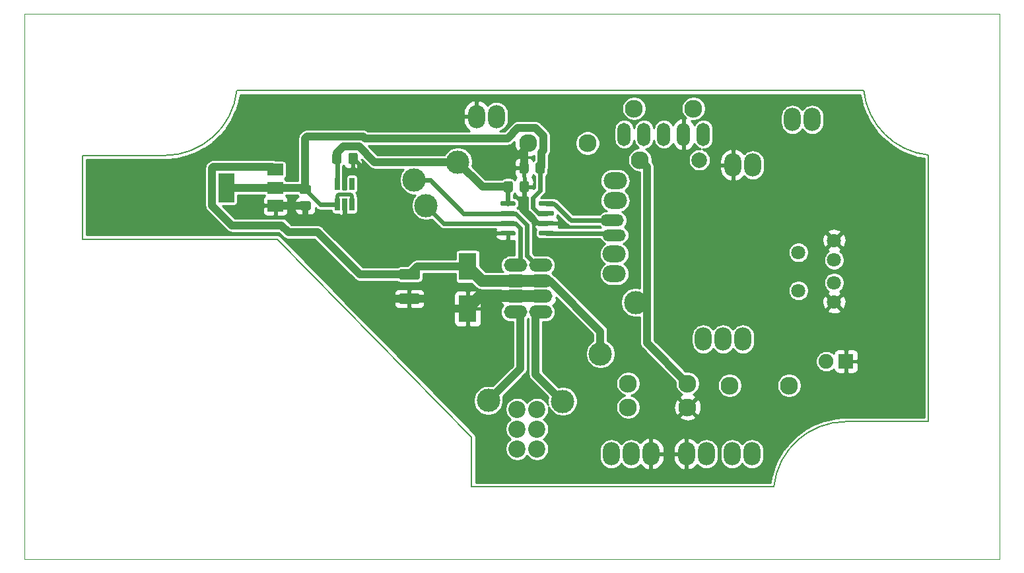
<source format=gbr>
%TF.GenerationSoftware,KiCad,Pcbnew,5.1.10*%
%TF.CreationDate,2022-03-31T15:16:16+02:00*%
%TF.ProjectId,capteur,63617074-6575-4722-9e6b-696361645f70,rev?*%
%TF.SameCoordinates,Original*%
%TF.FileFunction,Copper,L1,Top*%
%TF.FilePolarity,Positive*%
%FSLAX46Y46*%
G04 Gerber Fmt 4.6, Leading zero omitted, Abs format (unit mm)*
G04 Created by KiCad (PCBNEW 5.1.10) date 2022-03-31 15:16:16*
%MOMM*%
%LPD*%
G01*
G04 APERTURE LIST*
%TA.AperFunction,Profile*%
%ADD10C,0.200000*%
%TD*%
%TA.AperFunction,Profile*%
%ADD11C,0.050000*%
%TD*%
%TA.AperFunction,ComponentPad*%
%ADD12O,3.000000X1.700000*%
%TD*%
%TA.AperFunction,ComponentPad*%
%ADD13O,3.000000X1.500000*%
%TD*%
%TA.AperFunction,ComponentPad*%
%ADD14C,1.900000*%
%TD*%
%TA.AperFunction,ComponentPad*%
%ADD15R,1.900000X1.900000*%
%TD*%
%TA.AperFunction,SMDPad,CuDef*%
%ADD16R,0.650000X1.560000*%
%TD*%
%TA.AperFunction,ComponentPad*%
%ADD17C,2.300000*%
%TD*%
%TA.AperFunction,ComponentPad*%
%ADD18C,1.800000*%
%TD*%
%TA.AperFunction,ComponentPad*%
%ADD19C,2.000000*%
%TD*%
%TA.AperFunction,ComponentPad*%
%ADD20O,2.200000X3.000000*%
%TD*%
%TA.AperFunction,ComponentPad*%
%ADD21O,1.700000X3.000000*%
%TD*%
%TA.AperFunction,ComponentPad*%
%ADD22C,2.200000*%
%TD*%
%TA.AperFunction,ComponentPad*%
%ADD23O,3.000000X2.200000*%
%TD*%
%TA.AperFunction,SMDPad,CuDef*%
%ADD24R,2.000000X3.800000*%
%TD*%
%TA.AperFunction,SMDPad,CuDef*%
%ADD25R,2.000000X1.500000*%
%TD*%
%TA.AperFunction,SMDPad,CuDef*%
%ADD26R,2.300000X3.500000*%
%TD*%
%TA.AperFunction,ViaPad*%
%ADD27C,3.000000*%
%TD*%
%TA.AperFunction,Conductor*%
%ADD28C,1.500000*%
%TD*%
%TA.AperFunction,Conductor*%
%ADD29C,1.000000*%
%TD*%
%TA.AperFunction,Conductor*%
%ADD30C,0.600000*%
%TD*%
%TA.AperFunction,Conductor*%
%ADD31C,0.800000*%
%TD*%
%TA.AperFunction,Conductor*%
%ADD32C,0.500000*%
%TD*%
%TA.AperFunction,Conductor*%
%ADD33C,0.254000*%
%TD*%
%TA.AperFunction,Conductor*%
%ADD34C,0.100000*%
%TD*%
G04 APERTURE END LIST*
D10*
X102213222Y-69841765D02*
X182617539Y-69834001D01*
X171085034Y-120674429D02*
X132334000Y-120666000D01*
X190895665Y-78111533D02*
G75*
G02*
X182617539Y-69834001I999335J9277532D01*
G01*
X190895000Y-78111463D02*
X190895000Y-112334800D01*
X180363400Y-112334800D02*
X190895000Y-112334800D01*
X171085034Y-120674429D02*
G75*
G02*
X180363400Y-112334800I9278366J-991571D01*
G01*
X82405001Y-88900000D02*
X82405001Y-78165201D01*
X92936601Y-78165201D02*
X82405001Y-78165201D01*
X102213222Y-69841765D02*
G75*
G02*
X92936601Y-78165201I-9276621J1007764D01*
G01*
D11*
X75000000Y-130000000D02*
X75000000Y-60000000D01*
X200000000Y-130000000D02*
X75000000Y-130000000D01*
X200000000Y-60000000D02*
X200000000Y-130000000D01*
X75000000Y-60000000D02*
X200000000Y-60000000D01*
D10*
X107442000Y-88900000D02*
X82405001Y-88900000D01*
X132334000Y-114300000D02*
X107442000Y-88900000D01*
X132334000Y-114300000D02*
X132334000Y-120666000D01*
D12*
%TO.P,J10,8*%
%TO.N,Net-(J10-Pad8)*%
X141150000Y-98250000D03*
%TO.P,J10,7*%
%TO.N,Net-(J10-Pad7)*%
X137950000Y-98250000D03*
%TO.P,J10,6*%
%TO.N,GND*%
X141150000Y-96250000D03*
%TO.P,J10,5*%
X137950000Y-96250000D03*
%TO.P,J10,4*%
%TO.N,+12V*%
X141150000Y-94250000D03*
%TO.P,J10,3*%
X137950000Y-94250000D03*
%TO.P,J10,2*%
%TO.N,/CANL*%
X141150000Y-92250000D03*
%TO.P,J10,1*%
%TO.N,/CANH*%
X137950000Y-92250000D03*
%TD*%
D13*
%TO.P,,*%
%TO.N,/CANRX*%
X150368000Y-86487000D03*
%TD*%
%TO.P,,*%
%TO.N,/CANTX*%
X150622000Y-88392000D03*
%TD*%
D14*
%TO.P,D2,2*%
%TO.N,Net-(D2-Pad2)*%
X177800000Y-104597200D03*
D15*
%TO.P,D2,1*%
%TO.N,GND*%
X180340000Y-104597200D03*
%TD*%
D16*
%TO.P,U3,5*%
%TO.N,+3V3*%
X115077200Y-81784200D03*
%TO.P,U3,4*%
%TO.N,Net-(U3-Pad4)*%
X116977200Y-81784200D03*
%TO.P,U3,3*%
%TO.N,+5V*%
X116977200Y-84484200D03*
%TO.P,U3,2*%
%TO.N,GND*%
X116027200Y-84484200D03*
%TO.P,U3,1*%
%TO.N,+5V*%
X115077200Y-84484200D03*
%TD*%
D17*
%TO.P,R9,2*%
%TO.N,Net-(R9-Pad2)*%
X165430200Y-107696000D03*
%TO.P,R9,1*%
%TO.N,Net-(D2-Pad2)*%
X173050200Y-107696000D03*
%TD*%
%TO.P,C10,2*%
%TO.N,GND*%
%TA.AperFunction,SMDPad,CuDef*%
G36*
G01*
X110523000Y-84016000D02*
X111473000Y-84016000D01*
G75*
G02*
X111723000Y-84266000I0J-250000D01*
G01*
X111723000Y-84941000D01*
G75*
G02*
X111473000Y-85191000I-250000J0D01*
G01*
X110523000Y-85191000D01*
G75*
G02*
X110273000Y-84941000I0J250000D01*
G01*
X110273000Y-84266000D01*
G75*
G02*
X110523000Y-84016000I250000J0D01*
G01*
G37*
%TD.AperFunction*%
%TO.P,C10,1*%
%TO.N,+5V*%
%TA.AperFunction,SMDPad,CuDef*%
G36*
G01*
X110523000Y-81941000D02*
X111473000Y-81941000D01*
G75*
G02*
X111723000Y-82191000I0J-250000D01*
G01*
X111723000Y-82866000D01*
G75*
G02*
X111473000Y-83116000I-250000J0D01*
G01*
X110523000Y-83116000D01*
G75*
G02*
X110273000Y-82866000I0J250000D01*
G01*
X110273000Y-82191000D01*
G75*
G02*
X110523000Y-81941000I250000J0D01*
G01*
G37*
%TD.AperFunction*%
%TD*%
%TO.P,C9,2*%
%TO.N,GND*%
%TA.AperFunction,SMDPad,CuDef*%
G36*
G01*
X116528000Y-79011800D02*
X116528000Y-78061800D01*
G75*
G02*
X116778000Y-77811800I250000J0D01*
G01*
X117453000Y-77811800D01*
G75*
G02*
X117703000Y-78061800I0J-250000D01*
G01*
X117703000Y-79011800D01*
G75*
G02*
X117453000Y-79261800I-250000J0D01*
G01*
X116778000Y-79261800D01*
G75*
G02*
X116528000Y-79011800I0J250000D01*
G01*
G37*
%TD.AperFunction*%
%TO.P,C9,1*%
%TO.N,+3V3*%
%TA.AperFunction,SMDPad,CuDef*%
G36*
G01*
X114453000Y-79011800D02*
X114453000Y-78061800D01*
G75*
G02*
X114703000Y-77811800I250000J0D01*
G01*
X115378000Y-77811800D01*
G75*
G02*
X115628000Y-78061800I0J-250000D01*
G01*
X115628000Y-79011800D01*
G75*
G02*
X115378000Y-79261800I-250000J0D01*
G01*
X114703000Y-79261800D01*
G75*
G02*
X114453000Y-79011800I0J250000D01*
G01*
G37*
%TD.AperFunction*%
%TD*%
D18*
%TO.P,C2,1*%
%TO.N,Net-(C2-Pad1)*%
X178816000Y-94488000D03*
%TO.P,C2,2*%
%TO.N,GND*%
X178816000Y-96988000D03*
%TD*%
D17*
%TO.P,R1,2*%
%TO.N,+3V3*%
X153924000Y-78740000D03*
D19*
%TO.P,R1,1*%
%TO.N,Net-(C1-Pad2)*%
X161544000Y-78740000D03*
%TD*%
D20*
%TO.P,J1,2*%
%TO.N,GND*%
X165862000Y-79375000D03*
%TO.P,J1,1*%
%TO.N,Net-(C1-Pad2)*%
X168402000Y-79375000D03*
%TD*%
D17*
%TO.P,R2,1*%
%TO.N,/MCLR*%
X160782000Y-72136000D03*
%TO.P,R2,2*%
%TO.N,+3V3*%
X153162000Y-72136000D03*
%TD*%
D21*
%TO.P,J12,1*%
%TO.N,+3V3*%
X151892000Y-75438000D03*
%TO.P,J12,2*%
%TO.N,/PGD*%
X154432000Y-75438000D03*
%TO.P,J12,3*%
%TO.N,/PGC*%
X156972000Y-75438000D03*
%TO.P,J12,4*%
%TO.N,GND*%
X159512000Y-75438000D03*
%TO.P,J12,5*%
%TO.N,/MCLR*%
X162052000Y-75438000D03*
%TD*%
D22*
%TO.P,J11,1*%
%TO.N,Net-(J10-Pad7)*%
X138176000Y-110744000D03*
%TO.P,J11,2*%
%TO.N,Net-(J10-Pad8)*%
X140716000Y-110744000D03*
%TO.P,J11,3*%
%TO.N,/CANL*%
X138176000Y-113284000D03*
%TO.P,J11,4*%
%TO.N,/CANH*%
X140716000Y-113284000D03*
%TO.P,J11,5*%
%TO.N,Net-(J11-Pad5)*%
X138176000Y-115824000D03*
%TO.P,J11,6*%
%TO.N,Net-(J11-Pad6)*%
X140716000Y-115824000D03*
%TD*%
%TO.P,C7,1*%
%TO.N,+5V*%
%TA.AperFunction,SMDPad,CuDef*%
G36*
G01*
X141706000Y-79281000D02*
X141706000Y-80231000D01*
G75*
G02*
X141456000Y-80481000I-250000J0D01*
G01*
X140781000Y-80481000D01*
G75*
G02*
X140531000Y-80231000I0J250000D01*
G01*
X140531000Y-79281000D01*
G75*
G02*
X140781000Y-79031000I250000J0D01*
G01*
X141456000Y-79031000D01*
G75*
G02*
X141706000Y-79281000I0J-250000D01*
G01*
G37*
%TD.AperFunction*%
%TO.P,C7,2*%
%TO.N,GND*%
%TA.AperFunction,SMDPad,CuDef*%
G36*
G01*
X139631000Y-79281000D02*
X139631000Y-80231000D01*
G75*
G02*
X139381000Y-80481000I-250000J0D01*
G01*
X138706000Y-80481000D01*
G75*
G02*
X138456000Y-80231000I0J250000D01*
G01*
X138456000Y-79281000D01*
G75*
G02*
X138706000Y-79031000I250000J0D01*
G01*
X139381000Y-79031000D01*
G75*
G02*
X139631000Y-79281000I0J-250000D01*
G01*
G37*
%TD.AperFunction*%
%TD*%
%TO.P,C11,1*%
%TO.N,+12V*%
%TA.AperFunction,SMDPad,CuDef*%
G36*
G01*
X123232997Y-92771000D02*
X125433003Y-92771000D01*
G75*
G02*
X125683000Y-93020997I0J-249997D01*
G01*
X125683000Y-93846003D01*
G75*
G02*
X125433003Y-94096000I-249997J0D01*
G01*
X123232997Y-94096000D01*
G75*
G02*
X122983000Y-93846003I0J249997D01*
G01*
X122983000Y-93020997D01*
G75*
G02*
X123232997Y-92771000I249997J0D01*
G01*
G37*
%TD.AperFunction*%
%TO.P,C11,2*%
%TO.N,GND*%
%TA.AperFunction,SMDPad,CuDef*%
G36*
G01*
X123232997Y-95896000D02*
X125433003Y-95896000D01*
G75*
G02*
X125683000Y-96145997I0J-249997D01*
G01*
X125683000Y-96971003D01*
G75*
G02*
X125433003Y-97221000I-249997J0D01*
G01*
X123232997Y-97221000D01*
G75*
G02*
X122983000Y-96971003I0J249997D01*
G01*
X122983000Y-96145997D01*
G75*
G02*
X123232997Y-95896000I249997J0D01*
G01*
G37*
%TD.AperFunction*%
%TD*%
D18*
%TO.P,Y1,1*%
%TO.N,Net-(C2-Pad1)*%
X174244000Y-95504000D03*
%TO.P,Y1,2*%
%TO.N,Net-(C3-Pad1)*%
X174244000Y-90604000D03*
%TD*%
D20*
%TO.P,J9,2*%
%TO.N,/SCL*%
X168275000Y-116459000D03*
%TO.P,J9,1*%
%TO.N,/SDA*%
X165735000Y-116459000D03*
%TD*%
%TO.P,J8,2*%
%TO.N,+3V3*%
X162433000Y-116459000D03*
%TO.P,J8,1*%
%TO.N,GND*%
X159893000Y-116459000D03*
%TD*%
%TO.P,J7,3*%
%TO.N,Net-(J7-Pad3)*%
X162052000Y-101727000D03*
%TO.P,J7,2*%
%TO.N,Net-(J7-Pad2)*%
X164592000Y-101727000D03*
%TO.P,J7,1*%
%TO.N,Net-(J7-Pad1)*%
X167132000Y-101727000D03*
%TD*%
D23*
%TO.P,J6,2*%
%TO.N,Net-(J6-Pad2)*%
X150749000Y-83947000D03*
%TO.P,J6,1*%
%TO.N,Net-(J6-Pad1)*%
X150749000Y-81407000D03*
%TD*%
%TO.P,J5,2*%
%TO.N,Net-(J5-Pad2)*%
X150622000Y-93345000D03*
%TO.P,J5,1*%
%TO.N,Net-(J5-Pad1)*%
X150622000Y-90805000D03*
%TD*%
D20*
%TO.P,J4,2*%
%TO.N,GND*%
X132969000Y-73152000D03*
%TO.P,J4,1*%
%TO.N,+3V3*%
X135509000Y-73152000D03*
%TD*%
%TO.P,J3,3*%
%TO.N,GND*%
X155321000Y-116459000D03*
%TO.P,J3,2*%
%TO.N,Net-(J3-Pad2)*%
X152781000Y-116459000D03*
%TO.P,J3,1*%
%TO.N,+12V*%
X150241000Y-116459000D03*
%TD*%
%TO.P,J2,2*%
%TO.N,Net-(J2-Pad2)*%
X176022000Y-73533000D03*
%TO.P,J2,1*%
%TO.N,Net-(J2-Pad1)*%
X173482000Y-73533000D03*
%TD*%
%TO.P,U2,8*%
%TO.N,GND*%
%TA.AperFunction,SMDPad,CuDef*%
G36*
G01*
X137946000Y-87988000D02*
X137946000Y-88288000D01*
G75*
G02*
X137796000Y-88438000I-150000J0D01*
G01*
X136146000Y-88438000D01*
G75*
G02*
X135996000Y-88288000I0J150000D01*
G01*
X135996000Y-87988000D01*
G75*
G02*
X136146000Y-87838000I150000J0D01*
G01*
X137796000Y-87838000D01*
G75*
G02*
X137946000Y-87988000I0J-150000D01*
G01*
G37*
%TD.AperFunction*%
%TO.P,U2,7*%
%TO.N,/CANH*%
%TA.AperFunction,SMDPad,CuDef*%
G36*
G01*
X137946000Y-86718000D02*
X137946000Y-87018000D01*
G75*
G02*
X137796000Y-87168000I-150000J0D01*
G01*
X136146000Y-87168000D01*
G75*
G02*
X135996000Y-87018000I0J150000D01*
G01*
X135996000Y-86718000D01*
G75*
G02*
X136146000Y-86568000I150000J0D01*
G01*
X137796000Y-86568000D01*
G75*
G02*
X137946000Y-86718000I0J-150000D01*
G01*
G37*
%TD.AperFunction*%
%TO.P,U2,6*%
%TO.N,/CANL*%
%TA.AperFunction,SMDPad,CuDef*%
G36*
G01*
X137946000Y-85448000D02*
X137946000Y-85748000D01*
G75*
G02*
X137796000Y-85898000I-150000J0D01*
G01*
X136146000Y-85898000D01*
G75*
G02*
X135996000Y-85748000I0J150000D01*
G01*
X135996000Y-85448000D01*
G75*
G02*
X136146000Y-85298000I150000J0D01*
G01*
X137796000Y-85298000D01*
G75*
G02*
X137946000Y-85448000I0J-150000D01*
G01*
G37*
%TD.AperFunction*%
%TO.P,U2,5*%
%TO.N,+3V3*%
%TA.AperFunction,SMDPad,CuDef*%
G36*
G01*
X137946000Y-84178000D02*
X137946000Y-84478000D01*
G75*
G02*
X137796000Y-84628000I-150000J0D01*
G01*
X136146000Y-84628000D01*
G75*
G02*
X135996000Y-84478000I0J150000D01*
G01*
X135996000Y-84178000D01*
G75*
G02*
X136146000Y-84028000I150000J0D01*
G01*
X137796000Y-84028000D01*
G75*
G02*
X137946000Y-84178000I0J-150000D01*
G01*
G37*
%TD.AperFunction*%
%TO.P,U2,4*%
%TO.N,/CANRX*%
%TA.AperFunction,SMDPad,CuDef*%
G36*
G01*
X142896000Y-84178000D02*
X142896000Y-84478000D01*
G75*
G02*
X142746000Y-84628000I-150000J0D01*
G01*
X141096000Y-84628000D01*
G75*
G02*
X140946000Y-84478000I0J150000D01*
G01*
X140946000Y-84178000D01*
G75*
G02*
X141096000Y-84028000I150000J0D01*
G01*
X142746000Y-84028000D01*
G75*
G02*
X142896000Y-84178000I0J-150000D01*
G01*
G37*
%TD.AperFunction*%
%TO.P,U2,3*%
%TO.N,+5V*%
%TA.AperFunction,SMDPad,CuDef*%
G36*
G01*
X142896000Y-85448000D02*
X142896000Y-85748000D01*
G75*
G02*
X142746000Y-85898000I-150000J0D01*
G01*
X141096000Y-85898000D01*
G75*
G02*
X140946000Y-85748000I0J150000D01*
G01*
X140946000Y-85448000D01*
G75*
G02*
X141096000Y-85298000I150000J0D01*
G01*
X142746000Y-85298000D01*
G75*
G02*
X142896000Y-85448000I0J-150000D01*
G01*
G37*
%TD.AperFunction*%
%TO.P,U2,2*%
%TO.N,GND*%
%TA.AperFunction,SMDPad,CuDef*%
G36*
G01*
X142896000Y-86718000D02*
X142896000Y-87018000D01*
G75*
G02*
X142746000Y-87168000I-150000J0D01*
G01*
X141096000Y-87168000D01*
G75*
G02*
X140946000Y-87018000I0J150000D01*
G01*
X140946000Y-86718000D01*
G75*
G02*
X141096000Y-86568000I150000J0D01*
G01*
X142746000Y-86568000D01*
G75*
G02*
X142896000Y-86718000I0J-150000D01*
G01*
G37*
%TD.AperFunction*%
%TO.P,U2,1*%
%TO.N,/CANTX*%
%TA.AperFunction,SMDPad,CuDef*%
G36*
G01*
X142896000Y-87988000D02*
X142896000Y-88288000D01*
G75*
G02*
X142746000Y-88438000I-150000J0D01*
G01*
X141096000Y-88438000D01*
G75*
G02*
X140946000Y-88288000I0J150000D01*
G01*
X140946000Y-87988000D01*
G75*
G02*
X141096000Y-87838000I150000J0D01*
G01*
X142746000Y-87838000D01*
G75*
G02*
X142896000Y-87988000I0J-150000D01*
G01*
G37*
%TD.AperFunction*%
%TD*%
D24*
%TO.P,U4,2*%
%TO.N,+5V*%
X100863000Y-82296000D03*
D25*
X107163000Y-82296000D03*
%TO.P,U4,3*%
%TO.N,+12V*%
X107163000Y-79996000D03*
%TO.P,U4,1*%
%TO.N,GND*%
X107163000Y-84596000D03*
%TD*%
D26*
%TO.P,D1,2*%
%TO.N,GND*%
X131826000Y-97823000D03*
%TO.P,D1,1*%
%TO.N,+12V*%
X131826000Y-92423000D03*
%TD*%
D18*
%TO.P,C3,2*%
%TO.N,GND*%
X178816000Y-89067000D03*
%TO.P,C3,1*%
%TO.N,Net-(C3-Pad1)*%
X178816000Y-91567000D03*
%TD*%
%TO.P,C6,2*%
%TO.N,GND*%
%TA.AperFunction,SMDPad,CuDef*%
G36*
G01*
X138499000Y-82644000D02*
X138499000Y-81694000D01*
G75*
G02*
X138749000Y-81444000I250000J0D01*
G01*
X139424000Y-81444000D01*
G75*
G02*
X139674000Y-81694000I0J-250000D01*
G01*
X139674000Y-82644000D01*
G75*
G02*
X139424000Y-82894000I-250000J0D01*
G01*
X138749000Y-82894000D01*
G75*
G02*
X138499000Y-82644000I0J250000D01*
G01*
G37*
%TD.AperFunction*%
%TO.P,C6,1*%
%TO.N,+3V3*%
%TA.AperFunction,SMDPad,CuDef*%
G36*
G01*
X136424000Y-82644000D02*
X136424000Y-81694000D01*
G75*
G02*
X136674000Y-81444000I250000J0D01*
G01*
X137349000Y-81444000D01*
G75*
G02*
X137599000Y-81694000I0J-250000D01*
G01*
X137599000Y-82644000D01*
G75*
G02*
X137349000Y-82894000I-250000J0D01*
G01*
X136674000Y-82894000D01*
G75*
G02*
X136424000Y-82644000I0J250000D01*
G01*
G37*
%TD.AperFunction*%
%TD*%
D17*
%TO.P,R3,1*%
%TO.N,GND*%
X160020000Y-110490000D03*
%TO.P,R3,2*%
%TO.N,Net-(J3-Pad2)*%
X152400000Y-110490000D03*
%TD*%
%TO.P,R4,2*%
%TO.N,Net-(Q1-Pad3)*%
X152400000Y-107442000D03*
%TO.P,R4,1*%
%TO.N,+3V3*%
X160020000Y-107442000D03*
%TD*%
%TO.P,R7,1*%
%TO.N,/PGD*%
X147193000Y-76581000D03*
%TO.P,R7,2*%
%TO.N,GND*%
X139573000Y-76581000D03*
%TD*%
D27*
%TO.N,GND*%
X121920000Y-86106000D03*
X119380000Y-96520000D03*
%TO.N,+3V3*%
X153348000Y-97028000D03*
X130556000Y-78994000D03*
%TO.N,+12V*%
X148844000Y-103632000D03*
%TO.N,Net-(J10-Pad7)*%
X134468346Y-109625654D03*
%TO.N,Net-(J10-Pad8)*%
X144004000Y-109728000D03*
%TO.N,/CANH*%
X126492000Y-84582000D03*
%TO.N,/CANL*%
X124968000Y-81294000D03*
%TD*%
D28*
%TO.N,GND*%
X140550000Y-96250000D02*
X138550000Y-96250000D01*
D29*
X139043500Y-77110500D02*
X139573000Y-76581000D01*
X139043500Y-79756000D02*
X139043500Y-77110500D01*
X110990500Y-84596000D02*
X110998000Y-84603500D01*
X107163000Y-84596000D02*
X110990500Y-84596000D01*
D30*
X117902201Y-79323501D02*
X117115500Y-78536800D01*
X117902201Y-85744201D02*
X117902201Y-79323501D01*
X117782201Y-85864201D02*
X117902201Y-85744201D01*
X116172199Y-85864201D02*
X117782201Y-85864201D01*
X116027200Y-85719202D02*
X116172199Y-85864201D01*
X116027200Y-84484200D02*
X116027200Y-85719202D01*
D28*
X133399000Y-96250000D02*
X131826000Y-97823000D01*
X138550000Y-96250000D02*
X133399000Y-96250000D01*
D29*
X131826000Y-97823000D02*
X128734800Y-97823000D01*
X127470300Y-96558500D02*
X124333000Y-96558500D01*
X128734800Y-97823000D02*
X127470300Y-96558500D01*
X118464000Y-86106000D02*
X118102201Y-85744201D01*
X121920000Y-86106000D02*
X118464000Y-86106000D01*
X124333000Y-96558500D02*
X119418500Y-96558500D01*
X119418500Y-96558500D02*
X119380000Y-96520000D01*
D30*
X140943193Y-86868000D02*
X139086500Y-85011307D01*
X141921000Y-86868000D02*
X140943193Y-86868000D01*
X139086500Y-85011307D02*
X139086500Y-82169000D01*
D31*
X110998000Y-84603500D02*
X110998000Y-86106000D01*
X117348000Y-86106000D02*
X118464000Y-86106000D01*
X110998000Y-86106000D02*
X117348000Y-86106000D01*
D30*
%TO.N,+3V3*%
X136971000Y-82209500D02*
X137011500Y-82169000D01*
X136971000Y-84328000D02*
X136971000Y-82209500D01*
D29*
X154813000Y-79629000D02*
X153924000Y-78740000D01*
X154813000Y-92202000D02*
X154813000Y-79629000D01*
X160020000Y-107442000D02*
X154813000Y-102235000D01*
D30*
X115077200Y-78573500D02*
X115040500Y-78536800D01*
X115077200Y-81784200D02*
X115077200Y-78573500D01*
D31*
X154432000Y-97028000D02*
X154813000Y-97409000D01*
X153348000Y-97028000D02*
X154432000Y-97028000D01*
D29*
X154813000Y-102235000D02*
X154813000Y-97409000D01*
X154813000Y-97409000D02*
X154813000Y-92202000D01*
X115040500Y-77811800D02*
X115840510Y-77011790D01*
X137011500Y-82169000D02*
X133731000Y-82169000D01*
X133731000Y-82169000D02*
X130556000Y-78994000D01*
X119870142Y-78994000D02*
X130556000Y-78994000D01*
X117887932Y-77011790D02*
X119870142Y-78994000D01*
X115840510Y-77011790D02*
X117887932Y-77011790D01*
X115040500Y-78536800D02*
X115040500Y-77811800D01*
%TO.N,+5V*%
X110765500Y-82296000D02*
X110998000Y-82528500D01*
X107163000Y-82296000D02*
X110765500Y-82296000D01*
X107163000Y-82296000D02*
X100863000Y-82296000D01*
D30*
X112953700Y-84484200D02*
X110998000Y-82528500D01*
X115077200Y-84484200D02*
X112953700Y-84484200D01*
D32*
X115077200Y-83339198D02*
X115077200Y-84484200D01*
X115262199Y-83154199D02*
X115077200Y-83339198D01*
X116792201Y-83154199D02*
X115262199Y-83154199D01*
X116977200Y-83339198D02*
X116792201Y-83154199D01*
X116977200Y-84484200D02*
X116977200Y-83339198D01*
D30*
X140946000Y-85598000D02*
X141921000Y-85598000D01*
X140208000Y-84860000D02*
X140946000Y-85598000D01*
X140208000Y-83566000D02*
X140208000Y-84860000D01*
X141118500Y-79756000D02*
X141118500Y-82655500D01*
X141118500Y-82655500D02*
X140208000Y-83566000D01*
D29*
X110998000Y-75946000D02*
X110998000Y-82528500D01*
X111232221Y-75711779D02*
X110998000Y-75946000D01*
X118426414Y-75711779D02*
X111232221Y-75711779D01*
X118660635Y-75946000D02*
X118426414Y-75711779D01*
X136946000Y-75946000D02*
X118660635Y-75946000D01*
X138261001Y-74630999D02*
X136946000Y-75946000D01*
X141118500Y-79756000D02*
X141273001Y-79601499D01*
X141273001Y-77767001D02*
X141523001Y-77517001D01*
X141523001Y-77517001D02*
X141523001Y-75644999D01*
X141523001Y-75644999D02*
X140509001Y-74630999D01*
X141273001Y-79601499D02*
X141273001Y-77767001D01*
X140509001Y-74630999D02*
X138261001Y-74630999D01*
D28*
%TO.N,+12V*%
X140550000Y-94250000D02*
X138550000Y-94250000D01*
X133653000Y-94250000D02*
X131826000Y-92423000D01*
X138550000Y-94250000D02*
X133653000Y-94250000D01*
D29*
X125343500Y-92423000D02*
X124333000Y-93433500D01*
X131826000Y-92423000D02*
X125343500Y-92423000D01*
X99222999Y-79595999D02*
X106762999Y-79595999D01*
X99060000Y-79938998D02*
X99062999Y-79935999D01*
X99060000Y-84582000D02*
X99060000Y-79938998D01*
X99062999Y-79935999D02*
X99062999Y-79755999D01*
X117989510Y-93433500D02*
X112556000Y-87999990D01*
X99062999Y-79755999D02*
X99222999Y-79595999D01*
X124333000Y-93433500D02*
X117989510Y-93433500D01*
X106762999Y-79595999D02*
X107163000Y-79996000D01*
X112556000Y-87999990D02*
X108827990Y-87999990D01*
X108827990Y-87999990D02*
X107950000Y-87122000D01*
X107950000Y-87122000D02*
X101600000Y-87122000D01*
X101600000Y-87122000D02*
X99060000Y-84582000D01*
X148844000Y-100748680D02*
X148844000Y-103632000D01*
X142345320Y-94250000D02*
X148844000Y-100748680D01*
X140550000Y-94250000D02*
X142345320Y-94250000D01*
%TO.N,Net-(J10-Pad7)*%
X138550000Y-98250000D02*
X138550000Y-105544000D01*
X138550000Y-105544000D02*
X134468346Y-109625654D01*
%TO.N,Net-(J10-Pad8)*%
X140550000Y-98250000D02*
X140550000Y-106274000D01*
X140550000Y-106274000D02*
X144004000Y-109728000D01*
D30*
%TO.N,/CANH*%
X138550000Y-87472000D02*
X138550000Y-92250000D01*
X136971000Y-86868000D02*
X137946000Y-86868000D01*
X137946000Y-86868000D02*
X138550000Y-87472000D01*
X136971000Y-86868000D02*
X128778000Y-86868000D01*
X128778000Y-86868000D02*
X126492000Y-84582000D01*
%TO.N,/CANL*%
X140050010Y-91750010D02*
X140550000Y-92250000D01*
X140050010Y-91628676D02*
X140050010Y-91750010D01*
X139450010Y-91028676D02*
X140050010Y-91628676D01*
X139450010Y-87099204D02*
X139450010Y-91028676D01*
X136971000Y-85598000D02*
X137948807Y-85598000D01*
X137948807Y-85598000D02*
X139450010Y-87099204D01*
X127014000Y-81294000D02*
X124968000Y-81294000D01*
X136971000Y-85598000D02*
X131318000Y-85598000D01*
X131318000Y-85598000D02*
X127014000Y-81294000D01*
%TO.N,/CANRX*%
X145055000Y-86487000D02*
X150368000Y-86487000D01*
X141921000Y-84328000D02*
X142896000Y-84328000D01*
X142896000Y-84328000D02*
X145055000Y-86487000D01*
%TO.N,/CANTX*%
X150368000Y-88138000D02*
X150622000Y-88392000D01*
X141921000Y-88138000D02*
X150368000Y-88138000D01*
%TD*%
D33*
%TO.N,GND*%
X182157032Y-70361733D02*
X182160640Y-70384899D01*
X182426944Y-71576073D01*
X182442208Y-71628095D01*
X182446352Y-71642219D01*
X182865857Y-72788443D01*
X182893732Y-72851491D01*
X183459261Y-73933153D01*
X183495127Y-73992022D01*
X184197002Y-74990613D01*
X184240245Y-75044297D01*
X185066453Y-75942726D01*
X185066459Y-75942734D01*
X185116340Y-75990314D01*
X186052754Y-76773220D01*
X186108418Y-76813883D01*
X187139011Y-77467866D01*
X187152819Y-77475409D01*
X187199507Y-77500915D01*
X188306644Y-78014783D01*
X188370936Y-78039653D01*
X188370940Y-78039654D01*
X189535675Y-78404614D01*
X189548763Y-78407792D01*
X189602664Y-78420880D01*
X190368000Y-78554424D01*
X190368001Y-111807800D01*
X180337519Y-111807800D01*
X180334313Y-111808116D01*
X180128978Y-111810625D01*
X180108575Y-111812213D01*
X180088113Y-111812713D01*
X178872461Y-111922276D01*
X178818097Y-111930790D01*
X178804355Y-111932942D01*
X177613405Y-112200242D01*
X177547275Y-112219706D01*
X176401402Y-112640170D01*
X176338378Y-112668098D01*
X175257191Y-113234531D01*
X175198351Y-113270447D01*
X174200347Y-113973158D01*
X174146699Y-114016446D01*
X173248956Y-114843410D01*
X173201417Y-114893331D01*
X172419294Y-115830400D01*
X172378678Y-115886099D01*
X171725558Y-116917239D01*
X171692559Y-116977762D01*
X171179618Y-118085329D01*
X171164212Y-118125258D01*
X171154802Y-118149643D01*
X170790818Y-119314682D01*
X170790816Y-119314686D01*
X170774607Y-119381688D01*
X170641669Y-120147333D01*
X132861000Y-120139115D01*
X132861000Y-114328548D01*
X132863522Y-114305348D01*
X132861000Y-114276790D01*
X132861000Y-114274119D01*
X132858718Y-114250947D01*
X132854390Y-114201941D01*
X132853638Y-114199368D01*
X132853374Y-114196690D01*
X132839067Y-114149528D01*
X132825261Y-114102302D01*
X132824019Y-114099920D01*
X132823239Y-114097350D01*
X132800007Y-114053886D01*
X132777252Y-114010260D01*
X132775572Y-114008170D01*
X132774304Y-114005798D01*
X132743034Y-113967696D01*
X132728504Y-113949621D01*
X132726639Y-113947718D01*
X132708448Y-113925552D01*
X132690405Y-113910745D01*
X118639415Y-99573000D01*
X130045966Y-99573000D01*
X130058072Y-99695914D01*
X130093924Y-99814104D01*
X130152146Y-99923028D01*
X130230499Y-100018501D01*
X130325972Y-100096854D01*
X130434896Y-100155076D01*
X130553086Y-100190928D01*
X130676000Y-100203034D01*
X131546250Y-100200000D01*
X131703000Y-100043250D01*
X131703000Y-97946000D01*
X131949000Y-97946000D01*
X131949000Y-100043250D01*
X132105750Y-100200000D01*
X132976000Y-100203034D01*
X133098914Y-100190928D01*
X133217104Y-100155076D01*
X133326028Y-100096854D01*
X133421501Y-100018501D01*
X133499854Y-99923028D01*
X133558076Y-99814104D01*
X133593928Y-99695914D01*
X133606034Y-99573000D01*
X133603000Y-98102750D01*
X133446250Y-97946000D01*
X131949000Y-97946000D01*
X131703000Y-97946000D01*
X130205750Y-97946000D01*
X130049000Y-98102750D01*
X130045966Y-99573000D01*
X118639415Y-99573000D01*
X116334455Y-97221000D01*
X122352966Y-97221000D01*
X122365072Y-97343914D01*
X122400924Y-97462104D01*
X122459146Y-97571028D01*
X122537499Y-97666501D01*
X122632972Y-97744854D01*
X122741896Y-97803076D01*
X122860086Y-97838928D01*
X122983000Y-97851034D01*
X124053250Y-97848000D01*
X124210000Y-97691250D01*
X124210000Y-96681500D01*
X124456000Y-96681500D01*
X124456000Y-97691250D01*
X124612750Y-97848000D01*
X125683000Y-97851034D01*
X125805914Y-97838928D01*
X125924104Y-97803076D01*
X126033028Y-97744854D01*
X126128501Y-97666501D01*
X126206854Y-97571028D01*
X126265076Y-97462104D01*
X126300928Y-97343914D01*
X126313034Y-97221000D01*
X126310000Y-96838250D01*
X126153250Y-96681500D01*
X124456000Y-96681500D01*
X124210000Y-96681500D01*
X122512750Y-96681500D01*
X122356000Y-96838250D01*
X122352966Y-97221000D01*
X116334455Y-97221000D01*
X115035955Y-95896000D01*
X122352966Y-95896000D01*
X122356000Y-96278750D01*
X122512750Y-96435500D01*
X124210000Y-96435500D01*
X124210000Y-95425750D01*
X124456000Y-95425750D01*
X124456000Y-96435500D01*
X126153250Y-96435500D01*
X126310000Y-96278750D01*
X126311630Y-96073000D01*
X130045966Y-96073000D01*
X130049000Y-97543250D01*
X130205750Y-97700000D01*
X131703000Y-97700000D01*
X131703000Y-95602750D01*
X131949000Y-95602750D01*
X131949000Y-97700000D01*
X133446250Y-97700000D01*
X133603000Y-97543250D01*
X133606034Y-96073000D01*
X133593928Y-95950086D01*
X133558076Y-95831896D01*
X133499854Y-95722972D01*
X133421501Y-95627499D01*
X133326028Y-95549146D01*
X133217104Y-95490924D01*
X133098914Y-95455072D01*
X132976000Y-95442966D01*
X132105750Y-95446000D01*
X131949000Y-95602750D01*
X131703000Y-95602750D01*
X131546250Y-95446000D01*
X130676000Y-95442966D01*
X130553086Y-95455072D01*
X130434896Y-95490924D01*
X130325972Y-95549146D01*
X130230499Y-95627499D01*
X130152146Y-95722972D01*
X130093924Y-95831896D01*
X130058072Y-95950086D01*
X130045966Y-96073000D01*
X126311630Y-96073000D01*
X126313034Y-95896000D01*
X126300928Y-95773086D01*
X126265076Y-95654896D01*
X126206854Y-95545972D01*
X126128501Y-95450499D01*
X126033028Y-95372146D01*
X125924104Y-95313924D01*
X125805914Y-95278072D01*
X125683000Y-95265966D01*
X124612750Y-95269000D01*
X124456000Y-95425750D01*
X124210000Y-95425750D01*
X124053250Y-95269000D01*
X122983000Y-95265966D01*
X122860086Y-95278072D01*
X122741896Y-95313924D01*
X122632972Y-95372146D01*
X122537499Y-95450499D01*
X122459146Y-95545972D01*
X122400924Y-95654896D01*
X122365072Y-95773086D01*
X122352966Y-95896000D01*
X115035955Y-95896000D01*
X107834646Y-88547727D01*
X107816448Y-88525552D01*
X107778300Y-88494244D01*
X107740633Y-88462690D01*
X107738281Y-88461402D01*
X107736202Y-88459696D01*
X107692713Y-88436451D01*
X107649580Y-88412833D01*
X107647021Y-88412029D01*
X107644650Y-88410761D01*
X107597494Y-88396456D01*
X107550550Y-88381696D01*
X107547881Y-88381406D01*
X107545310Y-88380626D01*
X107496294Y-88375798D01*
X107447348Y-88370478D01*
X107418787Y-88373000D01*
X82932001Y-88373000D01*
X82932001Y-79938998D01*
X98128516Y-79938998D01*
X98133001Y-79984535D01*
X98133000Y-84536473D01*
X98128516Y-84582000D01*
X98133000Y-84627527D01*
X98133000Y-84627537D01*
X98146413Y-84763723D01*
X98191700Y-84913013D01*
X98199420Y-84938463D01*
X98285499Y-85099505D01*
X98368531Y-85200680D01*
X98401341Y-85240659D01*
X98436713Y-85269688D01*
X100912316Y-87745292D01*
X100941341Y-87780659D01*
X100976708Y-87809684D01*
X100976711Y-87809687D01*
X101082494Y-87896501D01*
X101162758Y-87939403D01*
X101243536Y-87982580D01*
X101418276Y-88035587D01*
X101554462Y-88049000D01*
X101554474Y-88049000D01*
X101599999Y-88053484D01*
X101645524Y-88049000D01*
X107566025Y-88049000D01*
X108140306Y-88623282D01*
X108169331Y-88658649D01*
X108204698Y-88687674D01*
X108204701Y-88687677D01*
X108310484Y-88774491D01*
X108382361Y-88812910D01*
X108471526Y-88860570D01*
X108646266Y-88913577D01*
X108782452Y-88926990D01*
X108782464Y-88926990D01*
X108827989Y-88931474D01*
X108873514Y-88926990D01*
X112172025Y-88926990D01*
X117301826Y-94056792D01*
X117330851Y-94092159D01*
X117366218Y-94121184D01*
X117366222Y-94121188D01*
X117472005Y-94208002D01*
X117633046Y-94294080D01*
X117807786Y-94347087D01*
X117943972Y-94360500D01*
X117943983Y-94360500D01*
X117989510Y-94364984D01*
X118035037Y-94360500D01*
X122794655Y-94360500D01*
X122855730Y-94410623D01*
X122973131Y-94473375D01*
X123100518Y-94512018D01*
X123232997Y-94525066D01*
X125433003Y-94525066D01*
X125565482Y-94512018D01*
X125692869Y-94473375D01*
X125810270Y-94410623D01*
X125913173Y-94326173D01*
X125997623Y-94223270D01*
X126060375Y-94105869D01*
X126099018Y-93978482D01*
X126112066Y-93846003D01*
X126112066Y-93350000D01*
X130246934Y-93350000D01*
X130246934Y-94173000D01*
X130255178Y-94256707D01*
X130279595Y-94337196D01*
X130319245Y-94411376D01*
X130372605Y-94476395D01*
X130437624Y-94529755D01*
X130511804Y-94569405D01*
X130592293Y-94593822D01*
X130676000Y-94602066D01*
X132340537Y-94602066D01*
X132779853Y-95041382D01*
X132816709Y-95086291D01*
X132995930Y-95233374D01*
X133200403Y-95342667D01*
X133422268Y-95409969D01*
X133595188Y-95427000D01*
X133595197Y-95427000D01*
X133652999Y-95432693D01*
X133710801Y-95427000D01*
X136075847Y-95427000D01*
X136003584Y-95531694D01*
X135888360Y-95798414D01*
X135865493Y-95898263D01*
X135985492Y-96127000D01*
X137827000Y-96127000D01*
X137827000Y-96107000D01*
X138073000Y-96107000D01*
X138073000Y-96127000D01*
X141027000Y-96127000D01*
X141027000Y-96107000D01*
X141273000Y-96107000D01*
X141273000Y-96127000D01*
X141293000Y-96127000D01*
X141293000Y-96373000D01*
X141273000Y-96373000D01*
X141273000Y-96393000D01*
X141027000Y-96393000D01*
X141027000Y-96373000D01*
X138073000Y-96373000D01*
X138073000Y-96393000D01*
X137827000Y-96393000D01*
X137827000Y-96373000D01*
X135985492Y-96373000D01*
X135865493Y-96601737D01*
X135888360Y-96701586D01*
X136003584Y-96968306D01*
X136168629Y-97207422D01*
X136355132Y-97388379D01*
X136233076Y-97537104D01*
X136114498Y-97758949D01*
X136041478Y-97999664D01*
X136016822Y-98250000D01*
X136041478Y-98500336D01*
X136114498Y-98741051D01*
X136233076Y-98962896D01*
X136392656Y-99157344D01*
X136587104Y-99316924D01*
X136808949Y-99435502D01*
X137049664Y-99508522D01*
X137237274Y-99527000D01*
X137623000Y-99527000D01*
X137623001Y-105160023D01*
X135013655Y-107769370D01*
X134658139Y-107698654D01*
X134278553Y-107698654D01*
X133906261Y-107772707D01*
X133555569Y-107917969D01*
X133239955Y-108128855D01*
X132971547Y-108397263D01*
X132760661Y-108712877D01*
X132615399Y-109063569D01*
X132541346Y-109435861D01*
X132541346Y-109815447D01*
X132615399Y-110187739D01*
X132760661Y-110538431D01*
X132971547Y-110854045D01*
X133239955Y-111122453D01*
X133555569Y-111333339D01*
X133906261Y-111478601D01*
X134278553Y-111552654D01*
X134658139Y-111552654D01*
X135030431Y-111478601D01*
X135381123Y-111333339D01*
X135696737Y-111122453D01*
X135965145Y-110854045D01*
X136176031Y-110538431D01*
X136321293Y-110187739D01*
X136395346Y-109815447D01*
X136395346Y-109435861D01*
X136324630Y-109080345D01*
X139173292Y-106231684D01*
X139208659Y-106202659D01*
X139237684Y-106167292D01*
X139237687Y-106167289D01*
X139324501Y-106061506D01*
X139410579Y-105900465D01*
X139410580Y-105900464D01*
X139463587Y-105725724D01*
X139477000Y-105589538D01*
X139477000Y-105589526D01*
X139481484Y-105544001D01*
X139477000Y-105498476D01*
X139477000Y-99182247D01*
X139507344Y-99157344D01*
X139550000Y-99105368D01*
X139592656Y-99157344D01*
X139623000Y-99182247D01*
X139623001Y-106228463D01*
X139618516Y-106274000D01*
X139623001Y-106319537D01*
X139623001Y-106319538D01*
X139636414Y-106455724D01*
X139652493Y-106508730D01*
X139689420Y-106630463D01*
X139775499Y-106791505D01*
X139862312Y-106897287D01*
X139862317Y-106897292D01*
X139891342Y-106932659D01*
X139926708Y-106961683D01*
X142147716Y-109182692D01*
X142077000Y-109538207D01*
X142077000Y-109917793D01*
X142123575Y-110151941D01*
X142069210Y-110020694D01*
X141902099Y-109770594D01*
X141689406Y-109557901D01*
X141439306Y-109390790D01*
X141161410Y-109275681D01*
X140866396Y-109217000D01*
X140565604Y-109217000D01*
X140270590Y-109275681D01*
X139992694Y-109390790D01*
X139742594Y-109557901D01*
X139529901Y-109770594D01*
X139446000Y-109896161D01*
X139362099Y-109770594D01*
X139149406Y-109557901D01*
X138899306Y-109390790D01*
X138621410Y-109275681D01*
X138326396Y-109217000D01*
X138025604Y-109217000D01*
X137730590Y-109275681D01*
X137452694Y-109390790D01*
X137202594Y-109557901D01*
X136989901Y-109770594D01*
X136822790Y-110020694D01*
X136707681Y-110298590D01*
X136649000Y-110593604D01*
X136649000Y-110894396D01*
X136707681Y-111189410D01*
X136822790Y-111467306D01*
X136989901Y-111717406D01*
X137202594Y-111930099D01*
X137328161Y-112014000D01*
X137202594Y-112097901D01*
X136989901Y-112310594D01*
X136822790Y-112560694D01*
X136707681Y-112838590D01*
X136649000Y-113133604D01*
X136649000Y-113434396D01*
X136707681Y-113729410D01*
X136822790Y-114007306D01*
X136989901Y-114257406D01*
X137202594Y-114470099D01*
X137328161Y-114554000D01*
X137202594Y-114637901D01*
X136989901Y-114850594D01*
X136822790Y-115100694D01*
X136707681Y-115378590D01*
X136649000Y-115673604D01*
X136649000Y-115974396D01*
X136707681Y-116269410D01*
X136822790Y-116547306D01*
X136989901Y-116797406D01*
X137202594Y-117010099D01*
X137452694Y-117177210D01*
X137730590Y-117292319D01*
X138025604Y-117351000D01*
X138326396Y-117351000D01*
X138621410Y-117292319D01*
X138899306Y-117177210D01*
X139149406Y-117010099D01*
X139362099Y-116797406D01*
X139446000Y-116671839D01*
X139529901Y-116797406D01*
X139742594Y-117010099D01*
X139992694Y-117177210D01*
X140270590Y-117292319D01*
X140565604Y-117351000D01*
X140866396Y-117351000D01*
X141161410Y-117292319D01*
X141439306Y-117177210D01*
X141689406Y-117010099D01*
X141902099Y-116797406D01*
X142069210Y-116547306D01*
X142184319Y-116269410D01*
X142241091Y-115983990D01*
X148714000Y-115983990D01*
X148714000Y-116934011D01*
X148736095Y-117158344D01*
X148823410Y-117446185D01*
X148965203Y-117711460D01*
X149156024Y-117943976D01*
X149388541Y-118134797D01*
X149653816Y-118276590D01*
X149941657Y-118363905D01*
X150241000Y-118393388D01*
X150540344Y-118363905D01*
X150828185Y-118276590D01*
X151093460Y-118134797D01*
X151325976Y-117943976D01*
X151511000Y-117718524D01*
X151696024Y-117943976D01*
X151928541Y-118134797D01*
X152193816Y-118276590D01*
X152481657Y-118363905D01*
X152781000Y-118393388D01*
X153080344Y-118363905D01*
X153368185Y-118276590D01*
X153633460Y-118134797D01*
X153865976Y-117943976D01*
X153923715Y-117873621D01*
X153953387Y-117920741D01*
X154186801Y-118167148D01*
X154463801Y-118363284D01*
X154773743Y-118501611D01*
X154930038Y-118541164D01*
X155198000Y-118424425D01*
X155198000Y-116582000D01*
X155444000Y-116582000D01*
X155444000Y-118424425D01*
X155711962Y-118541164D01*
X155868257Y-118501611D01*
X156178199Y-118363284D01*
X156455199Y-118167148D01*
X156688613Y-117920741D01*
X156869470Y-117633532D01*
X156990820Y-117316558D01*
X157048000Y-116982000D01*
X157048000Y-116582000D01*
X158166000Y-116582000D01*
X158166000Y-116982000D01*
X158223180Y-117316558D01*
X158344530Y-117633532D01*
X158525387Y-117920741D01*
X158758801Y-118167148D01*
X159035801Y-118363284D01*
X159345743Y-118501611D01*
X159502038Y-118541164D01*
X159770000Y-118424425D01*
X159770000Y-116582000D01*
X158166000Y-116582000D01*
X157048000Y-116582000D01*
X155444000Y-116582000D01*
X155198000Y-116582000D01*
X155178000Y-116582000D01*
X155178000Y-116336000D01*
X155198000Y-116336000D01*
X155198000Y-114493575D01*
X155444000Y-114493575D01*
X155444000Y-116336000D01*
X157048000Y-116336000D01*
X157048000Y-115936000D01*
X158166000Y-115936000D01*
X158166000Y-116336000D01*
X159770000Y-116336000D01*
X159770000Y-114493575D01*
X160016000Y-114493575D01*
X160016000Y-116336000D01*
X160036000Y-116336000D01*
X160036000Y-116582000D01*
X160016000Y-116582000D01*
X160016000Y-118424425D01*
X160283962Y-118541164D01*
X160440257Y-118501611D01*
X160750199Y-118363284D01*
X161027199Y-118167148D01*
X161260613Y-117920741D01*
X161290285Y-117873621D01*
X161348024Y-117943976D01*
X161580541Y-118134797D01*
X161845816Y-118276590D01*
X162133657Y-118363905D01*
X162433000Y-118393388D01*
X162732344Y-118363905D01*
X163020185Y-118276590D01*
X163285460Y-118134797D01*
X163517976Y-117943976D01*
X163708797Y-117711460D01*
X163850590Y-117446185D01*
X163937905Y-117158344D01*
X163960000Y-116934010D01*
X163960000Y-115983990D01*
X164208000Y-115983990D01*
X164208000Y-116934011D01*
X164230095Y-117158344D01*
X164317410Y-117446185D01*
X164459203Y-117711460D01*
X164650024Y-117943976D01*
X164882541Y-118134797D01*
X165147816Y-118276590D01*
X165435657Y-118363905D01*
X165735000Y-118393388D01*
X166034344Y-118363905D01*
X166322185Y-118276590D01*
X166587460Y-118134797D01*
X166819976Y-117943976D01*
X167005000Y-117718524D01*
X167190024Y-117943976D01*
X167422541Y-118134797D01*
X167687816Y-118276590D01*
X167975657Y-118363905D01*
X168275000Y-118393388D01*
X168574344Y-118363905D01*
X168862185Y-118276590D01*
X169127460Y-118134797D01*
X169359976Y-117943976D01*
X169550797Y-117711460D01*
X169692590Y-117446185D01*
X169779905Y-117158344D01*
X169802000Y-116934010D01*
X169802000Y-115983989D01*
X169779905Y-115759656D01*
X169692590Y-115471815D01*
X169550797Y-115206540D01*
X169359976Y-114974024D01*
X169127459Y-114783203D01*
X168862184Y-114641410D01*
X168574343Y-114554095D01*
X168275000Y-114524612D01*
X167975656Y-114554095D01*
X167687815Y-114641410D01*
X167422540Y-114783203D01*
X167190024Y-114974024D01*
X167005000Y-115199477D01*
X166819976Y-114974024D01*
X166587459Y-114783203D01*
X166322184Y-114641410D01*
X166034343Y-114554095D01*
X165735000Y-114524612D01*
X165435656Y-114554095D01*
X165147815Y-114641410D01*
X164882540Y-114783203D01*
X164650024Y-114974024D01*
X164459203Y-115206541D01*
X164317410Y-115471816D01*
X164230095Y-115759657D01*
X164208000Y-115983990D01*
X163960000Y-115983990D01*
X163960000Y-115983989D01*
X163937905Y-115759656D01*
X163850590Y-115471815D01*
X163708797Y-115206540D01*
X163517976Y-114974024D01*
X163285459Y-114783203D01*
X163020184Y-114641410D01*
X162732343Y-114554095D01*
X162433000Y-114524612D01*
X162133656Y-114554095D01*
X161845815Y-114641410D01*
X161580540Y-114783203D01*
X161348024Y-114974024D01*
X161290285Y-115044379D01*
X161260613Y-114997259D01*
X161027199Y-114750852D01*
X160750199Y-114554716D01*
X160440257Y-114416389D01*
X160283962Y-114376836D01*
X160016000Y-114493575D01*
X159770000Y-114493575D01*
X159502038Y-114376836D01*
X159345743Y-114416389D01*
X159035801Y-114554716D01*
X158758801Y-114750852D01*
X158525387Y-114997259D01*
X158344530Y-115284468D01*
X158223180Y-115601442D01*
X158166000Y-115936000D01*
X157048000Y-115936000D01*
X156990820Y-115601442D01*
X156869470Y-115284468D01*
X156688613Y-114997259D01*
X156455199Y-114750852D01*
X156178199Y-114554716D01*
X155868257Y-114416389D01*
X155711962Y-114376836D01*
X155444000Y-114493575D01*
X155198000Y-114493575D01*
X154930038Y-114376836D01*
X154773743Y-114416389D01*
X154463801Y-114554716D01*
X154186801Y-114750852D01*
X153953387Y-114997259D01*
X153923715Y-115044379D01*
X153865976Y-114974024D01*
X153633459Y-114783203D01*
X153368184Y-114641410D01*
X153080343Y-114554095D01*
X152781000Y-114524612D01*
X152481656Y-114554095D01*
X152193815Y-114641410D01*
X151928540Y-114783203D01*
X151696024Y-114974024D01*
X151511000Y-115199477D01*
X151325976Y-114974024D01*
X151093459Y-114783203D01*
X150828184Y-114641410D01*
X150540343Y-114554095D01*
X150241000Y-114524612D01*
X149941656Y-114554095D01*
X149653815Y-114641410D01*
X149388540Y-114783203D01*
X149156024Y-114974024D01*
X148965203Y-115206541D01*
X148823410Y-115471816D01*
X148736095Y-115759657D01*
X148714000Y-115983990D01*
X142241091Y-115983990D01*
X142243000Y-115974396D01*
X142243000Y-115673604D01*
X142184319Y-115378590D01*
X142069210Y-115100694D01*
X141902099Y-114850594D01*
X141689406Y-114637901D01*
X141563839Y-114554000D01*
X141689406Y-114470099D01*
X141902099Y-114257406D01*
X142069210Y-114007306D01*
X142184319Y-113729410D01*
X142243000Y-113434396D01*
X142243000Y-113133604D01*
X142184319Y-112838590D01*
X142069210Y-112560694D01*
X141902099Y-112310594D01*
X141689406Y-112097901D01*
X141563839Y-112014000D01*
X141689406Y-111930099D01*
X141902099Y-111717406D01*
X142069210Y-111467306D01*
X142184319Y-111189410D01*
X142243000Y-110894396D01*
X142243000Y-110593604D01*
X142211797Y-110436733D01*
X142296315Y-110640777D01*
X142507201Y-110956391D01*
X142775609Y-111224799D01*
X143091223Y-111435685D01*
X143441915Y-111580947D01*
X143814207Y-111655000D01*
X144193793Y-111655000D01*
X144566085Y-111580947D01*
X144916777Y-111435685D01*
X145232391Y-111224799D01*
X145500799Y-110956391D01*
X145711685Y-110640777D01*
X145856947Y-110290085D01*
X145931000Y-109917793D01*
X145931000Y-109538207D01*
X145856947Y-109165915D01*
X145711685Y-108815223D01*
X145500799Y-108499609D01*
X145232391Y-108231201D01*
X144916777Y-108020315D01*
X144566085Y-107875053D01*
X144193793Y-107801000D01*
X143814207Y-107801000D01*
X143458692Y-107871716D01*
X142873655Y-107286679D01*
X150823000Y-107286679D01*
X150823000Y-107597321D01*
X150883604Y-107901994D01*
X151002481Y-108188989D01*
X151175064Y-108447279D01*
X151394721Y-108666936D01*
X151653011Y-108839519D01*
X151940006Y-108958396D01*
X151978233Y-108966000D01*
X151940006Y-108973604D01*
X151653011Y-109092481D01*
X151394721Y-109265064D01*
X151175064Y-109484721D01*
X151002481Y-109743011D01*
X150883604Y-110030006D01*
X150823000Y-110334679D01*
X150823000Y-110645321D01*
X150883604Y-110949994D01*
X151002481Y-111236989D01*
X151175064Y-111495279D01*
X151394721Y-111714936D01*
X151653011Y-111887519D01*
X151940006Y-112006396D01*
X152244679Y-112067000D01*
X152555321Y-112067000D01*
X152859994Y-112006396D01*
X153146989Y-111887519D01*
X153389536Y-111725455D01*
X158958493Y-111725455D01*
X159072454Y-112003445D01*
X159385919Y-112159222D01*
X159723752Y-112250851D01*
X160072969Y-112274812D01*
X160420152Y-112230184D01*
X160751956Y-112118682D01*
X160967546Y-112003445D01*
X161081507Y-111725455D01*
X160020000Y-110663948D01*
X158958493Y-111725455D01*
X153389536Y-111725455D01*
X153405279Y-111714936D01*
X153624936Y-111495279D01*
X153797519Y-111236989D01*
X153916396Y-110949994D01*
X153977000Y-110645321D01*
X153977000Y-110542969D01*
X158235188Y-110542969D01*
X158279816Y-110890152D01*
X158391318Y-111221956D01*
X158506555Y-111437546D01*
X158784545Y-111551507D01*
X159846052Y-110490000D01*
X160193948Y-110490000D01*
X161255455Y-111551507D01*
X161533445Y-111437546D01*
X161689222Y-111124081D01*
X161780851Y-110786248D01*
X161804812Y-110437031D01*
X161760184Y-110089848D01*
X161648682Y-109758044D01*
X161533445Y-109542454D01*
X161255455Y-109428493D01*
X160193948Y-110490000D01*
X159846052Y-110490000D01*
X158784545Y-109428493D01*
X158506555Y-109542454D01*
X158350778Y-109855919D01*
X158259149Y-110193752D01*
X158235188Y-110542969D01*
X153977000Y-110542969D01*
X153977000Y-110334679D01*
X153916396Y-110030006D01*
X153797519Y-109743011D01*
X153624936Y-109484721D01*
X153405279Y-109265064D01*
X153146989Y-109092481D01*
X152859994Y-108973604D01*
X152821767Y-108966000D01*
X152859994Y-108958396D01*
X153146989Y-108839519D01*
X153405279Y-108666936D01*
X153624936Y-108447279D01*
X153797519Y-108188989D01*
X153916396Y-107901994D01*
X153977000Y-107597321D01*
X153977000Y-107286679D01*
X153916396Y-106982006D01*
X153797519Y-106695011D01*
X153624936Y-106436721D01*
X153405279Y-106217064D01*
X153146989Y-106044481D01*
X152859994Y-105925604D01*
X152555321Y-105865000D01*
X152244679Y-105865000D01*
X151940006Y-105925604D01*
X151653011Y-106044481D01*
X151394721Y-106217064D01*
X151175064Y-106436721D01*
X151002481Y-106695011D01*
X150883604Y-106982006D01*
X150823000Y-107286679D01*
X142873655Y-107286679D01*
X141477000Y-105890025D01*
X141477000Y-99527000D01*
X141862726Y-99527000D01*
X142050336Y-99508522D01*
X142291051Y-99435502D01*
X142512896Y-99316924D01*
X142707344Y-99157344D01*
X142866924Y-98962896D01*
X142985502Y-98741051D01*
X143058522Y-98500336D01*
X143083178Y-98250000D01*
X143058522Y-97999664D01*
X142985502Y-97758949D01*
X142866924Y-97537104D01*
X142744868Y-97388379D01*
X142931371Y-97207422D01*
X143096416Y-96968306D01*
X143211640Y-96701586D01*
X143234507Y-96601737D01*
X143114509Y-96373002D01*
X143157347Y-96373002D01*
X147917000Y-101132656D01*
X147917000Y-101933818D01*
X147615609Y-102135201D01*
X147347201Y-102403609D01*
X147136315Y-102719223D01*
X146991053Y-103069915D01*
X146917000Y-103442207D01*
X146917000Y-103821793D01*
X146991053Y-104194085D01*
X147136315Y-104544777D01*
X147347201Y-104860391D01*
X147615609Y-105128799D01*
X147931223Y-105339685D01*
X148281915Y-105484947D01*
X148654207Y-105559000D01*
X149033793Y-105559000D01*
X149406085Y-105484947D01*
X149756777Y-105339685D01*
X150072391Y-105128799D01*
X150340799Y-104860391D01*
X150551685Y-104544777D01*
X150696947Y-104194085D01*
X150771000Y-103821793D01*
X150771000Y-103442207D01*
X150696947Y-103069915D01*
X150551685Y-102719223D01*
X150340799Y-102403609D01*
X150072391Y-102135201D01*
X149771000Y-101933818D01*
X149771000Y-100794204D01*
X149775484Y-100748679D01*
X149771000Y-100703154D01*
X149771000Y-100703142D01*
X149757587Y-100566956D01*
X149704580Y-100392216D01*
X149618502Y-100231176D01*
X149618501Y-100231174D01*
X149531687Y-100125391D01*
X149531684Y-100125388D01*
X149502659Y-100090021D01*
X149467294Y-100060998D01*
X143033008Y-93626713D01*
X143003979Y-93591341D01*
X142862825Y-93475499D01*
X142780059Y-93431259D01*
X142707344Y-93342656D01*
X142594443Y-93250000D01*
X142707344Y-93157344D01*
X142866924Y-92962896D01*
X142985502Y-92741051D01*
X143058522Y-92500336D01*
X143083178Y-92250000D01*
X143058522Y-91999664D01*
X142985502Y-91758949D01*
X142866924Y-91537104D01*
X142707344Y-91342656D01*
X142512896Y-91183076D01*
X142291051Y-91064498D01*
X142050336Y-90991478D01*
X141862726Y-90973000D01*
X140437274Y-90973000D01*
X140423794Y-90974328D01*
X140177010Y-90727544D01*
X140177010Y-87134909D01*
X140180527Y-87099203D01*
X140177010Y-87063496D01*
X140166490Y-86956687D01*
X140124920Y-86819647D01*
X140057413Y-86693351D01*
X139966563Y-86582650D01*
X139938826Y-86559887D01*
X138488133Y-85109194D01*
X138465361Y-85081446D01*
X138354660Y-84990597D01*
X138228364Y-84923090D01*
X138179944Y-84908402D01*
X138205461Y-84887461D01*
X138277476Y-84799712D01*
X138330987Y-84699599D01*
X138363939Y-84590970D01*
X138375066Y-84478000D01*
X138375066Y-84178000D01*
X138363939Y-84065030D01*
X138330987Y-83956401D01*
X138277476Y-83856288D01*
X138205461Y-83768539D01*
X138117712Y-83696524D01*
X138017599Y-83643013D01*
X137908970Y-83610061D01*
X137796000Y-83598934D01*
X137698000Y-83598934D01*
X137698000Y-83223733D01*
X137726269Y-83208623D01*
X137829172Y-83124172D01*
X137890821Y-83049053D01*
X137916924Y-83135104D01*
X137975146Y-83244028D01*
X138053499Y-83339501D01*
X138148972Y-83417854D01*
X138257896Y-83476076D01*
X138376086Y-83511928D01*
X138499000Y-83524034D01*
X138806750Y-83521000D01*
X138963500Y-83364250D01*
X138963500Y-82292000D01*
X138943500Y-82292000D01*
X138943500Y-82046000D01*
X138963500Y-82046000D01*
X138963500Y-80973750D01*
X138920500Y-80930750D01*
X138920500Y-79879000D01*
X137985750Y-79879000D01*
X137829000Y-80035750D01*
X137825966Y-80481000D01*
X137838072Y-80603914D01*
X137873924Y-80722104D01*
X137932146Y-80831028D01*
X138010499Y-80926501D01*
X138075864Y-80980145D01*
X138053499Y-80998499D01*
X137975146Y-81093972D01*
X137916924Y-81202896D01*
X137890821Y-81288947D01*
X137829172Y-81213828D01*
X137726269Y-81129377D01*
X137608867Y-81066625D01*
X137481479Y-81027982D01*
X137349000Y-81014934D01*
X136674000Y-81014934D01*
X136541521Y-81027982D01*
X136414133Y-81066625D01*
X136296731Y-81129377D01*
X136193828Y-81213828D01*
X136170708Y-81242000D01*
X134114976Y-81242000D01*
X132412284Y-79539309D01*
X132483000Y-79183793D01*
X132483000Y-79031000D01*
X137825966Y-79031000D01*
X137829000Y-79476250D01*
X137985750Y-79633000D01*
X138920500Y-79633000D01*
X138920500Y-78560750D01*
X138763750Y-78404000D01*
X138456000Y-78400966D01*
X138333086Y-78413072D01*
X138214896Y-78448924D01*
X138105972Y-78507146D01*
X138010499Y-78585499D01*
X137932146Y-78680972D01*
X137873924Y-78789896D01*
X137838072Y-78908086D01*
X137825966Y-79031000D01*
X132483000Y-79031000D01*
X132483000Y-78804207D01*
X132408947Y-78431915D01*
X132263685Y-78081223D01*
X132052799Y-77765609D01*
X131784391Y-77497201D01*
X131468777Y-77286315D01*
X131118085Y-77141053D01*
X130745793Y-77067000D01*
X130366207Y-77067000D01*
X129993915Y-77141053D01*
X129643223Y-77286315D01*
X129327609Y-77497201D01*
X129059201Y-77765609D01*
X128857818Y-78067000D01*
X120254118Y-78067000D01*
X119060117Y-76873000D01*
X136900473Y-76873000D01*
X136946000Y-76877484D01*
X136991527Y-76873000D01*
X136991538Y-76873000D01*
X137127724Y-76859587D01*
X137302464Y-76806580D01*
X137463505Y-76720501D01*
X137604659Y-76604659D01*
X137633688Y-76569287D01*
X137804335Y-76398640D01*
X137788188Y-76633969D01*
X137832816Y-76981152D01*
X137944318Y-77312956D01*
X138059555Y-77528546D01*
X138337545Y-77642507D01*
X139399052Y-76581000D01*
X139384910Y-76566858D01*
X139558858Y-76392910D01*
X139573000Y-76407052D01*
X139587143Y-76392910D01*
X139761091Y-76566858D01*
X139746948Y-76581000D01*
X139761091Y-76595143D01*
X139587143Y-76769091D01*
X139573000Y-76754948D01*
X138511493Y-77816455D01*
X138625454Y-78094445D01*
X138938919Y-78250222D01*
X139276752Y-78341851D01*
X139625969Y-78365812D01*
X139973152Y-78321184D01*
X140304956Y-78209682D01*
X140346002Y-78187742D01*
X140346001Y-78763755D01*
X140300828Y-78800828D01*
X140239179Y-78875947D01*
X140213076Y-78789896D01*
X140154854Y-78680972D01*
X140076501Y-78585499D01*
X139981028Y-78507146D01*
X139872104Y-78448924D01*
X139753914Y-78413072D01*
X139631000Y-78400966D01*
X139323250Y-78404000D01*
X139166500Y-78560750D01*
X139166500Y-79633000D01*
X139186500Y-79633000D01*
X139186500Y-79879000D01*
X139166500Y-79879000D01*
X139166500Y-80951250D01*
X139209500Y-80994250D01*
X139209500Y-82046000D01*
X140144250Y-82046000D01*
X140301000Y-81889250D01*
X140304034Y-81444000D01*
X140291928Y-81321086D01*
X140256076Y-81202896D01*
X140197854Y-81093972D01*
X140119501Y-80998499D01*
X140054136Y-80944855D01*
X140076501Y-80926501D01*
X140154854Y-80831028D01*
X140213076Y-80722104D01*
X140239179Y-80636053D01*
X140300828Y-80711172D01*
X140391500Y-80785585D01*
X140391501Y-82354366D01*
X140299059Y-82446809D01*
X140144250Y-82292000D01*
X139209500Y-82292000D01*
X139209500Y-83364250D01*
X139366250Y-83521000D01*
X139481803Y-83522139D01*
X139477483Y-83566000D01*
X139481000Y-83601708D01*
X139481001Y-84824282D01*
X139477483Y-84860000D01*
X139491520Y-85002517D01*
X139533090Y-85139556D01*
X139571385Y-85211200D01*
X139600598Y-85265853D01*
X139691447Y-85376554D01*
X139719189Y-85399321D01*
X140406679Y-86086811D01*
X140429446Y-86114554D01*
X140475800Y-86152595D01*
X140422146Y-86217972D01*
X140363924Y-86326896D01*
X140328072Y-86445086D01*
X140315966Y-86568000D01*
X140319000Y-86588250D01*
X140475750Y-86745000D01*
X141798000Y-86745000D01*
X141798000Y-86725000D01*
X142044000Y-86725000D01*
X142044000Y-86745000D01*
X143366250Y-86745000D01*
X143523000Y-86588250D01*
X143526034Y-86568000D01*
X143513928Y-86445086D01*
X143478076Y-86326896D01*
X143419854Y-86217972D01*
X143341501Y-86122499D01*
X143246028Y-86044146D01*
X143242227Y-86042114D01*
X143280987Y-85969599D01*
X143313939Y-85860970D01*
X143321731Y-85781863D01*
X144515679Y-86975812D01*
X144538446Y-87003554D01*
X144649147Y-87094403D01*
X144717559Y-87130970D01*
X144775443Y-87161910D01*
X144912482Y-87203480D01*
X145054999Y-87217517D01*
X145090707Y-87214000D01*
X148692016Y-87214000D01*
X148781709Y-87323291D01*
X148888583Y-87411000D01*
X143477063Y-87411000D01*
X143478076Y-87409104D01*
X143513928Y-87290914D01*
X143526034Y-87168000D01*
X143523000Y-87147750D01*
X143366250Y-86991000D01*
X142044000Y-86991000D01*
X142044000Y-87011000D01*
X141798000Y-87011000D01*
X141798000Y-86991000D01*
X140475750Y-86991000D01*
X140319000Y-87147750D01*
X140315966Y-87168000D01*
X140328072Y-87290914D01*
X140363924Y-87409104D01*
X140422146Y-87518028D01*
X140500499Y-87613501D01*
X140595972Y-87691854D01*
X140599773Y-87693886D01*
X140561013Y-87766401D01*
X140528061Y-87875030D01*
X140516934Y-87988000D01*
X140516934Y-88288000D01*
X140528061Y-88400970D01*
X140561013Y-88509599D01*
X140614524Y-88609712D01*
X140686539Y-88697461D01*
X140774288Y-88769476D01*
X140874401Y-88822987D01*
X140983030Y-88855939D01*
X141096000Y-88867066D01*
X142746000Y-88867066D01*
X142766976Y-88865000D01*
X148790239Y-88865000D01*
X148888626Y-89049070D01*
X149035709Y-89228291D01*
X149214930Y-89375374D01*
X149419403Y-89484667D01*
X149440747Y-89491142D01*
X149369540Y-89529203D01*
X149137024Y-89720024D01*
X148946203Y-89952540D01*
X148804410Y-90217815D01*
X148717095Y-90505656D01*
X148687612Y-90805000D01*
X148717095Y-91104344D01*
X148804410Y-91392185D01*
X148946203Y-91657460D01*
X149137024Y-91889976D01*
X149362476Y-92075000D01*
X149137024Y-92260024D01*
X148946203Y-92492540D01*
X148804410Y-92757815D01*
X148717095Y-93045656D01*
X148687612Y-93345000D01*
X148717095Y-93644344D01*
X148804410Y-93932185D01*
X148946203Y-94197460D01*
X149137024Y-94429976D01*
X149369540Y-94620797D01*
X149634815Y-94762590D01*
X149922656Y-94849905D01*
X150146989Y-94872000D01*
X151097011Y-94872000D01*
X151321344Y-94849905D01*
X151609185Y-94762590D01*
X151874460Y-94620797D01*
X152106976Y-94429976D01*
X152297797Y-94197460D01*
X152439590Y-93932185D01*
X152526905Y-93644344D01*
X152556388Y-93345000D01*
X152526905Y-93045656D01*
X152439590Y-92757815D01*
X152297797Y-92492540D01*
X152106976Y-92260024D01*
X151881524Y-92075000D01*
X152106976Y-91889976D01*
X152297797Y-91657460D01*
X152439590Y-91392185D01*
X152526905Y-91104344D01*
X152556388Y-90805000D01*
X152526905Y-90505656D01*
X152439590Y-90217815D01*
X152297797Y-89952540D01*
X152106976Y-89720024D01*
X151874460Y-89529203D01*
X151803253Y-89491142D01*
X151824597Y-89484667D01*
X152029070Y-89375374D01*
X152208291Y-89228291D01*
X152355374Y-89049070D01*
X152464667Y-88844597D01*
X152531969Y-88622732D01*
X152554694Y-88392000D01*
X152531969Y-88161268D01*
X152464667Y-87939403D01*
X152355374Y-87734930D01*
X152208291Y-87555709D01*
X152029070Y-87408626D01*
X151920816Y-87350763D01*
X151954291Y-87323291D01*
X152101374Y-87144070D01*
X152210667Y-86939597D01*
X152277969Y-86717732D01*
X152300694Y-86487000D01*
X152277969Y-86256268D01*
X152210667Y-86034403D01*
X152101374Y-85829930D01*
X151954291Y-85650709D01*
X151775070Y-85503626D01*
X151595049Y-85407403D01*
X151736185Y-85364590D01*
X152001460Y-85222797D01*
X152233976Y-85031976D01*
X152424797Y-84799460D01*
X152566590Y-84534185D01*
X152653905Y-84246344D01*
X152683388Y-83947000D01*
X152653905Y-83647656D01*
X152566590Y-83359815D01*
X152424797Y-83094540D01*
X152233976Y-82862024D01*
X152008524Y-82677000D01*
X152233976Y-82491976D01*
X152424797Y-82259460D01*
X152566590Y-81994185D01*
X152653905Y-81706344D01*
X152683388Y-81407000D01*
X152653905Y-81107656D01*
X152566590Y-80819815D01*
X152424797Y-80554540D01*
X152233976Y-80322024D01*
X152001460Y-80131203D01*
X151736185Y-79989410D01*
X151448344Y-79902095D01*
X151224011Y-79880000D01*
X150273989Y-79880000D01*
X150049656Y-79902095D01*
X149761815Y-79989410D01*
X149496540Y-80131203D01*
X149264024Y-80322024D01*
X149073203Y-80554540D01*
X148931410Y-80819815D01*
X148844095Y-81107656D01*
X148814612Y-81407000D01*
X148844095Y-81706344D01*
X148931410Y-81994185D01*
X149073203Y-82259460D01*
X149264024Y-82491976D01*
X149489476Y-82677000D01*
X149264024Y-82862024D01*
X149073203Y-83094540D01*
X148931410Y-83359815D01*
X148844095Y-83647656D01*
X148814612Y-83947000D01*
X148844095Y-84246344D01*
X148931410Y-84534185D01*
X149073203Y-84799460D01*
X149264024Y-85031976D01*
X149496540Y-85222797D01*
X149659685Y-85310000D01*
X149560188Y-85310000D01*
X149387268Y-85327031D01*
X149165403Y-85394333D01*
X148960930Y-85503626D01*
X148781709Y-85650709D01*
X148692016Y-85760000D01*
X145356133Y-85760000D01*
X143435326Y-83839194D01*
X143412554Y-83811446D01*
X143301853Y-83720597D01*
X143175557Y-83653090D01*
X143038517Y-83611520D01*
X142931708Y-83601000D01*
X142896000Y-83597483D01*
X142860292Y-83601000D01*
X142766976Y-83601000D01*
X142746000Y-83598934D01*
X141203199Y-83598934D01*
X141607312Y-83194821D01*
X141635054Y-83172054D01*
X141725903Y-83061353D01*
X141793410Y-82935057D01*
X141834980Y-82798017D01*
X141845500Y-82691208D01*
X141845500Y-82691206D01*
X141849017Y-82655501D01*
X141845500Y-82619795D01*
X141845500Y-80785585D01*
X141936172Y-80711172D01*
X142020623Y-80608269D01*
X142083375Y-80490867D01*
X142122018Y-80363479D01*
X142135066Y-80231000D01*
X142135066Y-79953068D01*
X142186588Y-79783223D01*
X142200001Y-79647037D01*
X142200001Y-79647024D01*
X142204485Y-79601500D01*
X142200001Y-79555975D01*
X142200001Y-78153311D01*
X142297502Y-78034506D01*
X142383581Y-77873465D01*
X142436588Y-77698725D01*
X142450001Y-77562539D01*
X142450001Y-77562527D01*
X142454485Y-77517002D01*
X142450001Y-77471477D01*
X142450001Y-76425679D01*
X145616000Y-76425679D01*
X145616000Y-76736321D01*
X145676604Y-77040994D01*
X145795481Y-77327989D01*
X145968064Y-77586279D01*
X146187721Y-77805936D01*
X146446011Y-77978519D01*
X146733006Y-78097396D01*
X147037679Y-78158000D01*
X147348321Y-78158000D01*
X147652994Y-78097396D01*
X147939989Y-77978519D01*
X148198279Y-77805936D01*
X148417936Y-77586279D01*
X148590519Y-77327989D01*
X148709396Y-77040994D01*
X148770000Y-76736321D01*
X148770000Y-76425679D01*
X148709396Y-76121006D01*
X148590519Y-75834011D01*
X148417936Y-75575721D01*
X148198279Y-75356064D01*
X147939989Y-75183481D01*
X147652994Y-75064604D01*
X147348321Y-75004000D01*
X147037679Y-75004000D01*
X146733006Y-75064604D01*
X146446011Y-75183481D01*
X146187721Y-75356064D01*
X145968064Y-75575721D01*
X145795481Y-75834011D01*
X145676604Y-76121006D01*
X145616000Y-76425679D01*
X142450001Y-76425679D01*
X142450001Y-75690526D01*
X142454485Y-75644999D01*
X142450001Y-75599472D01*
X142450001Y-75599461D01*
X142436588Y-75463275D01*
X142383581Y-75288535D01*
X142365275Y-75254287D01*
X142297503Y-75127494D01*
X142210689Y-75021711D01*
X142210685Y-75021707D01*
X142181660Y-74986340D01*
X142146293Y-74957315D01*
X141914253Y-74725275D01*
X150615000Y-74725275D01*
X150615000Y-76150726D01*
X150633478Y-76338336D01*
X150706498Y-76579051D01*
X150825077Y-76800896D01*
X150984657Y-76995344D01*
X151179105Y-77154924D01*
X151400950Y-77273502D01*
X151641665Y-77346522D01*
X151892000Y-77371178D01*
X152142336Y-77346522D01*
X152383051Y-77273502D01*
X152604896Y-77154924D01*
X152799344Y-76995344D01*
X152958924Y-76800896D01*
X153077502Y-76579051D01*
X153150522Y-76338336D01*
X153162000Y-76221798D01*
X153173478Y-76338336D01*
X153246498Y-76579051D01*
X153365077Y-76800896D01*
X153524657Y-76995344D01*
X153719105Y-77154924D01*
X153743562Y-77167996D01*
X153464006Y-77223604D01*
X153177011Y-77342481D01*
X152918721Y-77515064D01*
X152699064Y-77734721D01*
X152526481Y-77993011D01*
X152407604Y-78280006D01*
X152347000Y-78584679D01*
X152347000Y-78895321D01*
X152407604Y-79199994D01*
X152526481Y-79486989D01*
X152699064Y-79745279D01*
X152918721Y-79964936D01*
X153177011Y-80137519D01*
X153464006Y-80256396D01*
X153768679Y-80317000D01*
X153886001Y-80317000D01*
X153886000Y-92247537D01*
X153886001Y-92247547D01*
X153886000Y-95170262D01*
X153537793Y-95101000D01*
X153158207Y-95101000D01*
X152785915Y-95175053D01*
X152435223Y-95320315D01*
X152119609Y-95531201D01*
X151851201Y-95799609D01*
X151640315Y-96115223D01*
X151495053Y-96465915D01*
X151421000Y-96838207D01*
X151421000Y-97217793D01*
X151495053Y-97590085D01*
X151640315Y-97940777D01*
X151851201Y-98256391D01*
X152119609Y-98524799D01*
X152435223Y-98735685D01*
X152785915Y-98880947D01*
X153158207Y-98955000D01*
X153537793Y-98955000D01*
X153886001Y-98885738D01*
X153886000Y-102189473D01*
X153881516Y-102235000D01*
X153886000Y-102280527D01*
X153886000Y-102280537D01*
X153899413Y-102416723D01*
X153902332Y-102426344D01*
X153952420Y-102591463D01*
X154038499Y-102752505D01*
X154125312Y-102858287D01*
X154154341Y-102893659D01*
X154189713Y-102922688D01*
X158461367Y-107194343D01*
X158443000Y-107286679D01*
X158443000Y-107597321D01*
X158503604Y-107901994D01*
X158622481Y-108188989D01*
X158795064Y-108447279D01*
X159014721Y-108666936D01*
X159273011Y-108839519D01*
X159308800Y-108854343D01*
X159288044Y-108861318D01*
X159072454Y-108976555D01*
X158958493Y-109254545D01*
X160020000Y-110316052D01*
X161081507Y-109254545D01*
X160967546Y-108976555D01*
X160725977Y-108856507D01*
X160766989Y-108839519D01*
X161025279Y-108666936D01*
X161244936Y-108447279D01*
X161417519Y-108188989D01*
X161536396Y-107901994D01*
X161597000Y-107597321D01*
X161597000Y-107540679D01*
X163853200Y-107540679D01*
X163853200Y-107851321D01*
X163913804Y-108155994D01*
X164032681Y-108442989D01*
X164205264Y-108701279D01*
X164424921Y-108920936D01*
X164683211Y-109093519D01*
X164970206Y-109212396D01*
X165274879Y-109273000D01*
X165585521Y-109273000D01*
X165890194Y-109212396D01*
X166177189Y-109093519D01*
X166435479Y-108920936D01*
X166655136Y-108701279D01*
X166827719Y-108442989D01*
X166946596Y-108155994D01*
X167007200Y-107851321D01*
X167007200Y-107540679D01*
X171473200Y-107540679D01*
X171473200Y-107851321D01*
X171533804Y-108155994D01*
X171652681Y-108442989D01*
X171825264Y-108701279D01*
X172044921Y-108920936D01*
X172303211Y-109093519D01*
X172590206Y-109212396D01*
X172894879Y-109273000D01*
X173205521Y-109273000D01*
X173510194Y-109212396D01*
X173797189Y-109093519D01*
X174055479Y-108920936D01*
X174275136Y-108701279D01*
X174447719Y-108442989D01*
X174566596Y-108155994D01*
X174627200Y-107851321D01*
X174627200Y-107540679D01*
X174566596Y-107236006D01*
X174447719Y-106949011D01*
X174275136Y-106690721D01*
X174055479Y-106471064D01*
X173797189Y-106298481D01*
X173510194Y-106179604D01*
X173205521Y-106119000D01*
X172894879Y-106119000D01*
X172590206Y-106179604D01*
X172303211Y-106298481D01*
X172044921Y-106471064D01*
X171825264Y-106690721D01*
X171652681Y-106949011D01*
X171533804Y-107236006D01*
X171473200Y-107540679D01*
X167007200Y-107540679D01*
X166946596Y-107236006D01*
X166827719Y-106949011D01*
X166655136Y-106690721D01*
X166435479Y-106471064D01*
X166177189Y-106298481D01*
X165890194Y-106179604D01*
X165585521Y-106119000D01*
X165274879Y-106119000D01*
X164970206Y-106179604D01*
X164683211Y-106298481D01*
X164424921Y-106471064D01*
X164205264Y-106690721D01*
X164032681Y-106949011D01*
X163913804Y-107236006D01*
X163853200Y-107540679D01*
X161597000Y-107540679D01*
X161597000Y-107286679D01*
X161536396Y-106982006D01*
X161417519Y-106695011D01*
X161244936Y-106436721D01*
X161025279Y-106217064D01*
X160766989Y-106044481D01*
X160479994Y-105925604D01*
X160175321Y-105865000D01*
X159864679Y-105865000D01*
X159772343Y-105883367D01*
X158350553Y-104461577D01*
X176423000Y-104461577D01*
X176423000Y-104732823D01*
X176475917Y-104998856D01*
X176579718Y-105249454D01*
X176730414Y-105474987D01*
X176922213Y-105666786D01*
X177147746Y-105817482D01*
X177398344Y-105921283D01*
X177664377Y-105974200D01*
X177935623Y-105974200D01*
X178201656Y-105921283D01*
X178452254Y-105817482D01*
X178677787Y-105666786D01*
X178763320Y-105581253D01*
X178772072Y-105670114D01*
X178807924Y-105788304D01*
X178866146Y-105897228D01*
X178944499Y-105992701D01*
X179039972Y-106071054D01*
X179148896Y-106129276D01*
X179267086Y-106165128D01*
X179390000Y-106177234D01*
X180060250Y-106174200D01*
X180217000Y-106017450D01*
X180217000Y-104720200D01*
X180463000Y-104720200D01*
X180463000Y-106017450D01*
X180619750Y-106174200D01*
X181290000Y-106177234D01*
X181412914Y-106165128D01*
X181531104Y-106129276D01*
X181640028Y-106071054D01*
X181735501Y-105992701D01*
X181813854Y-105897228D01*
X181872076Y-105788304D01*
X181907928Y-105670114D01*
X181920034Y-105547200D01*
X181917000Y-104876950D01*
X181760250Y-104720200D01*
X180463000Y-104720200D01*
X180217000Y-104720200D01*
X180197000Y-104720200D01*
X180197000Y-104474200D01*
X180217000Y-104474200D01*
X180217000Y-103176950D01*
X180463000Y-103176950D01*
X180463000Y-104474200D01*
X181760250Y-104474200D01*
X181917000Y-104317450D01*
X181920034Y-103647200D01*
X181907928Y-103524286D01*
X181872076Y-103406096D01*
X181813854Y-103297172D01*
X181735501Y-103201699D01*
X181640028Y-103123346D01*
X181531104Y-103065124D01*
X181412914Y-103029272D01*
X181290000Y-103017166D01*
X180619750Y-103020200D01*
X180463000Y-103176950D01*
X180217000Y-103176950D01*
X180060250Y-103020200D01*
X179390000Y-103017166D01*
X179267086Y-103029272D01*
X179148896Y-103065124D01*
X179039972Y-103123346D01*
X178944499Y-103201699D01*
X178866146Y-103297172D01*
X178807924Y-103406096D01*
X178772072Y-103524286D01*
X178763320Y-103613147D01*
X178677787Y-103527614D01*
X178452254Y-103376918D01*
X178201656Y-103273117D01*
X177935623Y-103220200D01*
X177664377Y-103220200D01*
X177398344Y-103273117D01*
X177147746Y-103376918D01*
X176922213Y-103527614D01*
X176730414Y-103719413D01*
X176579718Y-103944946D01*
X176475917Y-104195544D01*
X176423000Y-104461577D01*
X158350553Y-104461577D01*
X155740000Y-101851025D01*
X155740000Y-101251989D01*
X160525000Y-101251989D01*
X160525000Y-102202010D01*
X160547095Y-102426343D01*
X160634410Y-102714184D01*
X160776203Y-102979459D01*
X160967024Y-103211976D01*
X161199540Y-103402797D01*
X161464815Y-103544590D01*
X161752656Y-103631905D01*
X162052000Y-103661388D01*
X162351343Y-103631905D01*
X162639184Y-103544590D01*
X162904459Y-103402797D01*
X163136976Y-103211976D01*
X163322000Y-102986523D01*
X163507024Y-103211976D01*
X163739540Y-103402797D01*
X164004815Y-103544590D01*
X164292656Y-103631905D01*
X164592000Y-103661388D01*
X164891343Y-103631905D01*
X165179184Y-103544590D01*
X165444459Y-103402797D01*
X165676976Y-103211976D01*
X165862000Y-102986523D01*
X166047024Y-103211976D01*
X166279540Y-103402797D01*
X166544815Y-103544590D01*
X166832656Y-103631905D01*
X167132000Y-103661388D01*
X167431343Y-103631905D01*
X167719184Y-103544590D01*
X167984459Y-103402797D01*
X168216976Y-103211976D01*
X168407797Y-102979460D01*
X168549590Y-102714185D01*
X168636905Y-102426344D01*
X168659000Y-102202011D01*
X168659000Y-101251990D01*
X168636905Y-101027656D01*
X168549590Y-100739815D01*
X168407797Y-100474540D01*
X168216976Y-100242024D01*
X167984460Y-100051203D01*
X167719185Y-99909410D01*
X167431344Y-99822095D01*
X167132000Y-99792612D01*
X166832657Y-99822095D01*
X166544816Y-99909410D01*
X166279541Y-100051203D01*
X166047024Y-100242024D01*
X165862000Y-100467476D01*
X165676976Y-100242024D01*
X165444460Y-100051203D01*
X165179185Y-99909410D01*
X164891344Y-99822095D01*
X164592000Y-99792612D01*
X164292657Y-99822095D01*
X164004816Y-99909410D01*
X163739541Y-100051203D01*
X163507024Y-100242024D01*
X163322000Y-100467476D01*
X163136976Y-100242024D01*
X162904460Y-100051203D01*
X162639185Y-99909410D01*
X162351344Y-99822095D01*
X162052000Y-99792612D01*
X161752657Y-99822095D01*
X161464816Y-99909410D01*
X161199541Y-100051203D01*
X160967024Y-100242024D01*
X160776203Y-100474540D01*
X160634410Y-100739815D01*
X160547095Y-101027656D01*
X160525000Y-101251989D01*
X155740000Y-101251989D01*
X155740000Y-98045222D01*
X177932727Y-98045222D01*
X178016521Y-98297649D01*
X178287383Y-98428456D01*
X178578558Y-98503906D01*
X178878859Y-98521101D01*
X179176744Y-98479379D01*
X179460766Y-98380345D01*
X179615479Y-98297649D01*
X179699273Y-98045222D01*
X178816000Y-97161948D01*
X177932727Y-98045222D01*
X155740000Y-98045222D01*
X155740000Y-97050859D01*
X177282899Y-97050859D01*
X177324621Y-97348744D01*
X177423655Y-97632766D01*
X177506351Y-97787479D01*
X177758778Y-97871273D01*
X178642052Y-96988000D01*
X178989948Y-96988000D01*
X179873222Y-97871273D01*
X180125649Y-97787479D01*
X180256456Y-97516617D01*
X180331906Y-97225442D01*
X180349101Y-96925141D01*
X180307379Y-96627256D01*
X180208345Y-96343234D01*
X180125649Y-96188521D01*
X179873222Y-96104727D01*
X178989948Y-96988000D01*
X178642052Y-96988000D01*
X177758778Y-96104727D01*
X177506351Y-96188521D01*
X177375544Y-96459383D01*
X177300094Y-96750558D01*
X177282899Y-97050859D01*
X155740000Y-97050859D01*
X155740000Y-95373302D01*
X172917000Y-95373302D01*
X172917000Y-95634698D01*
X172967996Y-95891072D01*
X173068028Y-96132570D01*
X173213252Y-96349913D01*
X173398087Y-96534748D01*
X173615430Y-96679972D01*
X173856928Y-96780004D01*
X174113302Y-96831000D01*
X174374698Y-96831000D01*
X174631072Y-96780004D01*
X174872570Y-96679972D01*
X175089913Y-96534748D01*
X175274748Y-96349913D01*
X175419972Y-96132570D01*
X175520004Y-95891072D01*
X175571000Y-95634698D01*
X175571000Y-95373302D01*
X175520004Y-95116928D01*
X175419972Y-94875430D01*
X175274748Y-94658087D01*
X175089913Y-94473252D01*
X174916382Y-94357302D01*
X177489000Y-94357302D01*
X177489000Y-94618698D01*
X177539996Y-94875072D01*
X177640028Y-95116570D01*
X177785252Y-95333913D01*
X177970087Y-95518748D01*
X178123429Y-95621208D01*
X178016521Y-95678351D01*
X177932727Y-95930778D01*
X178816000Y-96814052D01*
X179699273Y-95930778D01*
X179615479Y-95678351D01*
X179503781Y-95624409D01*
X179661913Y-95518748D01*
X179846748Y-95333913D01*
X179991972Y-95116570D01*
X180092004Y-94875072D01*
X180143000Y-94618698D01*
X180143000Y-94357302D01*
X180092004Y-94100928D01*
X179991972Y-93859430D01*
X179846748Y-93642087D01*
X179661913Y-93457252D01*
X179444570Y-93312028D01*
X179203072Y-93211996D01*
X178946698Y-93161000D01*
X178685302Y-93161000D01*
X178428928Y-93211996D01*
X178187430Y-93312028D01*
X177970087Y-93457252D01*
X177785252Y-93642087D01*
X177640028Y-93859430D01*
X177539996Y-94100928D01*
X177489000Y-94357302D01*
X174916382Y-94357302D01*
X174872570Y-94328028D01*
X174631072Y-94227996D01*
X174374698Y-94177000D01*
X174113302Y-94177000D01*
X173856928Y-94227996D01*
X173615430Y-94328028D01*
X173398087Y-94473252D01*
X173213252Y-94658087D01*
X173068028Y-94875430D01*
X172967996Y-95116928D01*
X172917000Y-95373302D01*
X155740000Y-95373302D01*
X155740000Y-90473302D01*
X172917000Y-90473302D01*
X172917000Y-90734698D01*
X172967996Y-90991072D01*
X173068028Y-91232570D01*
X173213252Y-91449913D01*
X173398087Y-91634748D01*
X173615430Y-91779972D01*
X173856928Y-91880004D01*
X174113302Y-91931000D01*
X174374698Y-91931000D01*
X174631072Y-91880004D01*
X174872570Y-91779972D01*
X175089913Y-91634748D01*
X175274748Y-91449913D01*
X175283842Y-91436302D01*
X177489000Y-91436302D01*
X177489000Y-91697698D01*
X177539996Y-91954072D01*
X177640028Y-92195570D01*
X177785252Y-92412913D01*
X177970087Y-92597748D01*
X178187430Y-92742972D01*
X178428928Y-92843004D01*
X178685302Y-92894000D01*
X178946698Y-92894000D01*
X179203072Y-92843004D01*
X179444570Y-92742972D01*
X179661913Y-92597748D01*
X179846748Y-92412913D01*
X179991972Y-92195570D01*
X180092004Y-91954072D01*
X180143000Y-91697698D01*
X180143000Y-91436302D01*
X180092004Y-91179928D01*
X179991972Y-90938430D01*
X179846748Y-90721087D01*
X179661913Y-90536252D01*
X179508571Y-90433792D01*
X179615479Y-90376649D01*
X179699273Y-90124222D01*
X178816000Y-89240948D01*
X177932727Y-90124222D01*
X178016521Y-90376649D01*
X178128219Y-90430591D01*
X177970087Y-90536252D01*
X177785252Y-90721087D01*
X177640028Y-90938430D01*
X177539996Y-91179928D01*
X177489000Y-91436302D01*
X175283842Y-91436302D01*
X175419972Y-91232570D01*
X175520004Y-90991072D01*
X175571000Y-90734698D01*
X175571000Y-90473302D01*
X175520004Y-90216928D01*
X175419972Y-89975430D01*
X175274748Y-89758087D01*
X175089913Y-89573252D01*
X174872570Y-89428028D01*
X174631072Y-89327996D01*
X174374698Y-89277000D01*
X174113302Y-89277000D01*
X173856928Y-89327996D01*
X173615430Y-89428028D01*
X173398087Y-89573252D01*
X173213252Y-89758087D01*
X173068028Y-89975430D01*
X172967996Y-90216928D01*
X172917000Y-90473302D01*
X155740000Y-90473302D01*
X155740000Y-89129859D01*
X177282899Y-89129859D01*
X177324621Y-89427744D01*
X177423655Y-89711766D01*
X177506351Y-89866479D01*
X177758778Y-89950273D01*
X178642052Y-89067000D01*
X178989948Y-89067000D01*
X179873222Y-89950273D01*
X180125649Y-89866479D01*
X180256456Y-89595617D01*
X180331906Y-89304442D01*
X180349101Y-89004141D01*
X180307379Y-88706256D01*
X180208345Y-88422234D01*
X180125649Y-88267521D01*
X179873222Y-88183727D01*
X178989948Y-89067000D01*
X178642052Y-89067000D01*
X177758778Y-88183727D01*
X177506351Y-88267521D01*
X177375544Y-88538383D01*
X177300094Y-88829558D01*
X177282899Y-89129859D01*
X155740000Y-89129859D01*
X155740000Y-88009778D01*
X177932727Y-88009778D01*
X178816000Y-88893052D01*
X179699273Y-88009778D01*
X179615479Y-87757351D01*
X179344617Y-87626544D01*
X179053442Y-87551094D01*
X178753141Y-87533899D01*
X178455256Y-87575621D01*
X178171234Y-87674655D01*
X178016521Y-87757351D01*
X177932727Y-88009778D01*
X155740000Y-88009778D01*
X155740000Y-79674527D01*
X155744484Y-79629000D01*
X155740000Y-79583473D01*
X155740000Y-79583462D01*
X155726587Y-79447276D01*
X155673580Y-79272536D01*
X155655941Y-79239536D01*
X155587501Y-79111494D01*
X155500688Y-79005712D01*
X155500684Y-79005708D01*
X155483264Y-78984482D01*
X155501000Y-78895321D01*
X155501000Y-78584679D01*
X155440396Y-78280006D01*
X155321519Y-77993011D01*
X155148936Y-77734721D01*
X154929279Y-77515064D01*
X154677718Y-77346977D01*
X154682336Y-77346522D01*
X154923051Y-77273502D01*
X155144896Y-77154924D01*
X155339344Y-76995344D01*
X155498924Y-76800896D01*
X155617502Y-76579051D01*
X155690522Y-76338336D01*
X155702000Y-76221798D01*
X155713478Y-76338336D01*
X155786498Y-76579051D01*
X155905077Y-76800896D01*
X156064657Y-76995344D01*
X156259105Y-77154924D01*
X156480950Y-77273502D01*
X156721665Y-77346522D01*
X156972000Y-77371178D01*
X157222336Y-77346522D01*
X157463051Y-77273502D01*
X157684896Y-77154924D01*
X157879344Y-76995344D01*
X158038924Y-76800896D01*
X158135978Y-76619319D01*
X158194500Y-76766861D01*
X158352255Y-77010848D01*
X158554578Y-77219371D01*
X158793694Y-77384416D01*
X159060414Y-77499640D01*
X159160263Y-77522507D01*
X159389000Y-77402508D01*
X159389000Y-75561000D01*
X159369000Y-75561000D01*
X159369000Y-75315000D01*
X159389000Y-75315000D01*
X159389000Y-73473492D01*
X159160263Y-73353493D01*
X159060414Y-73376360D01*
X158793694Y-73491584D01*
X158554578Y-73656629D01*
X158352255Y-73865152D01*
X158194500Y-74109139D01*
X158135978Y-74256681D01*
X158038924Y-74075104D01*
X157879344Y-73880656D01*
X157684895Y-73721076D01*
X157463050Y-73602498D01*
X157222335Y-73529478D01*
X156972000Y-73504822D01*
X156721664Y-73529478D01*
X156480949Y-73602498D01*
X156259104Y-73721076D01*
X156064656Y-73880656D01*
X155905076Y-74075105D01*
X155786498Y-74296950D01*
X155713478Y-74537665D01*
X155702000Y-74654202D01*
X155690522Y-74537664D01*
X155617502Y-74296949D01*
X155498924Y-74075104D01*
X155339344Y-73880656D01*
X155144895Y-73721076D01*
X154923050Y-73602498D01*
X154682335Y-73529478D01*
X154432000Y-73504822D01*
X154181664Y-73529478D01*
X153940949Y-73602498D01*
X153719104Y-73721076D01*
X153524656Y-73880656D01*
X153365076Y-74075105D01*
X153246498Y-74296950D01*
X153173478Y-74537665D01*
X153162000Y-74654202D01*
X153150522Y-74537664D01*
X153077502Y-74296949D01*
X152958924Y-74075104D01*
X152799344Y-73880656D01*
X152604895Y-73721076D01*
X152383050Y-73602498D01*
X152142335Y-73529478D01*
X151892000Y-73504822D01*
X151641664Y-73529478D01*
X151400949Y-73602498D01*
X151179104Y-73721076D01*
X150984656Y-73880656D01*
X150825076Y-74075105D01*
X150706498Y-74296950D01*
X150633478Y-74537665D01*
X150615000Y-74725275D01*
X141914253Y-74725275D01*
X141196689Y-74007712D01*
X141167660Y-73972340D01*
X141026506Y-73856498D01*
X140865465Y-73770419D01*
X140690725Y-73717412D01*
X140554539Y-73703999D01*
X140554528Y-73703999D01*
X140509001Y-73699515D01*
X140463474Y-73703999D01*
X138306527Y-73703999D01*
X138261000Y-73699515D01*
X138215473Y-73703999D01*
X138215463Y-73703999D01*
X138079277Y-73717412D01*
X137904537Y-73770419D01*
X137862512Y-73792882D01*
X137743495Y-73856498D01*
X137637713Y-73943311D01*
X137637709Y-73943315D01*
X137602342Y-73972340D01*
X137573317Y-74007707D01*
X136562025Y-75019000D01*
X135933300Y-75019000D01*
X136096184Y-74969590D01*
X136361459Y-74827797D01*
X136593976Y-74636976D01*
X136784797Y-74404460D01*
X136926590Y-74139185D01*
X137013905Y-73851344D01*
X137036000Y-73627011D01*
X137036000Y-72676990D01*
X137013905Y-72452656D01*
X136926590Y-72164815D01*
X136828167Y-71980679D01*
X151585000Y-71980679D01*
X151585000Y-72291321D01*
X151645604Y-72595994D01*
X151764481Y-72882989D01*
X151937064Y-73141279D01*
X152156721Y-73360936D01*
X152415011Y-73533519D01*
X152702006Y-73652396D01*
X153006679Y-73713000D01*
X153317321Y-73713000D01*
X153621994Y-73652396D01*
X153908989Y-73533519D01*
X154167279Y-73360936D01*
X154386936Y-73141279D01*
X154559519Y-72882989D01*
X154678396Y-72595994D01*
X154739000Y-72291321D01*
X154739000Y-71980679D01*
X159205000Y-71980679D01*
X159205000Y-72291321D01*
X159265604Y-72595994D01*
X159384481Y-72882989D01*
X159557064Y-73141279D01*
X159776721Y-73360936D01*
X159808753Y-73382339D01*
X159635000Y-73473492D01*
X159635000Y-75315000D01*
X159655000Y-75315000D01*
X159655000Y-75561000D01*
X159635000Y-75561000D01*
X159635000Y-77402508D01*
X159863737Y-77522507D01*
X159963586Y-77499640D01*
X160230306Y-77384416D01*
X160469422Y-77219371D01*
X160671745Y-77010848D01*
X160829500Y-76766861D01*
X160888022Y-76619319D01*
X160985077Y-76800896D01*
X161144657Y-76995344D01*
X161339105Y-77154924D01*
X161560950Y-77273502D01*
X161703748Y-77316819D01*
X161684547Y-77313000D01*
X161403453Y-77313000D01*
X161127759Y-77367838D01*
X160868062Y-77475409D01*
X160634340Y-77631576D01*
X160435576Y-77830340D01*
X160279409Y-78064062D01*
X160171838Y-78323759D01*
X160117000Y-78599453D01*
X160117000Y-78880547D01*
X160171838Y-79156241D01*
X160279409Y-79415938D01*
X160435576Y-79649660D01*
X160634340Y-79848424D01*
X160868062Y-80004591D01*
X161127759Y-80112162D01*
X161403453Y-80167000D01*
X161684547Y-80167000D01*
X161960241Y-80112162D01*
X162219938Y-80004591D01*
X162453660Y-79848424D01*
X162652424Y-79649660D01*
X162753759Y-79498000D01*
X164135000Y-79498000D01*
X164135000Y-79898000D01*
X164192180Y-80232558D01*
X164313530Y-80549532D01*
X164494387Y-80836741D01*
X164727801Y-81083148D01*
X165004801Y-81279284D01*
X165314743Y-81417611D01*
X165471038Y-81457164D01*
X165739000Y-81340425D01*
X165739000Y-79498000D01*
X164135000Y-79498000D01*
X162753759Y-79498000D01*
X162808591Y-79415938D01*
X162916162Y-79156241D01*
X162971000Y-78880547D01*
X162971000Y-78852000D01*
X164135000Y-78852000D01*
X164135000Y-79252000D01*
X165739000Y-79252000D01*
X165739000Y-77409575D01*
X165985000Y-77409575D01*
X165985000Y-79252000D01*
X166005000Y-79252000D01*
X166005000Y-79498000D01*
X165985000Y-79498000D01*
X165985000Y-81340425D01*
X166252962Y-81457164D01*
X166409257Y-81417611D01*
X166719199Y-81279284D01*
X166996199Y-81083148D01*
X167229613Y-80836741D01*
X167259285Y-80789621D01*
X167317024Y-80859976D01*
X167549540Y-81050797D01*
X167814815Y-81192590D01*
X168102656Y-81279905D01*
X168402000Y-81309388D01*
X168701343Y-81279905D01*
X168989184Y-81192590D01*
X169254459Y-81050797D01*
X169486976Y-80859976D01*
X169677797Y-80627460D01*
X169819590Y-80362185D01*
X169906905Y-80074344D01*
X169929000Y-79850011D01*
X169929000Y-78899990D01*
X169906905Y-78675656D01*
X169819590Y-78387815D01*
X169677797Y-78122540D01*
X169486976Y-77890024D01*
X169254460Y-77699203D01*
X168989185Y-77557410D01*
X168701344Y-77470095D01*
X168402000Y-77440612D01*
X168102657Y-77470095D01*
X167814816Y-77557410D01*
X167549541Y-77699203D01*
X167317024Y-77890024D01*
X167259285Y-77960379D01*
X167229613Y-77913259D01*
X166996199Y-77666852D01*
X166719199Y-77470716D01*
X166409257Y-77332389D01*
X166252962Y-77292836D01*
X165985000Y-77409575D01*
X165739000Y-77409575D01*
X165471038Y-77292836D01*
X165314743Y-77332389D01*
X165004801Y-77470716D01*
X164727801Y-77666852D01*
X164494387Y-77913259D01*
X164313530Y-78200468D01*
X164192180Y-78517442D01*
X164135000Y-78852000D01*
X162971000Y-78852000D01*
X162971000Y-78599453D01*
X162916162Y-78323759D01*
X162808591Y-78064062D01*
X162652424Y-77830340D01*
X162453660Y-77631576D01*
X162219938Y-77475409D01*
X161960241Y-77367838D01*
X161903502Y-77356552D01*
X162052000Y-77371178D01*
X162302336Y-77346522D01*
X162543051Y-77273502D01*
X162764896Y-77154924D01*
X162959344Y-76995344D01*
X163118924Y-76800896D01*
X163237502Y-76579051D01*
X163310522Y-76338336D01*
X163329000Y-76150726D01*
X163329000Y-74725274D01*
X163310522Y-74537664D01*
X163237502Y-74296949D01*
X163118924Y-74075104D01*
X162959344Y-73880656D01*
X162764895Y-73721076D01*
X162543050Y-73602498D01*
X162302335Y-73529478D01*
X162052000Y-73504822D01*
X161801664Y-73529478D01*
X161560949Y-73602498D01*
X161339104Y-73721076D01*
X161144656Y-73880656D01*
X160985076Y-74075105D01*
X160888022Y-74256682D01*
X160829500Y-74109139D01*
X160671745Y-73865152D01*
X160499588Y-73687720D01*
X160626679Y-73713000D01*
X160937321Y-73713000D01*
X161241994Y-73652396D01*
X161528989Y-73533519D01*
X161787279Y-73360936D01*
X162006936Y-73141279D01*
X162062587Y-73057990D01*
X171955000Y-73057990D01*
X171955000Y-74008011D01*
X171977095Y-74232344D01*
X172064410Y-74520185D01*
X172206203Y-74785460D01*
X172397024Y-75017976D01*
X172629541Y-75208797D01*
X172894816Y-75350590D01*
X173182657Y-75437905D01*
X173482000Y-75467388D01*
X173781344Y-75437905D01*
X174069185Y-75350590D01*
X174334460Y-75208797D01*
X174566976Y-75017976D01*
X174752000Y-74792524D01*
X174937024Y-75017976D01*
X175169541Y-75208797D01*
X175434816Y-75350590D01*
X175722657Y-75437905D01*
X176022000Y-75467388D01*
X176321344Y-75437905D01*
X176609185Y-75350590D01*
X176874460Y-75208797D01*
X177106976Y-75017976D01*
X177297797Y-74785460D01*
X177439590Y-74520185D01*
X177526905Y-74232344D01*
X177549000Y-74008010D01*
X177549000Y-73057989D01*
X177526905Y-72833656D01*
X177439590Y-72545815D01*
X177297797Y-72280540D01*
X177106976Y-72048024D01*
X176874459Y-71857203D01*
X176609184Y-71715410D01*
X176321343Y-71628095D01*
X176022000Y-71598612D01*
X175722656Y-71628095D01*
X175434815Y-71715410D01*
X175169540Y-71857203D01*
X174937024Y-72048024D01*
X174752000Y-72273477D01*
X174566976Y-72048024D01*
X174334459Y-71857203D01*
X174069184Y-71715410D01*
X173781343Y-71628095D01*
X173482000Y-71598612D01*
X173182656Y-71628095D01*
X172894815Y-71715410D01*
X172629540Y-71857203D01*
X172397024Y-72048024D01*
X172206203Y-72280541D01*
X172064410Y-72545816D01*
X171977095Y-72833657D01*
X171955000Y-73057990D01*
X162062587Y-73057990D01*
X162179519Y-72882989D01*
X162298396Y-72595994D01*
X162359000Y-72291321D01*
X162359000Y-71980679D01*
X162298396Y-71676006D01*
X162179519Y-71389011D01*
X162006936Y-71130721D01*
X161787279Y-70911064D01*
X161528989Y-70738481D01*
X161241994Y-70619604D01*
X160937321Y-70559000D01*
X160626679Y-70559000D01*
X160322006Y-70619604D01*
X160035011Y-70738481D01*
X159776721Y-70911064D01*
X159557064Y-71130721D01*
X159384481Y-71389011D01*
X159265604Y-71676006D01*
X159205000Y-71980679D01*
X154739000Y-71980679D01*
X154678396Y-71676006D01*
X154559519Y-71389011D01*
X154386936Y-71130721D01*
X154167279Y-70911064D01*
X153908989Y-70738481D01*
X153621994Y-70619604D01*
X153317321Y-70559000D01*
X153006679Y-70559000D01*
X152702006Y-70619604D01*
X152415011Y-70738481D01*
X152156721Y-70911064D01*
X151937064Y-71130721D01*
X151764481Y-71389011D01*
X151645604Y-71676006D01*
X151585000Y-71980679D01*
X136828167Y-71980679D01*
X136784797Y-71899540D01*
X136593976Y-71667024D01*
X136361460Y-71476203D01*
X136096185Y-71334410D01*
X135808344Y-71247095D01*
X135509000Y-71217612D01*
X135209657Y-71247095D01*
X134921816Y-71334410D01*
X134656541Y-71476203D01*
X134424024Y-71667024D01*
X134366285Y-71737379D01*
X134336613Y-71690259D01*
X134103199Y-71443852D01*
X133826199Y-71247716D01*
X133516257Y-71109389D01*
X133359962Y-71069836D01*
X133092000Y-71186575D01*
X133092000Y-73029000D01*
X133112000Y-73029000D01*
X133112000Y-73275000D01*
X133092000Y-73275000D01*
X133092000Y-73295000D01*
X132846000Y-73295000D01*
X132846000Y-73275000D01*
X131242000Y-73275000D01*
X131242000Y-73675000D01*
X131299180Y-74009558D01*
X131420530Y-74326532D01*
X131601387Y-74613741D01*
X131834801Y-74860148D01*
X132059145Y-75019000D01*
X119043498Y-75019000D01*
X118943919Y-74937278D01*
X118782878Y-74851199D01*
X118608138Y-74798192D01*
X118471952Y-74784779D01*
X118471941Y-74784779D01*
X118426414Y-74780295D01*
X118380887Y-74784779D01*
X111277748Y-74784779D01*
X111232221Y-74780295D01*
X111186694Y-74784779D01*
X111186683Y-74784779D01*
X111050497Y-74798192D01*
X110875757Y-74851199D01*
X110798437Y-74892528D01*
X110714717Y-74937277D01*
X110653565Y-74987463D01*
X110573562Y-75053120D01*
X110544533Y-75088492D01*
X110374713Y-75258312D01*
X110339341Y-75287341D01*
X110310313Y-75322712D01*
X110310312Y-75322713D01*
X110223499Y-75428495D01*
X110152673Y-75561000D01*
X110137420Y-75589537D01*
X110084413Y-75764277D01*
X110071000Y-75900463D01*
X110071000Y-75900473D01*
X110066516Y-75946000D01*
X110071000Y-75991527D01*
X110071001Y-81369000D01*
X108552561Y-81369000D01*
X108519755Y-81307624D01*
X108466395Y-81242605D01*
X108401376Y-81189245D01*
X108327196Y-81149595D01*
X108315345Y-81146000D01*
X108327196Y-81142405D01*
X108401376Y-81102755D01*
X108466395Y-81049395D01*
X108519755Y-80984376D01*
X108559405Y-80910196D01*
X108583822Y-80829707D01*
X108592066Y-80746000D01*
X108592066Y-79246000D01*
X108583822Y-79162293D01*
X108559405Y-79081804D01*
X108519755Y-79007624D01*
X108466395Y-78942605D01*
X108401376Y-78889245D01*
X108327196Y-78849595D01*
X108246707Y-78825178D01*
X108163000Y-78816934D01*
X107271965Y-78816934D01*
X107119463Y-78735419D01*
X106944723Y-78682412D01*
X106808537Y-78668999D01*
X106808526Y-78668999D01*
X106762999Y-78664515D01*
X106717472Y-78668999D01*
X99268525Y-78668999D01*
X99222998Y-78664515D01*
X99177471Y-78668999D01*
X99177461Y-78668999D01*
X99041275Y-78682412D01*
X98866535Y-78735419D01*
X98705494Y-78821498D01*
X98564340Y-78937340D01*
X98535311Y-78972712D01*
X98439711Y-79068312D01*
X98404340Y-79097340D01*
X98288498Y-79238494D01*
X98202419Y-79399535D01*
X98149412Y-79574275D01*
X98135999Y-79710461D01*
X98135999Y-79710472D01*
X98131515Y-79755999D01*
X98135999Y-79801526D01*
X98135999Y-79863020D01*
X98134327Y-79880000D01*
X98128516Y-79938998D01*
X82932001Y-79938998D01*
X82932001Y-78692201D01*
X92962482Y-78692201D01*
X92965463Y-78691907D01*
X93154280Y-78689765D01*
X93174460Y-78688212D01*
X93194690Y-78687753D01*
X94410531Y-78580311D01*
X94478654Y-78569765D01*
X95670068Y-78304545D01*
X95670071Y-78304544D01*
X95736235Y-78285196D01*
X96882839Y-77866732D01*
X96945911Y-77838914D01*
X98028086Y-77274369D01*
X98086988Y-77238556D01*
X99086218Y-76537588D01*
X99139941Y-76494393D01*
X100039126Y-75668997D01*
X100062059Y-75644999D01*
X100086752Y-75619160D01*
X100870509Y-74683458D01*
X100911222Y-74627830D01*
X101566141Y-73597832D01*
X101579189Y-73574000D01*
X101599246Y-73537366D01*
X102021858Y-72629000D01*
X131242000Y-72629000D01*
X131242000Y-73029000D01*
X132846000Y-73029000D01*
X132846000Y-71186575D01*
X132578038Y-71069836D01*
X132421743Y-71109389D01*
X132111801Y-71247716D01*
X131834801Y-71443852D01*
X131601387Y-71690259D01*
X131420530Y-71977468D01*
X131299180Y-72294442D01*
X131242000Y-72629000D01*
X102021858Y-72629000D01*
X102114119Y-72430694D01*
X102129378Y-72391354D01*
X102139047Y-72366426D01*
X102505067Y-71202019D01*
X102521393Y-71135046D01*
X102521393Y-71135043D01*
X102655827Y-70368722D01*
X182156896Y-70361045D01*
X182157032Y-70361733D01*
%TA.AperFunction,Conductor*%
D34*
G36*
X182157032Y-70361733D02*
G01*
X182160640Y-70384899D01*
X182426944Y-71576073D01*
X182442208Y-71628095D01*
X182446352Y-71642219D01*
X182865857Y-72788443D01*
X182893732Y-72851491D01*
X183459261Y-73933153D01*
X183495127Y-73992022D01*
X184197002Y-74990613D01*
X184240245Y-75044297D01*
X185066453Y-75942726D01*
X185066459Y-75942734D01*
X185116340Y-75990314D01*
X186052754Y-76773220D01*
X186108418Y-76813883D01*
X187139011Y-77467866D01*
X187152819Y-77475409D01*
X187199507Y-77500915D01*
X188306644Y-78014783D01*
X188370936Y-78039653D01*
X188370940Y-78039654D01*
X189535675Y-78404614D01*
X189548763Y-78407792D01*
X189602664Y-78420880D01*
X190368000Y-78554424D01*
X190368001Y-111807800D01*
X180337519Y-111807800D01*
X180334313Y-111808116D01*
X180128978Y-111810625D01*
X180108575Y-111812213D01*
X180088113Y-111812713D01*
X178872461Y-111922276D01*
X178818097Y-111930790D01*
X178804355Y-111932942D01*
X177613405Y-112200242D01*
X177547275Y-112219706D01*
X176401402Y-112640170D01*
X176338378Y-112668098D01*
X175257191Y-113234531D01*
X175198351Y-113270447D01*
X174200347Y-113973158D01*
X174146699Y-114016446D01*
X173248956Y-114843410D01*
X173201417Y-114893331D01*
X172419294Y-115830400D01*
X172378678Y-115886099D01*
X171725558Y-116917239D01*
X171692559Y-116977762D01*
X171179618Y-118085329D01*
X171164212Y-118125258D01*
X171154802Y-118149643D01*
X170790818Y-119314682D01*
X170790816Y-119314686D01*
X170774607Y-119381688D01*
X170641669Y-120147333D01*
X132861000Y-120139115D01*
X132861000Y-114328548D01*
X132863522Y-114305348D01*
X132861000Y-114276790D01*
X132861000Y-114274119D01*
X132858718Y-114250947D01*
X132854390Y-114201941D01*
X132853638Y-114199368D01*
X132853374Y-114196690D01*
X132839067Y-114149528D01*
X132825261Y-114102302D01*
X132824019Y-114099920D01*
X132823239Y-114097350D01*
X132800007Y-114053886D01*
X132777252Y-114010260D01*
X132775572Y-114008170D01*
X132774304Y-114005798D01*
X132743034Y-113967696D01*
X132728504Y-113949621D01*
X132726639Y-113947718D01*
X132708448Y-113925552D01*
X132690405Y-113910745D01*
X118639415Y-99573000D01*
X130045966Y-99573000D01*
X130058072Y-99695914D01*
X130093924Y-99814104D01*
X130152146Y-99923028D01*
X130230499Y-100018501D01*
X130325972Y-100096854D01*
X130434896Y-100155076D01*
X130553086Y-100190928D01*
X130676000Y-100203034D01*
X131546250Y-100200000D01*
X131703000Y-100043250D01*
X131703000Y-97946000D01*
X131949000Y-97946000D01*
X131949000Y-100043250D01*
X132105750Y-100200000D01*
X132976000Y-100203034D01*
X133098914Y-100190928D01*
X133217104Y-100155076D01*
X133326028Y-100096854D01*
X133421501Y-100018501D01*
X133499854Y-99923028D01*
X133558076Y-99814104D01*
X133593928Y-99695914D01*
X133606034Y-99573000D01*
X133603000Y-98102750D01*
X133446250Y-97946000D01*
X131949000Y-97946000D01*
X131703000Y-97946000D01*
X130205750Y-97946000D01*
X130049000Y-98102750D01*
X130045966Y-99573000D01*
X118639415Y-99573000D01*
X116334455Y-97221000D01*
X122352966Y-97221000D01*
X122365072Y-97343914D01*
X122400924Y-97462104D01*
X122459146Y-97571028D01*
X122537499Y-97666501D01*
X122632972Y-97744854D01*
X122741896Y-97803076D01*
X122860086Y-97838928D01*
X122983000Y-97851034D01*
X124053250Y-97848000D01*
X124210000Y-97691250D01*
X124210000Y-96681500D01*
X124456000Y-96681500D01*
X124456000Y-97691250D01*
X124612750Y-97848000D01*
X125683000Y-97851034D01*
X125805914Y-97838928D01*
X125924104Y-97803076D01*
X126033028Y-97744854D01*
X126128501Y-97666501D01*
X126206854Y-97571028D01*
X126265076Y-97462104D01*
X126300928Y-97343914D01*
X126313034Y-97221000D01*
X126310000Y-96838250D01*
X126153250Y-96681500D01*
X124456000Y-96681500D01*
X124210000Y-96681500D01*
X122512750Y-96681500D01*
X122356000Y-96838250D01*
X122352966Y-97221000D01*
X116334455Y-97221000D01*
X115035955Y-95896000D01*
X122352966Y-95896000D01*
X122356000Y-96278750D01*
X122512750Y-96435500D01*
X124210000Y-96435500D01*
X124210000Y-95425750D01*
X124456000Y-95425750D01*
X124456000Y-96435500D01*
X126153250Y-96435500D01*
X126310000Y-96278750D01*
X126311630Y-96073000D01*
X130045966Y-96073000D01*
X130049000Y-97543250D01*
X130205750Y-97700000D01*
X131703000Y-97700000D01*
X131703000Y-95602750D01*
X131949000Y-95602750D01*
X131949000Y-97700000D01*
X133446250Y-97700000D01*
X133603000Y-97543250D01*
X133606034Y-96073000D01*
X133593928Y-95950086D01*
X133558076Y-95831896D01*
X133499854Y-95722972D01*
X133421501Y-95627499D01*
X133326028Y-95549146D01*
X133217104Y-95490924D01*
X133098914Y-95455072D01*
X132976000Y-95442966D01*
X132105750Y-95446000D01*
X131949000Y-95602750D01*
X131703000Y-95602750D01*
X131546250Y-95446000D01*
X130676000Y-95442966D01*
X130553086Y-95455072D01*
X130434896Y-95490924D01*
X130325972Y-95549146D01*
X130230499Y-95627499D01*
X130152146Y-95722972D01*
X130093924Y-95831896D01*
X130058072Y-95950086D01*
X130045966Y-96073000D01*
X126311630Y-96073000D01*
X126313034Y-95896000D01*
X126300928Y-95773086D01*
X126265076Y-95654896D01*
X126206854Y-95545972D01*
X126128501Y-95450499D01*
X126033028Y-95372146D01*
X125924104Y-95313924D01*
X125805914Y-95278072D01*
X125683000Y-95265966D01*
X124612750Y-95269000D01*
X124456000Y-95425750D01*
X124210000Y-95425750D01*
X124053250Y-95269000D01*
X122983000Y-95265966D01*
X122860086Y-95278072D01*
X122741896Y-95313924D01*
X122632972Y-95372146D01*
X122537499Y-95450499D01*
X122459146Y-95545972D01*
X122400924Y-95654896D01*
X122365072Y-95773086D01*
X122352966Y-95896000D01*
X115035955Y-95896000D01*
X107834646Y-88547727D01*
X107816448Y-88525552D01*
X107778300Y-88494244D01*
X107740633Y-88462690D01*
X107738281Y-88461402D01*
X107736202Y-88459696D01*
X107692713Y-88436451D01*
X107649580Y-88412833D01*
X107647021Y-88412029D01*
X107644650Y-88410761D01*
X107597494Y-88396456D01*
X107550550Y-88381696D01*
X107547881Y-88381406D01*
X107545310Y-88380626D01*
X107496294Y-88375798D01*
X107447348Y-88370478D01*
X107418787Y-88373000D01*
X82932001Y-88373000D01*
X82932001Y-79938998D01*
X98128516Y-79938998D01*
X98133001Y-79984535D01*
X98133000Y-84536473D01*
X98128516Y-84582000D01*
X98133000Y-84627527D01*
X98133000Y-84627537D01*
X98146413Y-84763723D01*
X98191700Y-84913013D01*
X98199420Y-84938463D01*
X98285499Y-85099505D01*
X98368531Y-85200680D01*
X98401341Y-85240659D01*
X98436713Y-85269688D01*
X100912316Y-87745292D01*
X100941341Y-87780659D01*
X100976708Y-87809684D01*
X100976711Y-87809687D01*
X101082494Y-87896501D01*
X101162758Y-87939403D01*
X101243536Y-87982580D01*
X101418276Y-88035587D01*
X101554462Y-88049000D01*
X101554474Y-88049000D01*
X101599999Y-88053484D01*
X101645524Y-88049000D01*
X107566025Y-88049000D01*
X108140306Y-88623282D01*
X108169331Y-88658649D01*
X108204698Y-88687674D01*
X108204701Y-88687677D01*
X108310484Y-88774491D01*
X108382361Y-88812910D01*
X108471526Y-88860570D01*
X108646266Y-88913577D01*
X108782452Y-88926990D01*
X108782464Y-88926990D01*
X108827989Y-88931474D01*
X108873514Y-88926990D01*
X112172025Y-88926990D01*
X117301826Y-94056792D01*
X117330851Y-94092159D01*
X117366218Y-94121184D01*
X117366222Y-94121188D01*
X117472005Y-94208002D01*
X117633046Y-94294080D01*
X117807786Y-94347087D01*
X117943972Y-94360500D01*
X117943983Y-94360500D01*
X117989510Y-94364984D01*
X118035037Y-94360500D01*
X122794655Y-94360500D01*
X122855730Y-94410623D01*
X122973131Y-94473375D01*
X123100518Y-94512018D01*
X123232997Y-94525066D01*
X125433003Y-94525066D01*
X125565482Y-94512018D01*
X125692869Y-94473375D01*
X125810270Y-94410623D01*
X125913173Y-94326173D01*
X125997623Y-94223270D01*
X126060375Y-94105869D01*
X126099018Y-93978482D01*
X126112066Y-93846003D01*
X126112066Y-93350000D01*
X130246934Y-93350000D01*
X130246934Y-94173000D01*
X130255178Y-94256707D01*
X130279595Y-94337196D01*
X130319245Y-94411376D01*
X130372605Y-94476395D01*
X130437624Y-94529755D01*
X130511804Y-94569405D01*
X130592293Y-94593822D01*
X130676000Y-94602066D01*
X132340537Y-94602066D01*
X132779853Y-95041382D01*
X132816709Y-95086291D01*
X132995930Y-95233374D01*
X133200403Y-95342667D01*
X133422268Y-95409969D01*
X133595188Y-95427000D01*
X133595197Y-95427000D01*
X133652999Y-95432693D01*
X133710801Y-95427000D01*
X136075847Y-95427000D01*
X136003584Y-95531694D01*
X135888360Y-95798414D01*
X135865493Y-95898263D01*
X135985492Y-96127000D01*
X137827000Y-96127000D01*
X137827000Y-96107000D01*
X138073000Y-96107000D01*
X138073000Y-96127000D01*
X141027000Y-96127000D01*
X141027000Y-96107000D01*
X141273000Y-96107000D01*
X141273000Y-96127000D01*
X141293000Y-96127000D01*
X141293000Y-96373000D01*
X141273000Y-96373000D01*
X141273000Y-96393000D01*
X141027000Y-96393000D01*
X141027000Y-96373000D01*
X138073000Y-96373000D01*
X138073000Y-96393000D01*
X137827000Y-96393000D01*
X137827000Y-96373000D01*
X135985492Y-96373000D01*
X135865493Y-96601737D01*
X135888360Y-96701586D01*
X136003584Y-96968306D01*
X136168629Y-97207422D01*
X136355132Y-97388379D01*
X136233076Y-97537104D01*
X136114498Y-97758949D01*
X136041478Y-97999664D01*
X136016822Y-98250000D01*
X136041478Y-98500336D01*
X136114498Y-98741051D01*
X136233076Y-98962896D01*
X136392656Y-99157344D01*
X136587104Y-99316924D01*
X136808949Y-99435502D01*
X137049664Y-99508522D01*
X137237274Y-99527000D01*
X137623000Y-99527000D01*
X137623001Y-105160023D01*
X135013655Y-107769370D01*
X134658139Y-107698654D01*
X134278553Y-107698654D01*
X133906261Y-107772707D01*
X133555569Y-107917969D01*
X133239955Y-108128855D01*
X132971547Y-108397263D01*
X132760661Y-108712877D01*
X132615399Y-109063569D01*
X132541346Y-109435861D01*
X132541346Y-109815447D01*
X132615399Y-110187739D01*
X132760661Y-110538431D01*
X132971547Y-110854045D01*
X133239955Y-111122453D01*
X133555569Y-111333339D01*
X133906261Y-111478601D01*
X134278553Y-111552654D01*
X134658139Y-111552654D01*
X135030431Y-111478601D01*
X135381123Y-111333339D01*
X135696737Y-111122453D01*
X135965145Y-110854045D01*
X136176031Y-110538431D01*
X136321293Y-110187739D01*
X136395346Y-109815447D01*
X136395346Y-109435861D01*
X136324630Y-109080345D01*
X139173292Y-106231684D01*
X139208659Y-106202659D01*
X139237684Y-106167292D01*
X139237687Y-106167289D01*
X139324501Y-106061506D01*
X139410579Y-105900465D01*
X139410580Y-105900464D01*
X139463587Y-105725724D01*
X139477000Y-105589538D01*
X139477000Y-105589526D01*
X139481484Y-105544001D01*
X139477000Y-105498476D01*
X139477000Y-99182247D01*
X139507344Y-99157344D01*
X139550000Y-99105368D01*
X139592656Y-99157344D01*
X139623000Y-99182247D01*
X139623001Y-106228463D01*
X139618516Y-106274000D01*
X139623001Y-106319537D01*
X139623001Y-106319538D01*
X139636414Y-106455724D01*
X139652493Y-106508730D01*
X139689420Y-106630463D01*
X139775499Y-106791505D01*
X139862312Y-106897287D01*
X139862317Y-106897292D01*
X139891342Y-106932659D01*
X139926708Y-106961683D01*
X142147716Y-109182692D01*
X142077000Y-109538207D01*
X142077000Y-109917793D01*
X142123575Y-110151941D01*
X142069210Y-110020694D01*
X141902099Y-109770594D01*
X141689406Y-109557901D01*
X141439306Y-109390790D01*
X141161410Y-109275681D01*
X140866396Y-109217000D01*
X140565604Y-109217000D01*
X140270590Y-109275681D01*
X139992694Y-109390790D01*
X139742594Y-109557901D01*
X139529901Y-109770594D01*
X139446000Y-109896161D01*
X139362099Y-109770594D01*
X139149406Y-109557901D01*
X138899306Y-109390790D01*
X138621410Y-109275681D01*
X138326396Y-109217000D01*
X138025604Y-109217000D01*
X137730590Y-109275681D01*
X137452694Y-109390790D01*
X137202594Y-109557901D01*
X136989901Y-109770594D01*
X136822790Y-110020694D01*
X136707681Y-110298590D01*
X136649000Y-110593604D01*
X136649000Y-110894396D01*
X136707681Y-111189410D01*
X136822790Y-111467306D01*
X136989901Y-111717406D01*
X137202594Y-111930099D01*
X137328161Y-112014000D01*
X137202594Y-112097901D01*
X136989901Y-112310594D01*
X136822790Y-112560694D01*
X136707681Y-112838590D01*
X136649000Y-113133604D01*
X136649000Y-113434396D01*
X136707681Y-113729410D01*
X136822790Y-114007306D01*
X136989901Y-114257406D01*
X137202594Y-114470099D01*
X137328161Y-114554000D01*
X137202594Y-114637901D01*
X136989901Y-114850594D01*
X136822790Y-115100694D01*
X136707681Y-115378590D01*
X136649000Y-115673604D01*
X136649000Y-115974396D01*
X136707681Y-116269410D01*
X136822790Y-116547306D01*
X136989901Y-116797406D01*
X137202594Y-117010099D01*
X137452694Y-117177210D01*
X137730590Y-117292319D01*
X138025604Y-117351000D01*
X138326396Y-117351000D01*
X138621410Y-117292319D01*
X138899306Y-117177210D01*
X139149406Y-117010099D01*
X139362099Y-116797406D01*
X139446000Y-116671839D01*
X139529901Y-116797406D01*
X139742594Y-117010099D01*
X139992694Y-117177210D01*
X140270590Y-117292319D01*
X140565604Y-117351000D01*
X140866396Y-117351000D01*
X141161410Y-117292319D01*
X141439306Y-117177210D01*
X141689406Y-117010099D01*
X141902099Y-116797406D01*
X142069210Y-116547306D01*
X142184319Y-116269410D01*
X142241091Y-115983990D01*
X148714000Y-115983990D01*
X148714000Y-116934011D01*
X148736095Y-117158344D01*
X148823410Y-117446185D01*
X148965203Y-117711460D01*
X149156024Y-117943976D01*
X149388541Y-118134797D01*
X149653816Y-118276590D01*
X149941657Y-118363905D01*
X150241000Y-118393388D01*
X150540344Y-118363905D01*
X150828185Y-118276590D01*
X151093460Y-118134797D01*
X151325976Y-117943976D01*
X151511000Y-117718524D01*
X151696024Y-117943976D01*
X151928541Y-118134797D01*
X152193816Y-118276590D01*
X152481657Y-118363905D01*
X152781000Y-118393388D01*
X153080344Y-118363905D01*
X153368185Y-118276590D01*
X153633460Y-118134797D01*
X153865976Y-117943976D01*
X153923715Y-117873621D01*
X153953387Y-117920741D01*
X154186801Y-118167148D01*
X154463801Y-118363284D01*
X154773743Y-118501611D01*
X154930038Y-118541164D01*
X155198000Y-118424425D01*
X155198000Y-116582000D01*
X155444000Y-116582000D01*
X155444000Y-118424425D01*
X155711962Y-118541164D01*
X155868257Y-118501611D01*
X156178199Y-118363284D01*
X156455199Y-118167148D01*
X156688613Y-117920741D01*
X156869470Y-117633532D01*
X156990820Y-117316558D01*
X157048000Y-116982000D01*
X157048000Y-116582000D01*
X158166000Y-116582000D01*
X158166000Y-116982000D01*
X158223180Y-117316558D01*
X158344530Y-117633532D01*
X158525387Y-117920741D01*
X158758801Y-118167148D01*
X159035801Y-118363284D01*
X159345743Y-118501611D01*
X159502038Y-118541164D01*
X159770000Y-118424425D01*
X159770000Y-116582000D01*
X158166000Y-116582000D01*
X157048000Y-116582000D01*
X155444000Y-116582000D01*
X155198000Y-116582000D01*
X155178000Y-116582000D01*
X155178000Y-116336000D01*
X155198000Y-116336000D01*
X155198000Y-114493575D01*
X155444000Y-114493575D01*
X155444000Y-116336000D01*
X157048000Y-116336000D01*
X157048000Y-115936000D01*
X158166000Y-115936000D01*
X158166000Y-116336000D01*
X159770000Y-116336000D01*
X159770000Y-114493575D01*
X160016000Y-114493575D01*
X160016000Y-116336000D01*
X160036000Y-116336000D01*
X160036000Y-116582000D01*
X160016000Y-116582000D01*
X160016000Y-118424425D01*
X160283962Y-118541164D01*
X160440257Y-118501611D01*
X160750199Y-118363284D01*
X161027199Y-118167148D01*
X161260613Y-117920741D01*
X161290285Y-117873621D01*
X161348024Y-117943976D01*
X161580541Y-118134797D01*
X161845816Y-118276590D01*
X162133657Y-118363905D01*
X162433000Y-118393388D01*
X162732344Y-118363905D01*
X163020185Y-118276590D01*
X163285460Y-118134797D01*
X163517976Y-117943976D01*
X163708797Y-117711460D01*
X163850590Y-117446185D01*
X163937905Y-117158344D01*
X163960000Y-116934010D01*
X163960000Y-115983990D01*
X164208000Y-115983990D01*
X164208000Y-116934011D01*
X164230095Y-117158344D01*
X164317410Y-117446185D01*
X164459203Y-117711460D01*
X164650024Y-117943976D01*
X164882541Y-118134797D01*
X165147816Y-118276590D01*
X165435657Y-118363905D01*
X165735000Y-118393388D01*
X166034344Y-118363905D01*
X166322185Y-118276590D01*
X166587460Y-118134797D01*
X166819976Y-117943976D01*
X167005000Y-117718524D01*
X167190024Y-117943976D01*
X167422541Y-118134797D01*
X167687816Y-118276590D01*
X167975657Y-118363905D01*
X168275000Y-118393388D01*
X168574344Y-118363905D01*
X168862185Y-118276590D01*
X169127460Y-118134797D01*
X169359976Y-117943976D01*
X169550797Y-117711460D01*
X169692590Y-117446185D01*
X169779905Y-117158344D01*
X169802000Y-116934010D01*
X169802000Y-115983989D01*
X169779905Y-115759656D01*
X169692590Y-115471815D01*
X169550797Y-115206540D01*
X169359976Y-114974024D01*
X169127459Y-114783203D01*
X168862184Y-114641410D01*
X168574343Y-114554095D01*
X168275000Y-114524612D01*
X167975656Y-114554095D01*
X167687815Y-114641410D01*
X167422540Y-114783203D01*
X167190024Y-114974024D01*
X167005000Y-115199477D01*
X166819976Y-114974024D01*
X166587459Y-114783203D01*
X166322184Y-114641410D01*
X166034343Y-114554095D01*
X165735000Y-114524612D01*
X165435656Y-114554095D01*
X165147815Y-114641410D01*
X164882540Y-114783203D01*
X164650024Y-114974024D01*
X164459203Y-115206541D01*
X164317410Y-115471816D01*
X164230095Y-115759657D01*
X164208000Y-115983990D01*
X163960000Y-115983990D01*
X163960000Y-115983989D01*
X163937905Y-115759656D01*
X163850590Y-115471815D01*
X163708797Y-115206540D01*
X163517976Y-114974024D01*
X163285459Y-114783203D01*
X163020184Y-114641410D01*
X162732343Y-114554095D01*
X162433000Y-114524612D01*
X162133656Y-114554095D01*
X161845815Y-114641410D01*
X161580540Y-114783203D01*
X161348024Y-114974024D01*
X161290285Y-115044379D01*
X161260613Y-114997259D01*
X161027199Y-114750852D01*
X160750199Y-114554716D01*
X160440257Y-114416389D01*
X160283962Y-114376836D01*
X160016000Y-114493575D01*
X159770000Y-114493575D01*
X159502038Y-114376836D01*
X159345743Y-114416389D01*
X159035801Y-114554716D01*
X158758801Y-114750852D01*
X158525387Y-114997259D01*
X158344530Y-115284468D01*
X158223180Y-115601442D01*
X158166000Y-115936000D01*
X157048000Y-115936000D01*
X156990820Y-115601442D01*
X156869470Y-115284468D01*
X156688613Y-114997259D01*
X156455199Y-114750852D01*
X156178199Y-114554716D01*
X155868257Y-114416389D01*
X155711962Y-114376836D01*
X155444000Y-114493575D01*
X155198000Y-114493575D01*
X154930038Y-114376836D01*
X154773743Y-114416389D01*
X154463801Y-114554716D01*
X154186801Y-114750852D01*
X153953387Y-114997259D01*
X153923715Y-115044379D01*
X153865976Y-114974024D01*
X153633459Y-114783203D01*
X153368184Y-114641410D01*
X153080343Y-114554095D01*
X152781000Y-114524612D01*
X152481656Y-114554095D01*
X152193815Y-114641410D01*
X151928540Y-114783203D01*
X151696024Y-114974024D01*
X151511000Y-115199477D01*
X151325976Y-114974024D01*
X151093459Y-114783203D01*
X150828184Y-114641410D01*
X150540343Y-114554095D01*
X150241000Y-114524612D01*
X149941656Y-114554095D01*
X149653815Y-114641410D01*
X149388540Y-114783203D01*
X149156024Y-114974024D01*
X148965203Y-115206541D01*
X148823410Y-115471816D01*
X148736095Y-115759657D01*
X148714000Y-115983990D01*
X142241091Y-115983990D01*
X142243000Y-115974396D01*
X142243000Y-115673604D01*
X142184319Y-115378590D01*
X142069210Y-115100694D01*
X141902099Y-114850594D01*
X141689406Y-114637901D01*
X141563839Y-114554000D01*
X141689406Y-114470099D01*
X141902099Y-114257406D01*
X142069210Y-114007306D01*
X142184319Y-113729410D01*
X142243000Y-113434396D01*
X142243000Y-113133604D01*
X142184319Y-112838590D01*
X142069210Y-112560694D01*
X141902099Y-112310594D01*
X141689406Y-112097901D01*
X141563839Y-112014000D01*
X141689406Y-111930099D01*
X141902099Y-111717406D01*
X142069210Y-111467306D01*
X142184319Y-111189410D01*
X142243000Y-110894396D01*
X142243000Y-110593604D01*
X142211797Y-110436733D01*
X142296315Y-110640777D01*
X142507201Y-110956391D01*
X142775609Y-111224799D01*
X143091223Y-111435685D01*
X143441915Y-111580947D01*
X143814207Y-111655000D01*
X144193793Y-111655000D01*
X144566085Y-111580947D01*
X144916777Y-111435685D01*
X145232391Y-111224799D01*
X145500799Y-110956391D01*
X145711685Y-110640777D01*
X145856947Y-110290085D01*
X145931000Y-109917793D01*
X145931000Y-109538207D01*
X145856947Y-109165915D01*
X145711685Y-108815223D01*
X145500799Y-108499609D01*
X145232391Y-108231201D01*
X144916777Y-108020315D01*
X144566085Y-107875053D01*
X144193793Y-107801000D01*
X143814207Y-107801000D01*
X143458692Y-107871716D01*
X142873655Y-107286679D01*
X150823000Y-107286679D01*
X150823000Y-107597321D01*
X150883604Y-107901994D01*
X151002481Y-108188989D01*
X151175064Y-108447279D01*
X151394721Y-108666936D01*
X151653011Y-108839519D01*
X151940006Y-108958396D01*
X151978233Y-108966000D01*
X151940006Y-108973604D01*
X151653011Y-109092481D01*
X151394721Y-109265064D01*
X151175064Y-109484721D01*
X151002481Y-109743011D01*
X150883604Y-110030006D01*
X150823000Y-110334679D01*
X150823000Y-110645321D01*
X150883604Y-110949994D01*
X151002481Y-111236989D01*
X151175064Y-111495279D01*
X151394721Y-111714936D01*
X151653011Y-111887519D01*
X151940006Y-112006396D01*
X152244679Y-112067000D01*
X152555321Y-112067000D01*
X152859994Y-112006396D01*
X153146989Y-111887519D01*
X153389536Y-111725455D01*
X158958493Y-111725455D01*
X159072454Y-112003445D01*
X159385919Y-112159222D01*
X159723752Y-112250851D01*
X160072969Y-112274812D01*
X160420152Y-112230184D01*
X160751956Y-112118682D01*
X160967546Y-112003445D01*
X161081507Y-111725455D01*
X160020000Y-110663948D01*
X158958493Y-111725455D01*
X153389536Y-111725455D01*
X153405279Y-111714936D01*
X153624936Y-111495279D01*
X153797519Y-111236989D01*
X153916396Y-110949994D01*
X153977000Y-110645321D01*
X153977000Y-110542969D01*
X158235188Y-110542969D01*
X158279816Y-110890152D01*
X158391318Y-111221956D01*
X158506555Y-111437546D01*
X158784545Y-111551507D01*
X159846052Y-110490000D01*
X160193948Y-110490000D01*
X161255455Y-111551507D01*
X161533445Y-111437546D01*
X161689222Y-111124081D01*
X161780851Y-110786248D01*
X161804812Y-110437031D01*
X161760184Y-110089848D01*
X161648682Y-109758044D01*
X161533445Y-109542454D01*
X161255455Y-109428493D01*
X160193948Y-110490000D01*
X159846052Y-110490000D01*
X158784545Y-109428493D01*
X158506555Y-109542454D01*
X158350778Y-109855919D01*
X158259149Y-110193752D01*
X158235188Y-110542969D01*
X153977000Y-110542969D01*
X153977000Y-110334679D01*
X153916396Y-110030006D01*
X153797519Y-109743011D01*
X153624936Y-109484721D01*
X153405279Y-109265064D01*
X153146989Y-109092481D01*
X152859994Y-108973604D01*
X152821767Y-108966000D01*
X152859994Y-108958396D01*
X153146989Y-108839519D01*
X153405279Y-108666936D01*
X153624936Y-108447279D01*
X153797519Y-108188989D01*
X153916396Y-107901994D01*
X153977000Y-107597321D01*
X153977000Y-107286679D01*
X153916396Y-106982006D01*
X153797519Y-106695011D01*
X153624936Y-106436721D01*
X153405279Y-106217064D01*
X153146989Y-106044481D01*
X152859994Y-105925604D01*
X152555321Y-105865000D01*
X152244679Y-105865000D01*
X151940006Y-105925604D01*
X151653011Y-106044481D01*
X151394721Y-106217064D01*
X151175064Y-106436721D01*
X151002481Y-106695011D01*
X150883604Y-106982006D01*
X150823000Y-107286679D01*
X142873655Y-107286679D01*
X141477000Y-105890025D01*
X141477000Y-99527000D01*
X141862726Y-99527000D01*
X142050336Y-99508522D01*
X142291051Y-99435502D01*
X142512896Y-99316924D01*
X142707344Y-99157344D01*
X142866924Y-98962896D01*
X142985502Y-98741051D01*
X143058522Y-98500336D01*
X143083178Y-98250000D01*
X143058522Y-97999664D01*
X142985502Y-97758949D01*
X142866924Y-97537104D01*
X142744868Y-97388379D01*
X142931371Y-97207422D01*
X143096416Y-96968306D01*
X143211640Y-96701586D01*
X143234507Y-96601737D01*
X143114509Y-96373002D01*
X143157347Y-96373002D01*
X147917000Y-101132656D01*
X147917000Y-101933818D01*
X147615609Y-102135201D01*
X147347201Y-102403609D01*
X147136315Y-102719223D01*
X146991053Y-103069915D01*
X146917000Y-103442207D01*
X146917000Y-103821793D01*
X146991053Y-104194085D01*
X147136315Y-104544777D01*
X147347201Y-104860391D01*
X147615609Y-105128799D01*
X147931223Y-105339685D01*
X148281915Y-105484947D01*
X148654207Y-105559000D01*
X149033793Y-105559000D01*
X149406085Y-105484947D01*
X149756777Y-105339685D01*
X150072391Y-105128799D01*
X150340799Y-104860391D01*
X150551685Y-104544777D01*
X150696947Y-104194085D01*
X150771000Y-103821793D01*
X150771000Y-103442207D01*
X150696947Y-103069915D01*
X150551685Y-102719223D01*
X150340799Y-102403609D01*
X150072391Y-102135201D01*
X149771000Y-101933818D01*
X149771000Y-100794204D01*
X149775484Y-100748679D01*
X149771000Y-100703154D01*
X149771000Y-100703142D01*
X149757587Y-100566956D01*
X149704580Y-100392216D01*
X149618502Y-100231176D01*
X149618501Y-100231174D01*
X149531687Y-100125391D01*
X149531684Y-100125388D01*
X149502659Y-100090021D01*
X149467294Y-100060998D01*
X143033008Y-93626713D01*
X143003979Y-93591341D01*
X142862825Y-93475499D01*
X142780059Y-93431259D01*
X142707344Y-93342656D01*
X142594443Y-93250000D01*
X142707344Y-93157344D01*
X142866924Y-92962896D01*
X142985502Y-92741051D01*
X143058522Y-92500336D01*
X143083178Y-92250000D01*
X143058522Y-91999664D01*
X142985502Y-91758949D01*
X142866924Y-91537104D01*
X142707344Y-91342656D01*
X142512896Y-91183076D01*
X142291051Y-91064498D01*
X142050336Y-90991478D01*
X141862726Y-90973000D01*
X140437274Y-90973000D01*
X140423794Y-90974328D01*
X140177010Y-90727544D01*
X140177010Y-87134909D01*
X140180527Y-87099203D01*
X140177010Y-87063496D01*
X140166490Y-86956687D01*
X140124920Y-86819647D01*
X140057413Y-86693351D01*
X139966563Y-86582650D01*
X139938826Y-86559887D01*
X138488133Y-85109194D01*
X138465361Y-85081446D01*
X138354660Y-84990597D01*
X138228364Y-84923090D01*
X138179944Y-84908402D01*
X138205461Y-84887461D01*
X138277476Y-84799712D01*
X138330987Y-84699599D01*
X138363939Y-84590970D01*
X138375066Y-84478000D01*
X138375066Y-84178000D01*
X138363939Y-84065030D01*
X138330987Y-83956401D01*
X138277476Y-83856288D01*
X138205461Y-83768539D01*
X138117712Y-83696524D01*
X138017599Y-83643013D01*
X137908970Y-83610061D01*
X137796000Y-83598934D01*
X137698000Y-83598934D01*
X137698000Y-83223733D01*
X137726269Y-83208623D01*
X137829172Y-83124172D01*
X137890821Y-83049053D01*
X137916924Y-83135104D01*
X137975146Y-83244028D01*
X138053499Y-83339501D01*
X138148972Y-83417854D01*
X138257896Y-83476076D01*
X138376086Y-83511928D01*
X138499000Y-83524034D01*
X138806750Y-83521000D01*
X138963500Y-83364250D01*
X138963500Y-82292000D01*
X138943500Y-82292000D01*
X138943500Y-82046000D01*
X138963500Y-82046000D01*
X138963500Y-80973750D01*
X138920500Y-80930750D01*
X138920500Y-79879000D01*
X137985750Y-79879000D01*
X137829000Y-80035750D01*
X137825966Y-80481000D01*
X137838072Y-80603914D01*
X137873924Y-80722104D01*
X137932146Y-80831028D01*
X138010499Y-80926501D01*
X138075864Y-80980145D01*
X138053499Y-80998499D01*
X137975146Y-81093972D01*
X137916924Y-81202896D01*
X137890821Y-81288947D01*
X137829172Y-81213828D01*
X137726269Y-81129377D01*
X137608867Y-81066625D01*
X137481479Y-81027982D01*
X137349000Y-81014934D01*
X136674000Y-81014934D01*
X136541521Y-81027982D01*
X136414133Y-81066625D01*
X136296731Y-81129377D01*
X136193828Y-81213828D01*
X136170708Y-81242000D01*
X134114976Y-81242000D01*
X132412284Y-79539309D01*
X132483000Y-79183793D01*
X132483000Y-79031000D01*
X137825966Y-79031000D01*
X137829000Y-79476250D01*
X137985750Y-79633000D01*
X138920500Y-79633000D01*
X138920500Y-78560750D01*
X138763750Y-78404000D01*
X138456000Y-78400966D01*
X138333086Y-78413072D01*
X138214896Y-78448924D01*
X138105972Y-78507146D01*
X138010499Y-78585499D01*
X137932146Y-78680972D01*
X137873924Y-78789896D01*
X137838072Y-78908086D01*
X137825966Y-79031000D01*
X132483000Y-79031000D01*
X132483000Y-78804207D01*
X132408947Y-78431915D01*
X132263685Y-78081223D01*
X132052799Y-77765609D01*
X131784391Y-77497201D01*
X131468777Y-77286315D01*
X131118085Y-77141053D01*
X130745793Y-77067000D01*
X130366207Y-77067000D01*
X129993915Y-77141053D01*
X129643223Y-77286315D01*
X129327609Y-77497201D01*
X129059201Y-77765609D01*
X128857818Y-78067000D01*
X120254118Y-78067000D01*
X119060117Y-76873000D01*
X136900473Y-76873000D01*
X136946000Y-76877484D01*
X136991527Y-76873000D01*
X136991538Y-76873000D01*
X137127724Y-76859587D01*
X137302464Y-76806580D01*
X137463505Y-76720501D01*
X137604659Y-76604659D01*
X137633688Y-76569287D01*
X137804335Y-76398640D01*
X137788188Y-76633969D01*
X137832816Y-76981152D01*
X137944318Y-77312956D01*
X138059555Y-77528546D01*
X138337545Y-77642507D01*
X139399052Y-76581000D01*
X139384910Y-76566858D01*
X139558858Y-76392910D01*
X139573000Y-76407052D01*
X139587143Y-76392910D01*
X139761091Y-76566858D01*
X139746948Y-76581000D01*
X139761091Y-76595143D01*
X139587143Y-76769091D01*
X139573000Y-76754948D01*
X138511493Y-77816455D01*
X138625454Y-78094445D01*
X138938919Y-78250222D01*
X139276752Y-78341851D01*
X139625969Y-78365812D01*
X139973152Y-78321184D01*
X140304956Y-78209682D01*
X140346002Y-78187742D01*
X140346001Y-78763755D01*
X140300828Y-78800828D01*
X140239179Y-78875947D01*
X140213076Y-78789896D01*
X140154854Y-78680972D01*
X140076501Y-78585499D01*
X139981028Y-78507146D01*
X139872104Y-78448924D01*
X139753914Y-78413072D01*
X139631000Y-78400966D01*
X139323250Y-78404000D01*
X139166500Y-78560750D01*
X139166500Y-79633000D01*
X139186500Y-79633000D01*
X139186500Y-79879000D01*
X139166500Y-79879000D01*
X139166500Y-80951250D01*
X139209500Y-80994250D01*
X139209500Y-82046000D01*
X140144250Y-82046000D01*
X140301000Y-81889250D01*
X140304034Y-81444000D01*
X140291928Y-81321086D01*
X140256076Y-81202896D01*
X140197854Y-81093972D01*
X140119501Y-80998499D01*
X140054136Y-80944855D01*
X140076501Y-80926501D01*
X140154854Y-80831028D01*
X140213076Y-80722104D01*
X140239179Y-80636053D01*
X140300828Y-80711172D01*
X140391500Y-80785585D01*
X140391501Y-82354366D01*
X140299059Y-82446809D01*
X140144250Y-82292000D01*
X139209500Y-82292000D01*
X139209500Y-83364250D01*
X139366250Y-83521000D01*
X139481803Y-83522139D01*
X139477483Y-83566000D01*
X139481000Y-83601708D01*
X139481001Y-84824282D01*
X139477483Y-84860000D01*
X139491520Y-85002517D01*
X139533090Y-85139556D01*
X139571385Y-85211200D01*
X139600598Y-85265853D01*
X139691447Y-85376554D01*
X139719189Y-85399321D01*
X140406679Y-86086811D01*
X140429446Y-86114554D01*
X140475800Y-86152595D01*
X140422146Y-86217972D01*
X140363924Y-86326896D01*
X140328072Y-86445086D01*
X140315966Y-86568000D01*
X140319000Y-86588250D01*
X140475750Y-86745000D01*
X141798000Y-86745000D01*
X141798000Y-86725000D01*
X142044000Y-86725000D01*
X142044000Y-86745000D01*
X143366250Y-86745000D01*
X143523000Y-86588250D01*
X143526034Y-86568000D01*
X143513928Y-86445086D01*
X143478076Y-86326896D01*
X143419854Y-86217972D01*
X143341501Y-86122499D01*
X143246028Y-86044146D01*
X143242227Y-86042114D01*
X143280987Y-85969599D01*
X143313939Y-85860970D01*
X143321731Y-85781863D01*
X144515679Y-86975812D01*
X144538446Y-87003554D01*
X144649147Y-87094403D01*
X144717559Y-87130970D01*
X144775443Y-87161910D01*
X144912482Y-87203480D01*
X145054999Y-87217517D01*
X145090707Y-87214000D01*
X148692016Y-87214000D01*
X148781709Y-87323291D01*
X148888583Y-87411000D01*
X143477063Y-87411000D01*
X143478076Y-87409104D01*
X143513928Y-87290914D01*
X143526034Y-87168000D01*
X143523000Y-87147750D01*
X143366250Y-86991000D01*
X142044000Y-86991000D01*
X142044000Y-87011000D01*
X141798000Y-87011000D01*
X141798000Y-86991000D01*
X140475750Y-86991000D01*
X140319000Y-87147750D01*
X140315966Y-87168000D01*
X140328072Y-87290914D01*
X140363924Y-87409104D01*
X140422146Y-87518028D01*
X140500499Y-87613501D01*
X140595972Y-87691854D01*
X140599773Y-87693886D01*
X140561013Y-87766401D01*
X140528061Y-87875030D01*
X140516934Y-87988000D01*
X140516934Y-88288000D01*
X140528061Y-88400970D01*
X140561013Y-88509599D01*
X140614524Y-88609712D01*
X140686539Y-88697461D01*
X140774288Y-88769476D01*
X140874401Y-88822987D01*
X140983030Y-88855939D01*
X141096000Y-88867066D01*
X142746000Y-88867066D01*
X142766976Y-88865000D01*
X148790239Y-88865000D01*
X148888626Y-89049070D01*
X149035709Y-89228291D01*
X149214930Y-89375374D01*
X149419403Y-89484667D01*
X149440747Y-89491142D01*
X149369540Y-89529203D01*
X149137024Y-89720024D01*
X148946203Y-89952540D01*
X148804410Y-90217815D01*
X148717095Y-90505656D01*
X148687612Y-90805000D01*
X148717095Y-91104344D01*
X148804410Y-91392185D01*
X148946203Y-91657460D01*
X149137024Y-91889976D01*
X149362476Y-92075000D01*
X149137024Y-92260024D01*
X148946203Y-92492540D01*
X148804410Y-92757815D01*
X148717095Y-93045656D01*
X148687612Y-93345000D01*
X148717095Y-93644344D01*
X148804410Y-93932185D01*
X148946203Y-94197460D01*
X149137024Y-94429976D01*
X149369540Y-94620797D01*
X149634815Y-94762590D01*
X149922656Y-94849905D01*
X150146989Y-94872000D01*
X151097011Y-94872000D01*
X151321344Y-94849905D01*
X151609185Y-94762590D01*
X151874460Y-94620797D01*
X152106976Y-94429976D01*
X152297797Y-94197460D01*
X152439590Y-93932185D01*
X152526905Y-93644344D01*
X152556388Y-93345000D01*
X152526905Y-93045656D01*
X152439590Y-92757815D01*
X152297797Y-92492540D01*
X152106976Y-92260024D01*
X151881524Y-92075000D01*
X152106976Y-91889976D01*
X152297797Y-91657460D01*
X152439590Y-91392185D01*
X152526905Y-91104344D01*
X152556388Y-90805000D01*
X152526905Y-90505656D01*
X152439590Y-90217815D01*
X152297797Y-89952540D01*
X152106976Y-89720024D01*
X151874460Y-89529203D01*
X151803253Y-89491142D01*
X151824597Y-89484667D01*
X152029070Y-89375374D01*
X152208291Y-89228291D01*
X152355374Y-89049070D01*
X152464667Y-88844597D01*
X152531969Y-88622732D01*
X152554694Y-88392000D01*
X152531969Y-88161268D01*
X152464667Y-87939403D01*
X152355374Y-87734930D01*
X152208291Y-87555709D01*
X152029070Y-87408626D01*
X151920816Y-87350763D01*
X151954291Y-87323291D01*
X152101374Y-87144070D01*
X152210667Y-86939597D01*
X152277969Y-86717732D01*
X152300694Y-86487000D01*
X152277969Y-86256268D01*
X152210667Y-86034403D01*
X152101374Y-85829930D01*
X151954291Y-85650709D01*
X151775070Y-85503626D01*
X151595049Y-85407403D01*
X151736185Y-85364590D01*
X152001460Y-85222797D01*
X152233976Y-85031976D01*
X152424797Y-84799460D01*
X152566590Y-84534185D01*
X152653905Y-84246344D01*
X152683388Y-83947000D01*
X152653905Y-83647656D01*
X152566590Y-83359815D01*
X152424797Y-83094540D01*
X152233976Y-82862024D01*
X152008524Y-82677000D01*
X152233976Y-82491976D01*
X152424797Y-82259460D01*
X152566590Y-81994185D01*
X152653905Y-81706344D01*
X152683388Y-81407000D01*
X152653905Y-81107656D01*
X152566590Y-80819815D01*
X152424797Y-80554540D01*
X152233976Y-80322024D01*
X152001460Y-80131203D01*
X151736185Y-79989410D01*
X151448344Y-79902095D01*
X151224011Y-79880000D01*
X150273989Y-79880000D01*
X150049656Y-79902095D01*
X149761815Y-79989410D01*
X149496540Y-80131203D01*
X149264024Y-80322024D01*
X149073203Y-80554540D01*
X148931410Y-80819815D01*
X148844095Y-81107656D01*
X148814612Y-81407000D01*
X148844095Y-81706344D01*
X148931410Y-81994185D01*
X149073203Y-82259460D01*
X149264024Y-82491976D01*
X149489476Y-82677000D01*
X149264024Y-82862024D01*
X149073203Y-83094540D01*
X148931410Y-83359815D01*
X148844095Y-83647656D01*
X148814612Y-83947000D01*
X148844095Y-84246344D01*
X148931410Y-84534185D01*
X149073203Y-84799460D01*
X149264024Y-85031976D01*
X149496540Y-85222797D01*
X149659685Y-85310000D01*
X149560188Y-85310000D01*
X149387268Y-85327031D01*
X149165403Y-85394333D01*
X148960930Y-85503626D01*
X148781709Y-85650709D01*
X148692016Y-85760000D01*
X145356133Y-85760000D01*
X143435326Y-83839194D01*
X143412554Y-83811446D01*
X143301853Y-83720597D01*
X143175557Y-83653090D01*
X143038517Y-83611520D01*
X142931708Y-83601000D01*
X142896000Y-83597483D01*
X142860292Y-83601000D01*
X142766976Y-83601000D01*
X142746000Y-83598934D01*
X141203199Y-83598934D01*
X141607312Y-83194821D01*
X141635054Y-83172054D01*
X141725903Y-83061353D01*
X141793410Y-82935057D01*
X141834980Y-82798017D01*
X141845500Y-82691208D01*
X141845500Y-82691206D01*
X141849017Y-82655501D01*
X141845500Y-82619795D01*
X141845500Y-80785585D01*
X141936172Y-80711172D01*
X142020623Y-80608269D01*
X142083375Y-80490867D01*
X142122018Y-80363479D01*
X142135066Y-80231000D01*
X142135066Y-79953068D01*
X142186588Y-79783223D01*
X142200001Y-79647037D01*
X142200001Y-79647024D01*
X142204485Y-79601500D01*
X142200001Y-79555975D01*
X142200001Y-78153311D01*
X142297502Y-78034506D01*
X142383581Y-77873465D01*
X142436588Y-77698725D01*
X142450001Y-77562539D01*
X142450001Y-77562527D01*
X142454485Y-77517002D01*
X142450001Y-77471477D01*
X142450001Y-76425679D01*
X145616000Y-76425679D01*
X145616000Y-76736321D01*
X145676604Y-77040994D01*
X145795481Y-77327989D01*
X145968064Y-77586279D01*
X146187721Y-77805936D01*
X146446011Y-77978519D01*
X146733006Y-78097396D01*
X147037679Y-78158000D01*
X147348321Y-78158000D01*
X147652994Y-78097396D01*
X147939989Y-77978519D01*
X148198279Y-77805936D01*
X148417936Y-77586279D01*
X148590519Y-77327989D01*
X148709396Y-77040994D01*
X148770000Y-76736321D01*
X148770000Y-76425679D01*
X148709396Y-76121006D01*
X148590519Y-75834011D01*
X148417936Y-75575721D01*
X148198279Y-75356064D01*
X147939989Y-75183481D01*
X147652994Y-75064604D01*
X147348321Y-75004000D01*
X147037679Y-75004000D01*
X146733006Y-75064604D01*
X146446011Y-75183481D01*
X146187721Y-75356064D01*
X145968064Y-75575721D01*
X145795481Y-75834011D01*
X145676604Y-76121006D01*
X145616000Y-76425679D01*
X142450001Y-76425679D01*
X142450001Y-75690526D01*
X142454485Y-75644999D01*
X142450001Y-75599472D01*
X142450001Y-75599461D01*
X142436588Y-75463275D01*
X142383581Y-75288535D01*
X142365275Y-75254287D01*
X142297503Y-75127494D01*
X142210689Y-75021711D01*
X142210685Y-75021707D01*
X142181660Y-74986340D01*
X142146293Y-74957315D01*
X141914253Y-74725275D01*
X150615000Y-74725275D01*
X150615000Y-76150726D01*
X150633478Y-76338336D01*
X150706498Y-76579051D01*
X150825077Y-76800896D01*
X150984657Y-76995344D01*
X151179105Y-77154924D01*
X151400950Y-77273502D01*
X151641665Y-77346522D01*
X151892000Y-77371178D01*
X152142336Y-77346522D01*
X152383051Y-77273502D01*
X152604896Y-77154924D01*
X152799344Y-76995344D01*
X152958924Y-76800896D01*
X153077502Y-76579051D01*
X153150522Y-76338336D01*
X153162000Y-76221798D01*
X153173478Y-76338336D01*
X153246498Y-76579051D01*
X153365077Y-76800896D01*
X153524657Y-76995344D01*
X153719105Y-77154924D01*
X153743562Y-77167996D01*
X153464006Y-77223604D01*
X153177011Y-77342481D01*
X152918721Y-77515064D01*
X152699064Y-77734721D01*
X152526481Y-77993011D01*
X152407604Y-78280006D01*
X152347000Y-78584679D01*
X152347000Y-78895321D01*
X152407604Y-79199994D01*
X152526481Y-79486989D01*
X152699064Y-79745279D01*
X152918721Y-79964936D01*
X153177011Y-80137519D01*
X153464006Y-80256396D01*
X153768679Y-80317000D01*
X153886001Y-80317000D01*
X153886000Y-92247537D01*
X153886001Y-92247547D01*
X153886000Y-95170262D01*
X153537793Y-95101000D01*
X153158207Y-95101000D01*
X152785915Y-95175053D01*
X152435223Y-95320315D01*
X152119609Y-95531201D01*
X151851201Y-95799609D01*
X151640315Y-96115223D01*
X151495053Y-96465915D01*
X151421000Y-96838207D01*
X151421000Y-97217793D01*
X151495053Y-97590085D01*
X151640315Y-97940777D01*
X151851201Y-98256391D01*
X152119609Y-98524799D01*
X152435223Y-98735685D01*
X152785915Y-98880947D01*
X153158207Y-98955000D01*
X153537793Y-98955000D01*
X153886001Y-98885738D01*
X153886000Y-102189473D01*
X153881516Y-102235000D01*
X153886000Y-102280527D01*
X153886000Y-102280537D01*
X153899413Y-102416723D01*
X153902332Y-102426344D01*
X153952420Y-102591463D01*
X154038499Y-102752505D01*
X154125312Y-102858287D01*
X154154341Y-102893659D01*
X154189713Y-102922688D01*
X158461367Y-107194343D01*
X158443000Y-107286679D01*
X158443000Y-107597321D01*
X158503604Y-107901994D01*
X158622481Y-108188989D01*
X158795064Y-108447279D01*
X159014721Y-108666936D01*
X159273011Y-108839519D01*
X159308800Y-108854343D01*
X159288044Y-108861318D01*
X159072454Y-108976555D01*
X158958493Y-109254545D01*
X160020000Y-110316052D01*
X161081507Y-109254545D01*
X160967546Y-108976555D01*
X160725977Y-108856507D01*
X160766989Y-108839519D01*
X161025279Y-108666936D01*
X161244936Y-108447279D01*
X161417519Y-108188989D01*
X161536396Y-107901994D01*
X161597000Y-107597321D01*
X161597000Y-107540679D01*
X163853200Y-107540679D01*
X163853200Y-107851321D01*
X163913804Y-108155994D01*
X164032681Y-108442989D01*
X164205264Y-108701279D01*
X164424921Y-108920936D01*
X164683211Y-109093519D01*
X164970206Y-109212396D01*
X165274879Y-109273000D01*
X165585521Y-109273000D01*
X165890194Y-109212396D01*
X166177189Y-109093519D01*
X166435479Y-108920936D01*
X166655136Y-108701279D01*
X166827719Y-108442989D01*
X166946596Y-108155994D01*
X167007200Y-107851321D01*
X167007200Y-107540679D01*
X171473200Y-107540679D01*
X171473200Y-107851321D01*
X171533804Y-108155994D01*
X171652681Y-108442989D01*
X171825264Y-108701279D01*
X172044921Y-108920936D01*
X172303211Y-109093519D01*
X172590206Y-109212396D01*
X172894879Y-109273000D01*
X173205521Y-109273000D01*
X173510194Y-109212396D01*
X173797189Y-109093519D01*
X174055479Y-108920936D01*
X174275136Y-108701279D01*
X174447719Y-108442989D01*
X174566596Y-108155994D01*
X174627200Y-107851321D01*
X174627200Y-107540679D01*
X174566596Y-107236006D01*
X174447719Y-106949011D01*
X174275136Y-106690721D01*
X174055479Y-106471064D01*
X173797189Y-106298481D01*
X173510194Y-106179604D01*
X173205521Y-106119000D01*
X172894879Y-106119000D01*
X172590206Y-106179604D01*
X172303211Y-106298481D01*
X172044921Y-106471064D01*
X171825264Y-106690721D01*
X171652681Y-106949011D01*
X171533804Y-107236006D01*
X171473200Y-107540679D01*
X167007200Y-107540679D01*
X166946596Y-107236006D01*
X166827719Y-106949011D01*
X166655136Y-106690721D01*
X166435479Y-106471064D01*
X166177189Y-106298481D01*
X165890194Y-106179604D01*
X165585521Y-106119000D01*
X165274879Y-106119000D01*
X164970206Y-106179604D01*
X164683211Y-106298481D01*
X164424921Y-106471064D01*
X164205264Y-106690721D01*
X164032681Y-106949011D01*
X163913804Y-107236006D01*
X163853200Y-107540679D01*
X161597000Y-107540679D01*
X161597000Y-107286679D01*
X161536396Y-106982006D01*
X161417519Y-106695011D01*
X161244936Y-106436721D01*
X161025279Y-106217064D01*
X160766989Y-106044481D01*
X160479994Y-105925604D01*
X160175321Y-105865000D01*
X159864679Y-105865000D01*
X159772343Y-105883367D01*
X158350553Y-104461577D01*
X176423000Y-104461577D01*
X176423000Y-104732823D01*
X176475917Y-104998856D01*
X176579718Y-105249454D01*
X176730414Y-105474987D01*
X176922213Y-105666786D01*
X177147746Y-105817482D01*
X177398344Y-105921283D01*
X177664377Y-105974200D01*
X177935623Y-105974200D01*
X178201656Y-105921283D01*
X178452254Y-105817482D01*
X178677787Y-105666786D01*
X178763320Y-105581253D01*
X178772072Y-105670114D01*
X178807924Y-105788304D01*
X178866146Y-105897228D01*
X178944499Y-105992701D01*
X179039972Y-106071054D01*
X179148896Y-106129276D01*
X179267086Y-106165128D01*
X179390000Y-106177234D01*
X180060250Y-106174200D01*
X180217000Y-106017450D01*
X180217000Y-104720200D01*
X180463000Y-104720200D01*
X180463000Y-106017450D01*
X180619750Y-106174200D01*
X181290000Y-106177234D01*
X181412914Y-106165128D01*
X181531104Y-106129276D01*
X181640028Y-106071054D01*
X181735501Y-105992701D01*
X181813854Y-105897228D01*
X181872076Y-105788304D01*
X181907928Y-105670114D01*
X181920034Y-105547200D01*
X181917000Y-104876950D01*
X181760250Y-104720200D01*
X180463000Y-104720200D01*
X180217000Y-104720200D01*
X180197000Y-104720200D01*
X180197000Y-104474200D01*
X180217000Y-104474200D01*
X180217000Y-103176950D01*
X180463000Y-103176950D01*
X180463000Y-104474200D01*
X181760250Y-104474200D01*
X181917000Y-104317450D01*
X181920034Y-103647200D01*
X181907928Y-103524286D01*
X181872076Y-103406096D01*
X181813854Y-103297172D01*
X181735501Y-103201699D01*
X181640028Y-103123346D01*
X181531104Y-103065124D01*
X181412914Y-103029272D01*
X181290000Y-103017166D01*
X180619750Y-103020200D01*
X180463000Y-103176950D01*
X180217000Y-103176950D01*
X180060250Y-103020200D01*
X179390000Y-103017166D01*
X179267086Y-103029272D01*
X179148896Y-103065124D01*
X179039972Y-103123346D01*
X178944499Y-103201699D01*
X178866146Y-103297172D01*
X178807924Y-103406096D01*
X178772072Y-103524286D01*
X178763320Y-103613147D01*
X178677787Y-103527614D01*
X178452254Y-103376918D01*
X178201656Y-103273117D01*
X177935623Y-103220200D01*
X177664377Y-103220200D01*
X177398344Y-103273117D01*
X177147746Y-103376918D01*
X176922213Y-103527614D01*
X176730414Y-103719413D01*
X176579718Y-103944946D01*
X176475917Y-104195544D01*
X176423000Y-104461577D01*
X158350553Y-104461577D01*
X155740000Y-101851025D01*
X155740000Y-101251989D01*
X160525000Y-101251989D01*
X160525000Y-102202010D01*
X160547095Y-102426343D01*
X160634410Y-102714184D01*
X160776203Y-102979459D01*
X160967024Y-103211976D01*
X161199540Y-103402797D01*
X161464815Y-103544590D01*
X161752656Y-103631905D01*
X162052000Y-103661388D01*
X162351343Y-103631905D01*
X162639184Y-103544590D01*
X162904459Y-103402797D01*
X163136976Y-103211976D01*
X163322000Y-102986523D01*
X163507024Y-103211976D01*
X163739540Y-103402797D01*
X164004815Y-103544590D01*
X164292656Y-103631905D01*
X164592000Y-103661388D01*
X164891343Y-103631905D01*
X165179184Y-103544590D01*
X165444459Y-103402797D01*
X165676976Y-103211976D01*
X165862000Y-102986523D01*
X166047024Y-103211976D01*
X166279540Y-103402797D01*
X166544815Y-103544590D01*
X166832656Y-103631905D01*
X167132000Y-103661388D01*
X167431343Y-103631905D01*
X167719184Y-103544590D01*
X167984459Y-103402797D01*
X168216976Y-103211976D01*
X168407797Y-102979460D01*
X168549590Y-102714185D01*
X168636905Y-102426344D01*
X168659000Y-102202011D01*
X168659000Y-101251990D01*
X168636905Y-101027656D01*
X168549590Y-100739815D01*
X168407797Y-100474540D01*
X168216976Y-100242024D01*
X167984460Y-100051203D01*
X167719185Y-99909410D01*
X167431344Y-99822095D01*
X167132000Y-99792612D01*
X166832657Y-99822095D01*
X166544816Y-99909410D01*
X166279541Y-100051203D01*
X166047024Y-100242024D01*
X165862000Y-100467476D01*
X165676976Y-100242024D01*
X165444460Y-100051203D01*
X165179185Y-99909410D01*
X164891344Y-99822095D01*
X164592000Y-99792612D01*
X164292657Y-99822095D01*
X164004816Y-99909410D01*
X163739541Y-100051203D01*
X163507024Y-100242024D01*
X163322000Y-100467476D01*
X163136976Y-100242024D01*
X162904460Y-100051203D01*
X162639185Y-99909410D01*
X162351344Y-99822095D01*
X162052000Y-99792612D01*
X161752657Y-99822095D01*
X161464816Y-99909410D01*
X161199541Y-100051203D01*
X160967024Y-100242024D01*
X160776203Y-100474540D01*
X160634410Y-100739815D01*
X160547095Y-101027656D01*
X160525000Y-101251989D01*
X155740000Y-101251989D01*
X155740000Y-98045222D01*
X177932727Y-98045222D01*
X178016521Y-98297649D01*
X178287383Y-98428456D01*
X178578558Y-98503906D01*
X178878859Y-98521101D01*
X179176744Y-98479379D01*
X179460766Y-98380345D01*
X179615479Y-98297649D01*
X179699273Y-98045222D01*
X178816000Y-97161948D01*
X177932727Y-98045222D01*
X155740000Y-98045222D01*
X155740000Y-97050859D01*
X177282899Y-97050859D01*
X177324621Y-97348744D01*
X177423655Y-97632766D01*
X177506351Y-97787479D01*
X177758778Y-97871273D01*
X178642052Y-96988000D01*
X178989948Y-96988000D01*
X179873222Y-97871273D01*
X180125649Y-97787479D01*
X180256456Y-97516617D01*
X180331906Y-97225442D01*
X180349101Y-96925141D01*
X180307379Y-96627256D01*
X180208345Y-96343234D01*
X180125649Y-96188521D01*
X179873222Y-96104727D01*
X178989948Y-96988000D01*
X178642052Y-96988000D01*
X177758778Y-96104727D01*
X177506351Y-96188521D01*
X177375544Y-96459383D01*
X177300094Y-96750558D01*
X177282899Y-97050859D01*
X155740000Y-97050859D01*
X155740000Y-95373302D01*
X172917000Y-95373302D01*
X172917000Y-95634698D01*
X172967996Y-95891072D01*
X173068028Y-96132570D01*
X173213252Y-96349913D01*
X173398087Y-96534748D01*
X173615430Y-96679972D01*
X173856928Y-96780004D01*
X174113302Y-96831000D01*
X174374698Y-96831000D01*
X174631072Y-96780004D01*
X174872570Y-96679972D01*
X175089913Y-96534748D01*
X175274748Y-96349913D01*
X175419972Y-96132570D01*
X175520004Y-95891072D01*
X175571000Y-95634698D01*
X175571000Y-95373302D01*
X175520004Y-95116928D01*
X175419972Y-94875430D01*
X175274748Y-94658087D01*
X175089913Y-94473252D01*
X174916382Y-94357302D01*
X177489000Y-94357302D01*
X177489000Y-94618698D01*
X177539996Y-94875072D01*
X177640028Y-95116570D01*
X177785252Y-95333913D01*
X177970087Y-95518748D01*
X178123429Y-95621208D01*
X178016521Y-95678351D01*
X177932727Y-95930778D01*
X178816000Y-96814052D01*
X179699273Y-95930778D01*
X179615479Y-95678351D01*
X179503781Y-95624409D01*
X179661913Y-95518748D01*
X179846748Y-95333913D01*
X179991972Y-95116570D01*
X180092004Y-94875072D01*
X180143000Y-94618698D01*
X180143000Y-94357302D01*
X180092004Y-94100928D01*
X179991972Y-93859430D01*
X179846748Y-93642087D01*
X179661913Y-93457252D01*
X179444570Y-93312028D01*
X179203072Y-93211996D01*
X178946698Y-93161000D01*
X178685302Y-93161000D01*
X178428928Y-93211996D01*
X178187430Y-93312028D01*
X177970087Y-93457252D01*
X177785252Y-93642087D01*
X177640028Y-93859430D01*
X177539996Y-94100928D01*
X177489000Y-94357302D01*
X174916382Y-94357302D01*
X174872570Y-94328028D01*
X174631072Y-94227996D01*
X174374698Y-94177000D01*
X174113302Y-94177000D01*
X173856928Y-94227996D01*
X173615430Y-94328028D01*
X173398087Y-94473252D01*
X173213252Y-94658087D01*
X173068028Y-94875430D01*
X172967996Y-95116928D01*
X172917000Y-95373302D01*
X155740000Y-95373302D01*
X155740000Y-90473302D01*
X172917000Y-90473302D01*
X172917000Y-90734698D01*
X172967996Y-90991072D01*
X173068028Y-91232570D01*
X173213252Y-91449913D01*
X173398087Y-91634748D01*
X173615430Y-91779972D01*
X173856928Y-91880004D01*
X174113302Y-91931000D01*
X174374698Y-91931000D01*
X174631072Y-91880004D01*
X174872570Y-91779972D01*
X175089913Y-91634748D01*
X175274748Y-91449913D01*
X175283842Y-91436302D01*
X177489000Y-91436302D01*
X177489000Y-91697698D01*
X177539996Y-91954072D01*
X177640028Y-92195570D01*
X177785252Y-92412913D01*
X177970087Y-92597748D01*
X178187430Y-92742972D01*
X178428928Y-92843004D01*
X178685302Y-92894000D01*
X178946698Y-92894000D01*
X179203072Y-92843004D01*
X179444570Y-92742972D01*
X179661913Y-92597748D01*
X179846748Y-92412913D01*
X179991972Y-92195570D01*
X180092004Y-91954072D01*
X180143000Y-91697698D01*
X180143000Y-91436302D01*
X180092004Y-91179928D01*
X179991972Y-90938430D01*
X179846748Y-90721087D01*
X179661913Y-90536252D01*
X179508571Y-90433792D01*
X179615479Y-90376649D01*
X179699273Y-90124222D01*
X178816000Y-89240948D01*
X177932727Y-90124222D01*
X178016521Y-90376649D01*
X178128219Y-90430591D01*
X177970087Y-90536252D01*
X177785252Y-90721087D01*
X177640028Y-90938430D01*
X177539996Y-91179928D01*
X177489000Y-91436302D01*
X175283842Y-91436302D01*
X175419972Y-91232570D01*
X175520004Y-90991072D01*
X175571000Y-90734698D01*
X175571000Y-90473302D01*
X175520004Y-90216928D01*
X175419972Y-89975430D01*
X175274748Y-89758087D01*
X175089913Y-89573252D01*
X174872570Y-89428028D01*
X174631072Y-89327996D01*
X174374698Y-89277000D01*
X174113302Y-89277000D01*
X173856928Y-89327996D01*
X173615430Y-89428028D01*
X173398087Y-89573252D01*
X173213252Y-89758087D01*
X173068028Y-89975430D01*
X172967996Y-90216928D01*
X172917000Y-90473302D01*
X155740000Y-90473302D01*
X155740000Y-89129859D01*
X177282899Y-89129859D01*
X177324621Y-89427744D01*
X177423655Y-89711766D01*
X177506351Y-89866479D01*
X177758778Y-89950273D01*
X178642052Y-89067000D01*
X178989948Y-89067000D01*
X179873222Y-89950273D01*
X180125649Y-89866479D01*
X180256456Y-89595617D01*
X180331906Y-89304442D01*
X180349101Y-89004141D01*
X180307379Y-88706256D01*
X180208345Y-88422234D01*
X180125649Y-88267521D01*
X179873222Y-88183727D01*
X178989948Y-89067000D01*
X178642052Y-89067000D01*
X177758778Y-88183727D01*
X177506351Y-88267521D01*
X177375544Y-88538383D01*
X177300094Y-88829558D01*
X177282899Y-89129859D01*
X155740000Y-89129859D01*
X155740000Y-88009778D01*
X177932727Y-88009778D01*
X178816000Y-88893052D01*
X179699273Y-88009778D01*
X179615479Y-87757351D01*
X179344617Y-87626544D01*
X179053442Y-87551094D01*
X178753141Y-87533899D01*
X178455256Y-87575621D01*
X178171234Y-87674655D01*
X178016521Y-87757351D01*
X177932727Y-88009778D01*
X155740000Y-88009778D01*
X155740000Y-79674527D01*
X155744484Y-79629000D01*
X155740000Y-79583473D01*
X155740000Y-79583462D01*
X155726587Y-79447276D01*
X155673580Y-79272536D01*
X155655941Y-79239536D01*
X155587501Y-79111494D01*
X155500688Y-79005712D01*
X155500684Y-79005708D01*
X155483264Y-78984482D01*
X155501000Y-78895321D01*
X155501000Y-78584679D01*
X155440396Y-78280006D01*
X155321519Y-77993011D01*
X155148936Y-77734721D01*
X154929279Y-77515064D01*
X154677718Y-77346977D01*
X154682336Y-77346522D01*
X154923051Y-77273502D01*
X155144896Y-77154924D01*
X155339344Y-76995344D01*
X155498924Y-76800896D01*
X155617502Y-76579051D01*
X155690522Y-76338336D01*
X155702000Y-76221798D01*
X155713478Y-76338336D01*
X155786498Y-76579051D01*
X155905077Y-76800896D01*
X156064657Y-76995344D01*
X156259105Y-77154924D01*
X156480950Y-77273502D01*
X156721665Y-77346522D01*
X156972000Y-77371178D01*
X157222336Y-77346522D01*
X157463051Y-77273502D01*
X157684896Y-77154924D01*
X157879344Y-76995344D01*
X158038924Y-76800896D01*
X158135978Y-76619319D01*
X158194500Y-76766861D01*
X158352255Y-77010848D01*
X158554578Y-77219371D01*
X158793694Y-77384416D01*
X159060414Y-77499640D01*
X159160263Y-77522507D01*
X159389000Y-77402508D01*
X159389000Y-75561000D01*
X159369000Y-75561000D01*
X159369000Y-75315000D01*
X159389000Y-75315000D01*
X159389000Y-73473492D01*
X159160263Y-73353493D01*
X159060414Y-73376360D01*
X158793694Y-73491584D01*
X158554578Y-73656629D01*
X158352255Y-73865152D01*
X158194500Y-74109139D01*
X158135978Y-74256681D01*
X158038924Y-74075104D01*
X157879344Y-73880656D01*
X157684895Y-73721076D01*
X157463050Y-73602498D01*
X157222335Y-73529478D01*
X156972000Y-73504822D01*
X156721664Y-73529478D01*
X156480949Y-73602498D01*
X156259104Y-73721076D01*
X156064656Y-73880656D01*
X155905076Y-74075105D01*
X155786498Y-74296950D01*
X155713478Y-74537665D01*
X155702000Y-74654202D01*
X155690522Y-74537664D01*
X155617502Y-74296949D01*
X155498924Y-74075104D01*
X155339344Y-73880656D01*
X155144895Y-73721076D01*
X154923050Y-73602498D01*
X154682335Y-73529478D01*
X154432000Y-73504822D01*
X154181664Y-73529478D01*
X153940949Y-73602498D01*
X153719104Y-73721076D01*
X153524656Y-73880656D01*
X153365076Y-74075105D01*
X153246498Y-74296950D01*
X153173478Y-74537665D01*
X153162000Y-74654202D01*
X153150522Y-74537664D01*
X153077502Y-74296949D01*
X152958924Y-74075104D01*
X152799344Y-73880656D01*
X152604895Y-73721076D01*
X152383050Y-73602498D01*
X152142335Y-73529478D01*
X151892000Y-73504822D01*
X151641664Y-73529478D01*
X151400949Y-73602498D01*
X151179104Y-73721076D01*
X150984656Y-73880656D01*
X150825076Y-74075105D01*
X150706498Y-74296950D01*
X150633478Y-74537665D01*
X150615000Y-74725275D01*
X141914253Y-74725275D01*
X141196689Y-74007712D01*
X141167660Y-73972340D01*
X141026506Y-73856498D01*
X140865465Y-73770419D01*
X140690725Y-73717412D01*
X140554539Y-73703999D01*
X140554528Y-73703999D01*
X140509001Y-73699515D01*
X140463474Y-73703999D01*
X138306527Y-73703999D01*
X138261000Y-73699515D01*
X138215473Y-73703999D01*
X138215463Y-73703999D01*
X138079277Y-73717412D01*
X137904537Y-73770419D01*
X137862512Y-73792882D01*
X137743495Y-73856498D01*
X137637713Y-73943311D01*
X137637709Y-73943315D01*
X137602342Y-73972340D01*
X137573317Y-74007707D01*
X136562025Y-75019000D01*
X135933300Y-75019000D01*
X136096184Y-74969590D01*
X136361459Y-74827797D01*
X136593976Y-74636976D01*
X136784797Y-74404460D01*
X136926590Y-74139185D01*
X137013905Y-73851344D01*
X137036000Y-73627011D01*
X137036000Y-72676990D01*
X137013905Y-72452656D01*
X136926590Y-72164815D01*
X136828167Y-71980679D01*
X151585000Y-71980679D01*
X151585000Y-72291321D01*
X151645604Y-72595994D01*
X151764481Y-72882989D01*
X151937064Y-73141279D01*
X152156721Y-73360936D01*
X152415011Y-73533519D01*
X152702006Y-73652396D01*
X153006679Y-73713000D01*
X153317321Y-73713000D01*
X153621994Y-73652396D01*
X153908989Y-73533519D01*
X154167279Y-73360936D01*
X154386936Y-73141279D01*
X154559519Y-72882989D01*
X154678396Y-72595994D01*
X154739000Y-72291321D01*
X154739000Y-71980679D01*
X159205000Y-71980679D01*
X159205000Y-72291321D01*
X159265604Y-72595994D01*
X159384481Y-72882989D01*
X159557064Y-73141279D01*
X159776721Y-73360936D01*
X159808753Y-73382339D01*
X159635000Y-73473492D01*
X159635000Y-75315000D01*
X159655000Y-75315000D01*
X159655000Y-75561000D01*
X159635000Y-75561000D01*
X159635000Y-77402508D01*
X159863737Y-77522507D01*
X159963586Y-77499640D01*
X160230306Y-77384416D01*
X160469422Y-77219371D01*
X160671745Y-77010848D01*
X160829500Y-76766861D01*
X160888022Y-76619319D01*
X160985077Y-76800896D01*
X161144657Y-76995344D01*
X161339105Y-77154924D01*
X161560950Y-77273502D01*
X161703748Y-77316819D01*
X161684547Y-77313000D01*
X161403453Y-77313000D01*
X161127759Y-77367838D01*
X160868062Y-77475409D01*
X160634340Y-77631576D01*
X160435576Y-77830340D01*
X160279409Y-78064062D01*
X160171838Y-78323759D01*
X160117000Y-78599453D01*
X160117000Y-78880547D01*
X160171838Y-79156241D01*
X160279409Y-79415938D01*
X160435576Y-79649660D01*
X160634340Y-79848424D01*
X160868062Y-80004591D01*
X161127759Y-80112162D01*
X161403453Y-80167000D01*
X161684547Y-80167000D01*
X161960241Y-80112162D01*
X162219938Y-80004591D01*
X162453660Y-79848424D01*
X162652424Y-79649660D01*
X162753759Y-79498000D01*
X164135000Y-79498000D01*
X164135000Y-79898000D01*
X164192180Y-80232558D01*
X164313530Y-80549532D01*
X164494387Y-80836741D01*
X164727801Y-81083148D01*
X165004801Y-81279284D01*
X165314743Y-81417611D01*
X165471038Y-81457164D01*
X165739000Y-81340425D01*
X165739000Y-79498000D01*
X164135000Y-79498000D01*
X162753759Y-79498000D01*
X162808591Y-79415938D01*
X162916162Y-79156241D01*
X162971000Y-78880547D01*
X162971000Y-78852000D01*
X164135000Y-78852000D01*
X164135000Y-79252000D01*
X165739000Y-79252000D01*
X165739000Y-77409575D01*
X165985000Y-77409575D01*
X165985000Y-79252000D01*
X166005000Y-79252000D01*
X166005000Y-79498000D01*
X165985000Y-79498000D01*
X165985000Y-81340425D01*
X166252962Y-81457164D01*
X166409257Y-81417611D01*
X166719199Y-81279284D01*
X166996199Y-81083148D01*
X167229613Y-80836741D01*
X167259285Y-80789621D01*
X167317024Y-80859976D01*
X167549540Y-81050797D01*
X167814815Y-81192590D01*
X168102656Y-81279905D01*
X168402000Y-81309388D01*
X168701343Y-81279905D01*
X168989184Y-81192590D01*
X169254459Y-81050797D01*
X169486976Y-80859976D01*
X169677797Y-80627460D01*
X169819590Y-80362185D01*
X169906905Y-80074344D01*
X169929000Y-79850011D01*
X169929000Y-78899990D01*
X169906905Y-78675656D01*
X169819590Y-78387815D01*
X169677797Y-78122540D01*
X169486976Y-77890024D01*
X169254460Y-77699203D01*
X168989185Y-77557410D01*
X168701344Y-77470095D01*
X168402000Y-77440612D01*
X168102657Y-77470095D01*
X167814816Y-77557410D01*
X167549541Y-77699203D01*
X167317024Y-77890024D01*
X167259285Y-77960379D01*
X167229613Y-77913259D01*
X166996199Y-77666852D01*
X166719199Y-77470716D01*
X166409257Y-77332389D01*
X166252962Y-77292836D01*
X165985000Y-77409575D01*
X165739000Y-77409575D01*
X165471038Y-77292836D01*
X165314743Y-77332389D01*
X165004801Y-77470716D01*
X164727801Y-77666852D01*
X164494387Y-77913259D01*
X164313530Y-78200468D01*
X164192180Y-78517442D01*
X164135000Y-78852000D01*
X162971000Y-78852000D01*
X162971000Y-78599453D01*
X162916162Y-78323759D01*
X162808591Y-78064062D01*
X162652424Y-77830340D01*
X162453660Y-77631576D01*
X162219938Y-77475409D01*
X161960241Y-77367838D01*
X161903502Y-77356552D01*
X162052000Y-77371178D01*
X162302336Y-77346522D01*
X162543051Y-77273502D01*
X162764896Y-77154924D01*
X162959344Y-76995344D01*
X163118924Y-76800896D01*
X163237502Y-76579051D01*
X163310522Y-76338336D01*
X163329000Y-76150726D01*
X163329000Y-74725274D01*
X163310522Y-74537664D01*
X163237502Y-74296949D01*
X163118924Y-74075104D01*
X162959344Y-73880656D01*
X162764895Y-73721076D01*
X162543050Y-73602498D01*
X162302335Y-73529478D01*
X162052000Y-73504822D01*
X161801664Y-73529478D01*
X161560949Y-73602498D01*
X161339104Y-73721076D01*
X161144656Y-73880656D01*
X160985076Y-74075105D01*
X160888022Y-74256682D01*
X160829500Y-74109139D01*
X160671745Y-73865152D01*
X160499588Y-73687720D01*
X160626679Y-73713000D01*
X160937321Y-73713000D01*
X161241994Y-73652396D01*
X161528989Y-73533519D01*
X161787279Y-73360936D01*
X162006936Y-73141279D01*
X162062587Y-73057990D01*
X171955000Y-73057990D01*
X171955000Y-74008011D01*
X171977095Y-74232344D01*
X172064410Y-74520185D01*
X172206203Y-74785460D01*
X172397024Y-75017976D01*
X172629541Y-75208797D01*
X172894816Y-75350590D01*
X173182657Y-75437905D01*
X173482000Y-75467388D01*
X173781344Y-75437905D01*
X174069185Y-75350590D01*
X174334460Y-75208797D01*
X174566976Y-75017976D01*
X174752000Y-74792524D01*
X174937024Y-75017976D01*
X175169541Y-75208797D01*
X175434816Y-75350590D01*
X175722657Y-75437905D01*
X176022000Y-75467388D01*
X176321344Y-75437905D01*
X176609185Y-75350590D01*
X176874460Y-75208797D01*
X177106976Y-75017976D01*
X177297797Y-74785460D01*
X177439590Y-74520185D01*
X177526905Y-74232344D01*
X177549000Y-74008010D01*
X177549000Y-73057989D01*
X177526905Y-72833656D01*
X177439590Y-72545815D01*
X177297797Y-72280540D01*
X177106976Y-72048024D01*
X176874459Y-71857203D01*
X176609184Y-71715410D01*
X176321343Y-71628095D01*
X176022000Y-71598612D01*
X175722656Y-71628095D01*
X175434815Y-71715410D01*
X175169540Y-71857203D01*
X174937024Y-72048024D01*
X174752000Y-72273477D01*
X174566976Y-72048024D01*
X174334459Y-71857203D01*
X174069184Y-71715410D01*
X173781343Y-71628095D01*
X173482000Y-71598612D01*
X173182656Y-71628095D01*
X172894815Y-71715410D01*
X172629540Y-71857203D01*
X172397024Y-72048024D01*
X172206203Y-72280541D01*
X172064410Y-72545816D01*
X171977095Y-72833657D01*
X171955000Y-73057990D01*
X162062587Y-73057990D01*
X162179519Y-72882989D01*
X162298396Y-72595994D01*
X162359000Y-72291321D01*
X162359000Y-71980679D01*
X162298396Y-71676006D01*
X162179519Y-71389011D01*
X162006936Y-71130721D01*
X161787279Y-70911064D01*
X161528989Y-70738481D01*
X161241994Y-70619604D01*
X160937321Y-70559000D01*
X160626679Y-70559000D01*
X160322006Y-70619604D01*
X160035011Y-70738481D01*
X159776721Y-70911064D01*
X159557064Y-71130721D01*
X159384481Y-71389011D01*
X159265604Y-71676006D01*
X159205000Y-71980679D01*
X154739000Y-71980679D01*
X154678396Y-71676006D01*
X154559519Y-71389011D01*
X154386936Y-71130721D01*
X154167279Y-70911064D01*
X153908989Y-70738481D01*
X153621994Y-70619604D01*
X153317321Y-70559000D01*
X153006679Y-70559000D01*
X152702006Y-70619604D01*
X152415011Y-70738481D01*
X152156721Y-70911064D01*
X151937064Y-71130721D01*
X151764481Y-71389011D01*
X151645604Y-71676006D01*
X151585000Y-71980679D01*
X136828167Y-71980679D01*
X136784797Y-71899540D01*
X136593976Y-71667024D01*
X136361460Y-71476203D01*
X136096185Y-71334410D01*
X135808344Y-71247095D01*
X135509000Y-71217612D01*
X135209657Y-71247095D01*
X134921816Y-71334410D01*
X134656541Y-71476203D01*
X134424024Y-71667024D01*
X134366285Y-71737379D01*
X134336613Y-71690259D01*
X134103199Y-71443852D01*
X133826199Y-71247716D01*
X133516257Y-71109389D01*
X133359962Y-71069836D01*
X133092000Y-71186575D01*
X133092000Y-73029000D01*
X133112000Y-73029000D01*
X133112000Y-73275000D01*
X133092000Y-73275000D01*
X133092000Y-73295000D01*
X132846000Y-73295000D01*
X132846000Y-73275000D01*
X131242000Y-73275000D01*
X131242000Y-73675000D01*
X131299180Y-74009558D01*
X131420530Y-74326532D01*
X131601387Y-74613741D01*
X131834801Y-74860148D01*
X132059145Y-75019000D01*
X119043498Y-75019000D01*
X118943919Y-74937278D01*
X118782878Y-74851199D01*
X118608138Y-74798192D01*
X118471952Y-74784779D01*
X118471941Y-74784779D01*
X118426414Y-74780295D01*
X118380887Y-74784779D01*
X111277748Y-74784779D01*
X111232221Y-74780295D01*
X111186694Y-74784779D01*
X111186683Y-74784779D01*
X111050497Y-74798192D01*
X110875757Y-74851199D01*
X110798437Y-74892528D01*
X110714717Y-74937277D01*
X110653565Y-74987463D01*
X110573562Y-75053120D01*
X110544533Y-75088492D01*
X110374713Y-75258312D01*
X110339341Y-75287341D01*
X110310313Y-75322712D01*
X110310312Y-75322713D01*
X110223499Y-75428495D01*
X110152673Y-75561000D01*
X110137420Y-75589537D01*
X110084413Y-75764277D01*
X110071000Y-75900463D01*
X110071000Y-75900473D01*
X110066516Y-75946000D01*
X110071000Y-75991527D01*
X110071001Y-81369000D01*
X108552561Y-81369000D01*
X108519755Y-81307624D01*
X108466395Y-81242605D01*
X108401376Y-81189245D01*
X108327196Y-81149595D01*
X108315345Y-81146000D01*
X108327196Y-81142405D01*
X108401376Y-81102755D01*
X108466395Y-81049395D01*
X108519755Y-80984376D01*
X108559405Y-80910196D01*
X108583822Y-80829707D01*
X108592066Y-80746000D01*
X108592066Y-79246000D01*
X108583822Y-79162293D01*
X108559405Y-79081804D01*
X108519755Y-79007624D01*
X108466395Y-78942605D01*
X108401376Y-78889245D01*
X108327196Y-78849595D01*
X108246707Y-78825178D01*
X108163000Y-78816934D01*
X107271965Y-78816934D01*
X107119463Y-78735419D01*
X106944723Y-78682412D01*
X106808537Y-78668999D01*
X106808526Y-78668999D01*
X106762999Y-78664515D01*
X106717472Y-78668999D01*
X99268525Y-78668999D01*
X99222998Y-78664515D01*
X99177471Y-78668999D01*
X99177461Y-78668999D01*
X99041275Y-78682412D01*
X98866535Y-78735419D01*
X98705494Y-78821498D01*
X98564340Y-78937340D01*
X98535311Y-78972712D01*
X98439711Y-79068312D01*
X98404340Y-79097340D01*
X98288498Y-79238494D01*
X98202419Y-79399535D01*
X98149412Y-79574275D01*
X98135999Y-79710461D01*
X98135999Y-79710472D01*
X98131515Y-79755999D01*
X98135999Y-79801526D01*
X98135999Y-79863020D01*
X98134327Y-79880000D01*
X98128516Y-79938998D01*
X82932001Y-79938998D01*
X82932001Y-78692201D01*
X92962482Y-78692201D01*
X92965463Y-78691907D01*
X93154280Y-78689765D01*
X93174460Y-78688212D01*
X93194690Y-78687753D01*
X94410531Y-78580311D01*
X94478654Y-78569765D01*
X95670068Y-78304545D01*
X95670071Y-78304544D01*
X95736235Y-78285196D01*
X96882839Y-77866732D01*
X96945911Y-77838914D01*
X98028086Y-77274369D01*
X98086988Y-77238556D01*
X99086218Y-76537588D01*
X99139941Y-76494393D01*
X100039126Y-75668997D01*
X100062059Y-75644999D01*
X100086752Y-75619160D01*
X100870509Y-74683458D01*
X100911222Y-74627830D01*
X101566141Y-73597832D01*
X101579189Y-73574000D01*
X101599246Y-73537366D01*
X102021858Y-72629000D01*
X131242000Y-72629000D01*
X131242000Y-73029000D01*
X132846000Y-73029000D01*
X132846000Y-71186575D01*
X132578038Y-71069836D01*
X132421743Y-71109389D01*
X132111801Y-71247716D01*
X131834801Y-71443852D01*
X131601387Y-71690259D01*
X131420530Y-71977468D01*
X131299180Y-72294442D01*
X131242000Y-72629000D01*
X102021858Y-72629000D01*
X102114119Y-72430694D01*
X102129378Y-72391354D01*
X102139047Y-72366426D01*
X102505067Y-71202019D01*
X102521393Y-71135046D01*
X102521393Y-71135043D01*
X102655827Y-70368722D01*
X182156896Y-70361045D01*
X182157032Y-70361733D01*
G37*
%TD.AperFunction*%
D33*
X117238500Y-78413800D02*
X117258500Y-78413800D01*
X117258500Y-78659800D01*
X117238500Y-78659800D01*
X117238500Y-79732050D01*
X117395250Y-79888800D01*
X117703000Y-79891834D01*
X117825914Y-79879728D01*
X117944104Y-79843876D01*
X118053028Y-79785654D01*
X118148501Y-79707301D01*
X118226854Y-79611828D01*
X118285076Y-79502904D01*
X118320928Y-79384714D01*
X118333034Y-79261800D01*
X118330000Y-78816550D01*
X118173252Y-78659802D01*
X118224969Y-78659802D01*
X119182458Y-79617292D01*
X119211483Y-79652659D01*
X119246850Y-79681684D01*
X119246854Y-79681688D01*
X119352636Y-79768501D01*
X119406330Y-79797201D01*
X119513678Y-79854580D01*
X119688418Y-79907587D01*
X119824604Y-79921000D01*
X119824614Y-79921000D01*
X119870141Y-79925484D01*
X119915668Y-79921000D01*
X123615810Y-79921000D01*
X123471201Y-80065609D01*
X123260315Y-80381223D01*
X123115053Y-80731915D01*
X123041000Y-81104207D01*
X123041000Y-81483793D01*
X123115053Y-81856085D01*
X123260315Y-82206777D01*
X123471201Y-82522391D01*
X123739609Y-82790799D01*
X124055223Y-83001685D01*
X124405915Y-83146947D01*
X124778207Y-83221000D01*
X125127810Y-83221000D01*
X124995201Y-83353609D01*
X124784315Y-83669223D01*
X124639053Y-84019915D01*
X124565000Y-84392207D01*
X124565000Y-84771793D01*
X124639053Y-85144085D01*
X124784315Y-85494777D01*
X124995201Y-85810391D01*
X125263609Y-86078799D01*
X125579223Y-86289685D01*
X125929915Y-86434947D01*
X126302207Y-86509000D01*
X126681793Y-86509000D01*
X127054085Y-86434947D01*
X127239863Y-86357995D01*
X128238679Y-87356812D01*
X128261446Y-87384554D01*
X128372147Y-87475403D01*
X128498443Y-87542910D01*
X128603587Y-87574805D01*
X128635482Y-87584480D01*
X128777999Y-87598517D01*
X128813707Y-87595000D01*
X135414937Y-87595000D01*
X135413924Y-87596896D01*
X135378072Y-87715086D01*
X135365966Y-87838000D01*
X135369000Y-87858250D01*
X135525750Y-88015000D01*
X136848000Y-88015000D01*
X136848000Y-87995000D01*
X137094000Y-87995000D01*
X137094000Y-88015000D01*
X137114000Y-88015000D01*
X137114000Y-88261000D01*
X137094000Y-88261000D01*
X137094000Y-88908250D01*
X137250750Y-89065000D01*
X137823000Y-89067497D01*
X137823001Y-90973000D01*
X137237274Y-90973000D01*
X137049664Y-90991478D01*
X136808949Y-91064498D01*
X136587104Y-91183076D01*
X136392656Y-91342656D01*
X136233076Y-91537104D01*
X136114498Y-91758949D01*
X136041478Y-91999664D01*
X136016822Y-92250000D01*
X136041478Y-92500336D01*
X136114498Y-92741051D01*
X136233076Y-92962896D01*
X136323436Y-93073000D01*
X134140529Y-93073000D01*
X133405066Y-92337538D01*
X133405066Y-90673000D01*
X133396822Y-90589293D01*
X133372405Y-90508804D01*
X133332755Y-90434624D01*
X133279395Y-90369605D01*
X133214376Y-90316245D01*
X133140196Y-90276595D01*
X133059707Y-90252178D01*
X132976000Y-90243934D01*
X130676000Y-90243934D01*
X130592293Y-90252178D01*
X130511804Y-90276595D01*
X130437624Y-90316245D01*
X130372605Y-90369605D01*
X130319245Y-90434624D01*
X130279595Y-90508804D01*
X130255178Y-90589293D01*
X130246934Y-90673000D01*
X130246934Y-91496000D01*
X125389027Y-91496000D01*
X125343500Y-91491516D01*
X125297973Y-91496000D01*
X125297962Y-91496000D01*
X125161776Y-91509413D01*
X125028451Y-91549857D01*
X124987036Y-91562420D01*
X124825994Y-91648499D01*
X124720212Y-91735312D01*
X124720208Y-91735316D01*
X124684841Y-91764341D01*
X124655816Y-91799708D01*
X124113591Y-92341934D01*
X123232997Y-92341934D01*
X123100518Y-92354982D01*
X122973131Y-92393625D01*
X122855730Y-92456377D01*
X122794655Y-92506500D01*
X118373486Y-92506500D01*
X114304986Y-88438000D01*
X135365966Y-88438000D01*
X135378072Y-88560914D01*
X135413924Y-88679104D01*
X135472146Y-88788028D01*
X135550499Y-88883501D01*
X135645972Y-88961854D01*
X135754896Y-89020076D01*
X135873086Y-89055928D01*
X135996000Y-89068034D01*
X136691250Y-89065000D01*
X136848000Y-88908250D01*
X136848000Y-88261000D01*
X135525750Y-88261000D01*
X135369000Y-88417750D01*
X135365966Y-88438000D01*
X114304986Y-88438000D01*
X113243686Y-87376701D01*
X113214659Y-87341331D01*
X113073505Y-87225489D01*
X112912464Y-87139410D01*
X112737724Y-87086403D01*
X112601538Y-87072990D01*
X112601527Y-87072990D01*
X112556000Y-87068506D01*
X112510473Y-87072990D01*
X109211966Y-87072990D01*
X108637686Y-86498711D01*
X108608659Y-86463341D01*
X108467505Y-86347499D01*
X108306464Y-86261420D01*
X108131724Y-86208413D01*
X107995538Y-86195000D01*
X107995527Y-86195000D01*
X107950000Y-86190516D01*
X107904473Y-86195000D01*
X101983976Y-86195000D01*
X101134976Y-85346000D01*
X105532966Y-85346000D01*
X105545072Y-85468914D01*
X105580924Y-85587104D01*
X105639146Y-85696028D01*
X105717499Y-85791501D01*
X105812972Y-85869854D01*
X105921896Y-85928076D01*
X106040086Y-85963928D01*
X106163000Y-85976034D01*
X106883250Y-85973000D01*
X107040000Y-85816250D01*
X107040000Y-84719000D01*
X107286000Y-84719000D01*
X107286000Y-85816250D01*
X107442750Y-85973000D01*
X108163000Y-85976034D01*
X108285914Y-85963928D01*
X108404104Y-85928076D01*
X108513028Y-85869854D01*
X108608501Y-85791501D01*
X108686854Y-85696028D01*
X108745076Y-85587104D01*
X108780928Y-85468914D01*
X108793034Y-85346000D01*
X108792034Y-85191000D01*
X109642966Y-85191000D01*
X109655072Y-85313914D01*
X109690924Y-85432104D01*
X109749146Y-85541028D01*
X109827499Y-85636501D01*
X109922972Y-85714854D01*
X110031896Y-85773076D01*
X110150086Y-85808928D01*
X110273000Y-85821034D01*
X110718250Y-85818000D01*
X110875000Y-85661250D01*
X110875000Y-84726500D01*
X109802750Y-84726500D01*
X109646000Y-84883250D01*
X109642966Y-85191000D01*
X108792034Y-85191000D01*
X108790000Y-84875750D01*
X108633250Y-84719000D01*
X107286000Y-84719000D01*
X107040000Y-84719000D01*
X105692750Y-84719000D01*
X105536000Y-84875750D01*
X105532966Y-85346000D01*
X101134976Y-85346000D01*
X100414041Y-84625066D01*
X101863000Y-84625066D01*
X101946707Y-84616822D01*
X102027196Y-84592405D01*
X102101376Y-84552755D01*
X102166395Y-84499395D01*
X102219755Y-84434376D01*
X102259405Y-84360196D01*
X102283822Y-84279707D01*
X102292066Y-84196000D01*
X102292066Y-83223000D01*
X105773439Y-83223000D01*
X105806245Y-83284376D01*
X105829842Y-83313129D01*
X105812972Y-83322146D01*
X105717499Y-83400499D01*
X105639146Y-83495972D01*
X105580924Y-83604896D01*
X105545072Y-83723086D01*
X105532966Y-83846000D01*
X105536000Y-84316250D01*
X105692750Y-84473000D01*
X107040000Y-84473000D01*
X107040000Y-84453000D01*
X107286000Y-84453000D01*
X107286000Y-84473000D01*
X108633250Y-84473000D01*
X108790000Y-84316250D01*
X108793034Y-83846000D01*
X108780928Y-83723086D01*
X108745076Y-83604896D01*
X108686854Y-83495972D01*
X108608501Y-83400499D01*
X108513028Y-83322146D01*
X108496158Y-83313129D01*
X108519755Y-83284376D01*
X108552561Y-83223000D01*
X109947543Y-83223000D01*
X109958377Y-83243269D01*
X110042828Y-83346172D01*
X110117947Y-83407821D01*
X110031896Y-83433924D01*
X109922972Y-83492146D01*
X109827499Y-83570499D01*
X109749146Y-83665972D01*
X109690924Y-83774896D01*
X109655072Y-83893086D01*
X109642966Y-84016000D01*
X109646000Y-84323750D01*
X109802750Y-84480500D01*
X110875000Y-84480500D01*
X110875000Y-84460500D01*
X111121000Y-84460500D01*
X111121000Y-84480500D01*
X111141000Y-84480500D01*
X111141000Y-84726500D01*
X111121000Y-84726500D01*
X111121000Y-85661250D01*
X111277750Y-85818000D01*
X111723000Y-85821034D01*
X111845914Y-85808928D01*
X111964104Y-85773076D01*
X112073028Y-85714854D01*
X112168501Y-85636501D01*
X112246854Y-85541028D01*
X112305076Y-85432104D01*
X112340928Y-85313914D01*
X112353034Y-85191000D01*
X112350253Y-84908886D01*
X112414379Y-84973012D01*
X112437146Y-85000754D01*
X112547847Y-85091603D01*
X112674143Y-85159110D01*
X112811183Y-85200680D01*
X112917992Y-85211200D01*
X112917994Y-85211200D01*
X112953699Y-85214717D01*
X112989405Y-85211200D01*
X114323134Y-85211200D01*
X114323134Y-85264200D01*
X114331378Y-85347907D01*
X114355795Y-85428396D01*
X114395445Y-85502576D01*
X114448805Y-85567595D01*
X114513824Y-85620955D01*
X114588004Y-85660605D01*
X114668493Y-85685022D01*
X114752200Y-85693266D01*
X115243211Y-85693266D01*
X115256699Y-85709701D01*
X115352172Y-85788054D01*
X115461096Y-85846276D01*
X115579286Y-85882128D01*
X115702200Y-85894234D01*
X115747450Y-85891200D01*
X115904200Y-85734450D01*
X115904200Y-84607200D01*
X115884200Y-84607200D01*
X115884200Y-84361200D01*
X115904200Y-84361200D01*
X115904200Y-84341200D01*
X116150200Y-84341200D01*
X116150200Y-84361200D01*
X116170200Y-84361200D01*
X116170200Y-84607200D01*
X116150200Y-84607200D01*
X116150200Y-85734450D01*
X116306950Y-85891200D01*
X116352200Y-85894234D01*
X116475114Y-85882128D01*
X116593304Y-85846276D01*
X116702228Y-85788054D01*
X116797701Y-85709701D01*
X116811189Y-85693266D01*
X117302200Y-85693266D01*
X117385907Y-85685022D01*
X117466396Y-85660605D01*
X117540576Y-85620955D01*
X117605595Y-85567595D01*
X117658955Y-85502576D01*
X117698605Y-85428396D01*
X117723022Y-85347907D01*
X117731266Y-85264200D01*
X117731266Y-83704200D01*
X117723022Y-83620493D01*
X117698605Y-83540004D01*
X117658955Y-83465824D01*
X117654200Y-83460030D01*
X117654200Y-83372439D01*
X117657474Y-83339197D01*
X117654200Y-83305955D01*
X117654200Y-83305946D01*
X117644404Y-83206483D01*
X117605692Y-83078868D01*
X117542828Y-82961257D01*
X117519151Y-82932407D01*
X117540576Y-82920955D01*
X117605595Y-82867595D01*
X117658955Y-82802576D01*
X117698605Y-82728396D01*
X117723022Y-82647907D01*
X117731266Y-82564200D01*
X117731266Y-81004200D01*
X117723022Y-80920493D01*
X117698605Y-80840004D01*
X117658955Y-80765824D01*
X117605595Y-80700805D01*
X117540576Y-80647445D01*
X117466396Y-80607795D01*
X117385907Y-80583378D01*
X117302200Y-80575134D01*
X116652200Y-80575134D01*
X116568493Y-80583378D01*
X116488004Y-80607795D01*
X116413824Y-80647445D01*
X116348805Y-80700805D01*
X116295445Y-80765824D01*
X116255795Y-80840004D01*
X116231378Y-80920493D01*
X116223134Y-81004200D01*
X116223134Y-82477199D01*
X115831266Y-82477199D01*
X115831266Y-81004200D01*
X115823022Y-80920493D01*
X115804200Y-80858448D01*
X115804200Y-79536266D01*
X115858172Y-79491972D01*
X115919821Y-79416853D01*
X115945924Y-79502904D01*
X116004146Y-79611828D01*
X116082499Y-79707301D01*
X116177972Y-79785654D01*
X116286896Y-79843876D01*
X116405086Y-79879728D01*
X116528000Y-79891834D01*
X116835750Y-79888800D01*
X116992500Y-79732050D01*
X116992500Y-78659800D01*
X116972500Y-78659800D01*
X116972500Y-78413800D01*
X116992500Y-78413800D01*
X116992500Y-78393800D01*
X117238500Y-78393800D01*
X117238500Y-78413800D01*
%TA.AperFunction,Conductor*%
D34*
G36*
X117238500Y-78413800D02*
G01*
X117258500Y-78413800D01*
X117258500Y-78659800D01*
X117238500Y-78659800D01*
X117238500Y-79732050D01*
X117395250Y-79888800D01*
X117703000Y-79891834D01*
X117825914Y-79879728D01*
X117944104Y-79843876D01*
X118053028Y-79785654D01*
X118148501Y-79707301D01*
X118226854Y-79611828D01*
X118285076Y-79502904D01*
X118320928Y-79384714D01*
X118333034Y-79261800D01*
X118330000Y-78816550D01*
X118173252Y-78659802D01*
X118224969Y-78659802D01*
X119182458Y-79617292D01*
X119211483Y-79652659D01*
X119246850Y-79681684D01*
X119246854Y-79681688D01*
X119352636Y-79768501D01*
X119406330Y-79797201D01*
X119513678Y-79854580D01*
X119688418Y-79907587D01*
X119824604Y-79921000D01*
X119824614Y-79921000D01*
X119870141Y-79925484D01*
X119915668Y-79921000D01*
X123615810Y-79921000D01*
X123471201Y-80065609D01*
X123260315Y-80381223D01*
X123115053Y-80731915D01*
X123041000Y-81104207D01*
X123041000Y-81483793D01*
X123115053Y-81856085D01*
X123260315Y-82206777D01*
X123471201Y-82522391D01*
X123739609Y-82790799D01*
X124055223Y-83001685D01*
X124405915Y-83146947D01*
X124778207Y-83221000D01*
X125127810Y-83221000D01*
X124995201Y-83353609D01*
X124784315Y-83669223D01*
X124639053Y-84019915D01*
X124565000Y-84392207D01*
X124565000Y-84771793D01*
X124639053Y-85144085D01*
X124784315Y-85494777D01*
X124995201Y-85810391D01*
X125263609Y-86078799D01*
X125579223Y-86289685D01*
X125929915Y-86434947D01*
X126302207Y-86509000D01*
X126681793Y-86509000D01*
X127054085Y-86434947D01*
X127239863Y-86357995D01*
X128238679Y-87356812D01*
X128261446Y-87384554D01*
X128372147Y-87475403D01*
X128498443Y-87542910D01*
X128603587Y-87574805D01*
X128635482Y-87584480D01*
X128777999Y-87598517D01*
X128813707Y-87595000D01*
X135414937Y-87595000D01*
X135413924Y-87596896D01*
X135378072Y-87715086D01*
X135365966Y-87838000D01*
X135369000Y-87858250D01*
X135525750Y-88015000D01*
X136848000Y-88015000D01*
X136848000Y-87995000D01*
X137094000Y-87995000D01*
X137094000Y-88015000D01*
X137114000Y-88015000D01*
X137114000Y-88261000D01*
X137094000Y-88261000D01*
X137094000Y-88908250D01*
X137250750Y-89065000D01*
X137823000Y-89067497D01*
X137823001Y-90973000D01*
X137237274Y-90973000D01*
X137049664Y-90991478D01*
X136808949Y-91064498D01*
X136587104Y-91183076D01*
X136392656Y-91342656D01*
X136233076Y-91537104D01*
X136114498Y-91758949D01*
X136041478Y-91999664D01*
X136016822Y-92250000D01*
X136041478Y-92500336D01*
X136114498Y-92741051D01*
X136233076Y-92962896D01*
X136323436Y-93073000D01*
X134140529Y-93073000D01*
X133405066Y-92337538D01*
X133405066Y-90673000D01*
X133396822Y-90589293D01*
X133372405Y-90508804D01*
X133332755Y-90434624D01*
X133279395Y-90369605D01*
X133214376Y-90316245D01*
X133140196Y-90276595D01*
X133059707Y-90252178D01*
X132976000Y-90243934D01*
X130676000Y-90243934D01*
X130592293Y-90252178D01*
X130511804Y-90276595D01*
X130437624Y-90316245D01*
X130372605Y-90369605D01*
X130319245Y-90434624D01*
X130279595Y-90508804D01*
X130255178Y-90589293D01*
X130246934Y-90673000D01*
X130246934Y-91496000D01*
X125389027Y-91496000D01*
X125343500Y-91491516D01*
X125297973Y-91496000D01*
X125297962Y-91496000D01*
X125161776Y-91509413D01*
X125028451Y-91549857D01*
X124987036Y-91562420D01*
X124825994Y-91648499D01*
X124720212Y-91735312D01*
X124720208Y-91735316D01*
X124684841Y-91764341D01*
X124655816Y-91799708D01*
X124113591Y-92341934D01*
X123232997Y-92341934D01*
X123100518Y-92354982D01*
X122973131Y-92393625D01*
X122855730Y-92456377D01*
X122794655Y-92506500D01*
X118373486Y-92506500D01*
X114304986Y-88438000D01*
X135365966Y-88438000D01*
X135378072Y-88560914D01*
X135413924Y-88679104D01*
X135472146Y-88788028D01*
X135550499Y-88883501D01*
X135645972Y-88961854D01*
X135754896Y-89020076D01*
X135873086Y-89055928D01*
X135996000Y-89068034D01*
X136691250Y-89065000D01*
X136848000Y-88908250D01*
X136848000Y-88261000D01*
X135525750Y-88261000D01*
X135369000Y-88417750D01*
X135365966Y-88438000D01*
X114304986Y-88438000D01*
X113243686Y-87376701D01*
X113214659Y-87341331D01*
X113073505Y-87225489D01*
X112912464Y-87139410D01*
X112737724Y-87086403D01*
X112601538Y-87072990D01*
X112601527Y-87072990D01*
X112556000Y-87068506D01*
X112510473Y-87072990D01*
X109211966Y-87072990D01*
X108637686Y-86498711D01*
X108608659Y-86463341D01*
X108467505Y-86347499D01*
X108306464Y-86261420D01*
X108131724Y-86208413D01*
X107995538Y-86195000D01*
X107995527Y-86195000D01*
X107950000Y-86190516D01*
X107904473Y-86195000D01*
X101983976Y-86195000D01*
X101134976Y-85346000D01*
X105532966Y-85346000D01*
X105545072Y-85468914D01*
X105580924Y-85587104D01*
X105639146Y-85696028D01*
X105717499Y-85791501D01*
X105812972Y-85869854D01*
X105921896Y-85928076D01*
X106040086Y-85963928D01*
X106163000Y-85976034D01*
X106883250Y-85973000D01*
X107040000Y-85816250D01*
X107040000Y-84719000D01*
X107286000Y-84719000D01*
X107286000Y-85816250D01*
X107442750Y-85973000D01*
X108163000Y-85976034D01*
X108285914Y-85963928D01*
X108404104Y-85928076D01*
X108513028Y-85869854D01*
X108608501Y-85791501D01*
X108686854Y-85696028D01*
X108745076Y-85587104D01*
X108780928Y-85468914D01*
X108793034Y-85346000D01*
X108792034Y-85191000D01*
X109642966Y-85191000D01*
X109655072Y-85313914D01*
X109690924Y-85432104D01*
X109749146Y-85541028D01*
X109827499Y-85636501D01*
X109922972Y-85714854D01*
X110031896Y-85773076D01*
X110150086Y-85808928D01*
X110273000Y-85821034D01*
X110718250Y-85818000D01*
X110875000Y-85661250D01*
X110875000Y-84726500D01*
X109802750Y-84726500D01*
X109646000Y-84883250D01*
X109642966Y-85191000D01*
X108792034Y-85191000D01*
X108790000Y-84875750D01*
X108633250Y-84719000D01*
X107286000Y-84719000D01*
X107040000Y-84719000D01*
X105692750Y-84719000D01*
X105536000Y-84875750D01*
X105532966Y-85346000D01*
X101134976Y-85346000D01*
X100414041Y-84625066D01*
X101863000Y-84625066D01*
X101946707Y-84616822D01*
X102027196Y-84592405D01*
X102101376Y-84552755D01*
X102166395Y-84499395D01*
X102219755Y-84434376D01*
X102259405Y-84360196D01*
X102283822Y-84279707D01*
X102292066Y-84196000D01*
X102292066Y-83223000D01*
X105773439Y-83223000D01*
X105806245Y-83284376D01*
X105829842Y-83313129D01*
X105812972Y-83322146D01*
X105717499Y-83400499D01*
X105639146Y-83495972D01*
X105580924Y-83604896D01*
X105545072Y-83723086D01*
X105532966Y-83846000D01*
X105536000Y-84316250D01*
X105692750Y-84473000D01*
X107040000Y-84473000D01*
X107040000Y-84453000D01*
X107286000Y-84453000D01*
X107286000Y-84473000D01*
X108633250Y-84473000D01*
X108790000Y-84316250D01*
X108793034Y-83846000D01*
X108780928Y-83723086D01*
X108745076Y-83604896D01*
X108686854Y-83495972D01*
X108608501Y-83400499D01*
X108513028Y-83322146D01*
X108496158Y-83313129D01*
X108519755Y-83284376D01*
X108552561Y-83223000D01*
X109947543Y-83223000D01*
X109958377Y-83243269D01*
X110042828Y-83346172D01*
X110117947Y-83407821D01*
X110031896Y-83433924D01*
X109922972Y-83492146D01*
X109827499Y-83570499D01*
X109749146Y-83665972D01*
X109690924Y-83774896D01*
X109655072Y-83893086D01*
X109642966Y-84016000D01*
X109646000Y-84323750D01*
X109802750Y-84480500D01*
X110875000Y-84480500D01*
X110875000Y-84460500D01*
X111121000Y-84460500D01*
X111121000Y-84480500D01*
X111141000Y-84480500D01*
X111141000Y-84726500D01*
X111121000Y-84726500D01*
X111121000Y-85661250D01*
X111277750Y-85818000D01*
X111723000Y-85821034D01*
X111845914Y-85808928D01*
X111964104Y-85773076D01*
X112073028Y-85714854D01*
X112168501Y-85636501D01*
X112246854Y-85541028D01*
X112305076Y-85432104D01*
X112340928Y-85313914D01*
X112353034Y-85191000D01*
X112350253Y-84908886D01*
X112414379Y-84973012D01*
X112437146Y-85000754D01*
X112547847Y-85091603D01*
X112674143Y-85159110D01*
X112811183Y-85200680D01*
X112917992Y-85211200D01*
X112917994Y-85211200D01*
X112953699Y-85214717D01*
X112989405Y-85211200D01*
X114323134Y-85211200D01*
X114323134Y-85264200D01*
X114331378Y-85347907D01*
X114355795Y-85428396D01*
X114395445Y-85502576D01*
X114448805Y-85567595D01*
X114513824Y-85620955D01*
X114588004Y-85660605D01*
X114668493Y-85685022D01*
X114752200Y-85693266D01*
X115243211Y-85693266D01*
X115256699Y-85709701D01*
X115352172Y-85788054D01*
X115461096Y-85846276D01*
X115579286Y-85882128D01*
X115702200Y-85894234D01*
X115747450Y-85891200D01*
X115904200Y-85734450D01*
X115904200Y-84607200D01*
X115884200Y-84607200D01*
X115884200Y-84361200D01*
X115904200Y-84361200D01*
X115904200Y-84341200D01*
X116150200Y-84341200D01*
X116150200Y-84361200D01*
X116170200Y-84361200D01*
X116170200Y-84607200D01*
X116150200Y-84607200D01*
X116150200Y-85734450D01*
X116306950Y-85891200D01*
X116352200Y-85894234D01*
X116475114Y-85882128D01*
X116593304Y-85846276D01*
X116702228Y-85788054D01*
X116797701Y-85709701D01*
X116811189Y-85693266D01*
X117302200Y-85693266D01*
X117385907Y-85685022D01*
X117466396Y-85660605D01*
X117540576Y-85620955D01*
X117605595Y-85567595D01*
X117658955Y-85502576D01*
X117698605Y-85428396D01*
X117723022Y-85347907D01*
X117731266Y-85264200D01*
X117731266Y-83704200D01*
X117723022Y-83620493D01*
X117698605Y-83540004D01*
X117658955Y-83465824D01*
X117654200Y-83460030D01*
X117654200Y-83372439D01*
X117657474Y-83339197D01*
X117654200Y-83305955D01*
X117654200Y-83305946D01*
X117644404Y-83206483D01*
X117605692Y-83078868D01*
X117542828Y-82961257D01*
X117519151Y-82932407D01*
X117540576Y-82920955D01*
X117605595Y-82867595D01*
X117658955Y-82802576D01*
X117698605Y-82728396D01*
X117723022Y-82647907D01*
X117731266Y-82564200D01*
X117731266Y-81004200D01*
X117723022Y-80920493D01*
X117698605Y-80840004D01*
X117658955Y-80765824D01*
X117605595Y-80700805D01*
X117540576Y-80647445D01*
X117466396Y-80607795D01*
X117385907Y-80583378D01*
X117302200Y-80575134D01*
X116652200Y-80575134D01*
X116568493Y-80583378D01*
X116488004Y-80607795D01*
X116413824Y-80647445D01*
X116348805Y-80700805D01*
X116295445Y-80765824D01*
X116255795Y-80840004D01*
X116231378Y-80920493D01*
X116223134Y-81004200D01*
X116223134Y-82477199D01*
X115831266Y-82477199D01*
X115831266Y-81004200D01*
X115823022Y-80920493D01*
X115804200Y-80858448D01*
X115804200Y-79536266D01*
X115858172Y-79491972D01*
X115919821Y-79416853D01*
X115945924Y-79502904D01*
X116004146Y-79611828D01*
X116082499Y-79707301D01*
X116177972Y-79785654D01*
X116286896Y-79843876D01*
X116405086Y-79879728D01*
X116528000Y-79891834D01*
X116835750Y-79888800D01*
X116992500Y-79732050D01*
X116992500Y-78659800D01*
X116972500Y-78659800D01*
X116972500Y-78413800D01*
X116992500Y-78413800D01*
X116992500Y-78393800D01*
X117238500Y-78393800D01*
X117238500Y-78413800D01*
G37*
%TD.AperFunction*%
%TD*%
M02*

</source>
